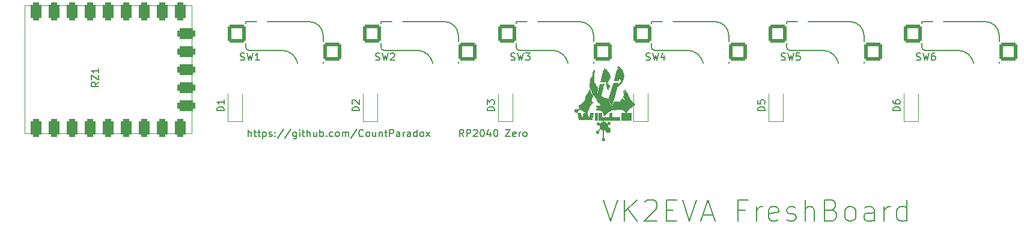
<source format=gbr>
%TF.GenerationSoftware,KiCad,Pcbnew,(6.0.6)*%
%TF.CreationDate,2022-10-04T12:54:13+11:00*%
%TF.ProjectId,freshboard,66726573-6862-46f6-9172-642e6b696361,rev?*%
%TF.SameCoordinates,Original*%
%TF.FileFunction,Legend,Top*%
%TF.FilePolarity,Positive*%
%FSLAX46Y46*%
G04 Gerber Fmt 4.6, Leading zero omitted, Abs format (unit mm)*
G04 Created by KiCad (PCBNEW (6.0.6)) date 2022-10-04 12:54:13*
%MOMM*%
%LPD*%
G01*
G04 APERTURE LIST*
G04 Aperture macros list*
%AMRoundRect*
0 Rectangle with rounded corners*
0 $1 Rounding radius*
0 $2 $3 $4 $5 $6 $7 $8 $9 X,Y pos of 4 corners*
0 Add a 4 corners polygon primitive as box body*
4,1,4,$2,$3,$4,$5,$6,$7,$8,$9,$2,$3,0*
0 Add four circle primitives for the rounded corners*
1,1,$1+$1,$2,$3*
1,1,$1+$1,$4,$5*
1,1,$1+$1,$6,$7*
1,1,$1+$1,$8,$9*
0 Add four rect primitives between the rounded corners*
20,1,$1+$1,$2,$3,$4,$5,0*
20,1,$1+$1,$4,$5,$6,$7,0*
20,1,$1+$1,$6,$7,$8,$9,0*
20,1,$1+$1,$8,$9,$2,$3,0*%
G04 Aperture macros list end*
%ADD10C,0.001000*%
%ADD11C,0.150000*%
%ADD12C,0.120000*%
%ADD13R,1.200000X0.900000*%
%ADD14C,3.987800*%
%ADD15C,1.750000*%
%ADD16RoundRect,0.250000X-1.025000X-1.000000X1.025000X-1.000000X1.025000X1.000000X-1.025000X1.000000X0*%
%ADD17C,3.300000*%
%ADD18RoundRect,0.400000X0.400000X-0.900000X0.400000X0.900000X-0.400000X0.900000X-0.400000X-0.900000X0*%
%ADD19RoundRect,0.400050X0.400050X-0.899950X0.400050X0.899950X-0.400050X0.899950X-0.400050X-0.899950X0*%
%ADD20RoundRect,0.400000X0.900000X-0.400000X0.900000X0.400000X-0.900000X0.400000X-0.900000X-0.400000X0*%
%ADD21RoundRect,0.393700X0.906300X-0.393700X0.906300X0.393700X-0.906300X0.393700X-0.906300X-0.393700X0*%
G04 APERTURE END LIST*
D10*
G36*
X148318223Y-96018537D02*
G01*
X148409978Y-96019254D01*
X148471968Y-96020367D01*
X148488844Y-96021052D01*
X148493236Y-96021423D01*
X148494733Y-96021812D01*
X148491150Y-96035382D01*
X148481416Y-96069524D01*
X148449577Y-96179150D01*
X148369416Y-96453542D01*
X148297232Y-96707281D01*
X148233863Y-96937107D01*
X148180143Y-97139764D01*
X148136907Y-97311994D01*
X148104990Y-97450539D01*
X148085228Y-97552142D01*
X148080166Y-97588072D01*
X148078455Y-97613545D01*
X148079093Y-97627329D01*
X148080751Y-97640908D01*
X148083438Y-97654291D01*
X148087164Y-97667486D01*
X148091941Y-97680504D01*
X148097778Y-97693354D01*
X148104686Y-97706044D01*
X148112675Y-97718584D01*
X148121755Y-97730984D01*
X148131937Y-97743252D01*
X148143231Y-97755399D01*
X148155647Y-97767433D01*
X148169197Y-97779363D01*
X148183889Y-97791200D01*
X148199735Y-97802952D01*
X148216744Y-97814628D01*
X148262359Y-97842621D01*
X148313504Y-97869507D01*
X148372604Y-97896161D01*
X148442081Y-97923460D01*
X148524356Y-97952280D01*
X148621854Y-97983498D01*
X148736996Y-98017990D01*
X148872205Y-98056633D01*
X149090927Y-98117311D01*
X149292011Y-98743139D01*
X149493094Y-99369672D01*
X149538250Y-99419061D01*
X149553441Y-99435681D01*
X149560626Y-99443261D01*
X149567540Y-99450354D01*
X149574184Y-99456961D01*
X149580562Y-99463083D01*
X149586673Y-99468721D01*
X149592522Y-99473874D01*
X149598109Y-99478544D01*
X149603437Y-99482730D01*
X149608507Y-99486434D01*
X149613321Y-99489655D01*
X149617881Y-99492395D01*
X149622190Y-99494654D01*
X149626249Y-99496432D01*
X149630060Y-99497731D01*
X149633625Y-99498549D01*
X149636946Y-99498889D01*
X149640025Y-99498750D01*
X149642863Y-99498133D01*
X149645464Y-99497039D01*
X149647828Y-99495467D01*
X149649958Y-99493419D01*
X149651855Y-99490896D01*
X149653522Y-99487896D01*
X149654960Y-99484422D01*
X149656172Y-99480474D01*
X149657159Y-99476051D01*
X149657924Y-99471156D01*
X149658467Y-99465787D01*
X149658792Y-99459946D01*
X149658900Y-99453633D01*
X149659610Y-99435619D01*
X149661737Y-99414394D01*
X149670222Y-99362363D01*
X149684312Y-99297649D01*
X149703967Y-99220359D01*
X149729145Y-99130601D01*
X149759805Y-99028481D01*
X149795905Y-98914108D01*
X149837405Y-98787589D01*
X149866454Y-98701401D01*
X149891468Y-98628839D01*
X149909735Y-98577444D01*
X149915491Y-98562040D01*
X149918544Y-98554756D01*
X149919318Y-98553213D01*
X149920306Y-98551505D01*
X149921491Y-98549651D01*
X149922854Y-98547667D01*
X149924379Y-98545572D01*
X149926047Y-98543383D01*
X149929745Y-98538793D01*
X149933806Y-98534037D01*
X149938090Y-98529257D01*
X149942457Y-98524592D01*
X149946766Y-98520183D01*
X149967933Y-98500428D01*
X150351755Y-98522300D01*
X150633448Y-98539057D01*
X150727595Y-98545120D01*
X150772266Y-98548406D01*
X150808955Y-98551934D01*
X150808955Y-98506778D01*
X150809178Y-98496499D01*
X150809814Y-98484476D01*
X150810815Y-98471146D01*
X150812130Y-98456948D01*
X150813709Y-98442320D01*
X150815503Y-98427700D01*
X150817463Y-98413527D01*
X150819538Y-98400239D01*
X150823239Y-98380494D01*
X150827215Y-98361974D01*
X150831496Y-98344627D01*
X150836108Y-98328405D01*
X150841080Y-98313257D01*
X150843709Y-98306071D01*
X150846439Y-98299135D01*
X150849273Y-98292443D01*
X150852214Y-98285989D01*
X150855266Y-98279766D01*
X150858432Y-98273768D01*
X150861716Y-98267990D01*
X150865121Y-98262424D01*
X150868652Y-98257066D01*
X150872310Y-98251907D01*
X150876100Y-98246943D01*
X150880026Y-98242167D01*
X150884090Y-98237573D01*
X150888297Y-98233155D01*
X150892649Y-98228906D01*
X150897150Y-98224820D01*
X150901804Y-98220892D01*
X150906615Y-98217114D01*
X150911585Y-98213482D01*
X150916718Y-98209987D01*
X150922018Y-98206625D01*
X150927488Y-98203389D01*
X150939983Y-98196087D01*
X150951808Y-98188461D01*
X150962971Y-98180502D01*
X150973482Y-98172201D01*
X150983347Y-98163549D01*
X150992576Y-98154536D01*
X151001176Y-98145153D01*
X151009156Y-98135391D01*
X151016525Y-98125240D01*
X151023290Y-98114692D01*
X151029459Y-98103736D01*
X151035042Y-98092363D01*
X151040045Y-98080565D01*
X151044478Y-98068332D01*
X151048349Y-98055654D01*
X151051666Y-98042522D01*
X151059427Y-98009362D01*
X151204066Y-98177989D01*
X151309987Y-98301726D01*
X151345055Y-98342593D01*
X151361405Y-98361433D01*
X151373399Y-98376250D01*
X151428433Y-98336034D01*
X151467591Y-98306224D01*
X151480225Y-98296544D01*
X151483937Y-98293648D01*
X151485583Y-98292289D01*
X151483614Y-98287867D01*
X151476973Y-98275698D01*
X151451628Y-98231523D01*
X151413451Y-98166579D01*
X151366343Y-98087678D01*
X151244283Y-97885889D01*
X151259099Y-97758184D01*
X151265460Y-97702037D01*
X151271358Y-97643972D01*
X151276066Y-97590802D01*
X151277746Y-97568181D01*
X151278855Y-97549339D01*
X151279738Y-97515514D01*
X151279307Y-97468311D01*
X151275063Y-97345081D01*
X151267246Y-97202272D01*
X151256983Y-97062506D01*
X151252749Y-97016645D01*
X151473588Y-97383534D01*
X151694426Y-97749717D01*
X151696544Y-97709500D01*
X151696614Y-97695501D01*
X151694195Y-97678731D01*
X151687725Y-97654967D01*
X151675641Y-97619983D01*
X151656380Y-97569554D01*
X151628380Y-97499454D01*
X151539910Y-97283345D01*
X151478064Y-97132587D01*
X151427198Y-97007561D01*
X151392471Y-96921296D01*
X151379044Y-96886822D01*
X151378959Y-96886211D01*
X151378968Y-96885567D01*
X151379069Y-96884892D01*
X151379261Y-96884186D01*
X151379915Y-96882688D01*
X151380918Y-96881079D01*
X151382260Y-96879366D01*
X151383930Y-96877558D01*
X151385919Y-96875660D01*
X151388216Y-96873681D01*
X151390810Y-96871628D01*
X151393692Y-96869507D01*
X151396851Y-96867327D01*
X151400277Y-96865093D01*
X151403958Y-96862815D01*
X151407886Y-96860498D01*
X151412049Y-96858150D01*
X151416438Y-96855778D01*
X151422040Y-96852891D01*
X151427221Y-96850311D01*
X151432008Y-96848031D01*
X151436425Y-96846044D01*
X151440499Y-96844341D01*
X151444256Y-96842917D01*
X151447722Y-96841763D01*
X151449354Y-96841286D01*
X151450922Y-96840873D01*
X151452431Y-96840525D01*
X151453882Y-96840240D01*
X151455281Y-96840017D01*
X151456629Y-96839855D01*
X151457930Y-96839754D01*
X151459187Y-96839712D01*
X151460403Y-96839729D01*
X151461583Y-96839804D01*
X151462728Y-96839935D01*
X151463842Y-96840123D01*
X151464929Y-96840365D01*
X151465991Y-96840662D01*
X151467032Y-96841012D01*
X151468055Y-96841414D01*
X151469064Y-96841868D01*
X151470061Y-96842372D01*
X151476672Y-96850707D01*
X151490146Y-96871609D01*
X151534442Y-96945560D01*
X151596464Y-97053113D01*
X151669732Y-97183156D01*
X151855999Y-97516883D01*
X151865172Y-97598022D01*
X151868101Y-97622287D01*
X151871341Y-97645099D01*
X151874906Y-97666493D01*
X151878808Y-97686503D01*
X151883063Y-97705167D01*
X151887682Y-97722517D01*
X151892679Y-97738590D01*
X151898068Y-97753421D01*
X151900914Y-97760382D01*
X151903862Y-97767045D01*
X151906915Y-97773415D01*
X151910075Y-97779496D01*
X151913342Y-97785294D01*
X151916720Y-97790811D01*
X151920208Y-97796053D01*
X151923810Y-97801024D01*
X151927526Y-97805729D01*
X151931359Y-97810171D01*
X151935309Y-97814355D01*
X151939380Y-97818286D01*
X151943572Y-97821967D01*
X151947887Y-97825404D01*
X151952327Y-97828601D01*
X151956893Y-97831562D01*
X151968487Y-97839751D01*
X151981643Y-97852100D01*
X151998057Y-97870914D01*
X152019423Y-97898501D01*
X152047437Y-97937167D01*
X152083794Y-97989220D01*
X152188316Y-98142711D01*
X152255994Y-98241291D01*
X152321754Y-98336033D01*
X152378121Y-98415960D01*
X152400446Y-98446935D01*
X152417621Y-98470089D01*
X152445832Y-98507270D01*
X152473079Y-98542112D01*
X152499408Y-98574658D01*
X152524866Y-98604949D01*
X152549496Y-98633029D01*
X152573345Y-98658940D01*
X152596458Y-98682723D01*
X152618881Y-98704422D01*
X152640659Y-98724078D01*
X152661837Y-98741735D01*
X152682462Y-98757434D01*
X152702578Y-98771218D01*
X152722231Y-98783129D01*
X152741466Y-98793210D01*
X152760329Y-98801503D01*
X152778866Y-98808050D01*
X152780379Y-98808647D01*
X152781872Y-98809507D01*
X152783342Y-98810617D01*
X152784787Y-98811968D01*
X152787589Y-98815344D01*
X152790254Y-98819548D01*
X152792757Y-98824493D01*
X152795075Y-98830089D01*
X152797185Y-98836250D01*
X152799062Y-98842887D01*
X152800683Y-98849913D01*
X152802023Y-98857239D01*
X152803060Y-98864779D01*
X152803769Y-98872443D01*
X152804127Y-98880145D01*
X152804109Y-98887796D01*
X152803693Y-98895308D01*
X152802854Y-98902595D01*
X152801003Y-98913515D01*
X152798366Y-98924311D01*
X152794949Y-98934972D01*
X152790760Y-98945490D01*
X152785807Y-98955855D01*
X152780096Y-98966057D01*
X152773634Y-98976088D01*
X152766430Y-98985938D01*
X152758489Y-98995598D01*
X152749820Y-99005059D01*
X152740430Y-99014310D01*
X152730325Y-99023344D01*
X152719514Y-99032150D01*
X152708002Y-99040720D01*
X152695799Y-99049043D01*
X152682910Y-99057111D01*
X152656341Y-99073824D01*
X152615353Y-99100327D01*
X152565633Y-99132914D01*
X152512871Y-99167883D01*
X152399708Y-99244433D01*
X152295218Y-99317924D01*
X152199476Y-99388273D01*
X152154909Y-99422243D01*
X152112557Y-99455397D01*
X152072428Y-99487724D01*
X152034534Y-99519214D01*
X151998881Y-99549856D01*
X151965481Y-99579641D01*
X151934343Y-99608557D01*
X151905475Y-99636595D01*
X151878887Y-99663744D01*
X151854588Y-99689994D01*
X151835301Y-99712016D01*
X151826788Y-99722222D01*
X151818957Y-99732019D01*
X151811755Y-99741502D01*
X151805127Y-99750766D01*
X151799020Y-99759906D01*
X151793381Y-99769017D01*
X151788154Y-99778194D01*
X151783288Y-99787532D01*
X151778727Y-99797127D01*
X151774419Y-99807073D01*
X151770309Y-99817465D01*
X151766343Y-99828399D01*
X151762469Y-99839970D01*
X151758632Y-99852272D01*
X151754047Y-99866400D01*
X151749292Y-99879812D01*
X151744367Y-99892506D01*
X151739275Y-99904482D01*
X151734018Y-99915738D01*
X151728598Y-99926272D01*
X151723018Y-99936085D01*
X151717280Y-99945174D01*
X151711385Y-99953539D01*
X151705337Y-99961178D01*
X151699137Y-99968090D01*
X151692788Y-99974274D01*
X151686291Y-99979729D01*
X151679650Y-99984454D01*
X151672865Y-99988447D01*
X151665940Y-99991708D01*
X151658876Y-99994234D01*
X151651676Y-99996026D01*
X151644342Y-99997082D01*
X151636876Y-99997400D01*
X151629280Y-99996980D01*
X151621557Y-99995821D01*
X151613708Y-99993920D01*
X151605736Y-99991278D01*
X151597644Y-99987892D01*
X151589432Y-99983762D01*
X151581104Y-99978887D01*
X151572662Y-99973265D01*
X151564108Y-99966896D01*
X151555443Y-99959777D01*
X151546671Y-99951909D01*
X151537794Y-99943289D01*
X151497401Y-99901750D01*
X151472111Y-99875721D01*
X151447482Y-99850156D01*
X151430394Y-99832700D01*
X151413466Y-99816281D01*
X151396610Y-99800841D01*
X151379738Y-99786325D01*
X151362763Y-99772677D01*
X151345597Y-99759842D01*
X151328152Y-99747763D01*
X151310340Y-99736385D01*
X151292074Y-99725652D01*
X151273264Y-99715508D01*
X151253824Y-99705897D01*
X151233666Y-99696764D01*
X151212702Y-99688052D01*
X151190844Y-99679706D01*
X151168004Y-99671671D01*
X151144094Y-99663889D01*
X151100184Y-99651512D01*
X151051944Y-99640575D01*
X150999591Y-99631082D01*
X150943341Y-99623033D01*
X150883412Y-99616431D01*
X150820021Y-99611278D01*
X150683719Y-99605328D01*
X150536172Y-99605198D01*
X150379117Y-99610906D01*
X150214290Y-99622468D01*
X150043427Y-99639900D01*
X150024315Y-99642215D01*
X150015833Y-99643124D01*
X150008006Y-99643869D01*
X150000786Y-99644447D01*
X149994128Y-99644861D01*
X149987984Y-99645109D01*
X149982308Y-99645192D01*
X149977054Y-99645109D01*
X149972176Y-99644861D01*
X149967626Y-99644447D01*
X149963358Y-99643869D01*
X149959325Y-99643124D01*
X149955482Y-99642215D01*
X149951781Y-99641140D01*
X149948177Y-99639900D01*
X149941116Y-99637916D01*
X149932732Y-99636197D01*
X149923174Y-99634745D01*
X149912591Y-99633561D01*
X149901131Y-99632646D01*
X149888944Y-99632000D01*
X149862981Y-99631522D01*
X149835895Y-99632135D01*
X149808874Y-99633848D01*
X149795761Y-99635119D01*
X149783110Y-99636668D01*
X149771072Y-99638497D01*
X149759794Y-99640605D01*
X149707110Y-99653767D01*
X149651725Y-99671552D01*
X149593649Y-99693953D01*
X149532892Y-99720962D01*
X149469464Y-99752572D01*
X149403375Y-99788776D01*
X149334637Y-99829567D01*
X149263259Y-99874938D01*
X149189252Y-99924881D01*
X149112626Y-99979389D01*
X149033391Y-100038455D01*
X148951558Y-100102072D01*
X148867137Y-100170232D01*
X148780138Y-100242928D01*
X148598449Y-100401900D01*
X148580864Y-100417757D01*
X148573591Y-100424176D01*
X148567174Y-100429670D01*
X148561497Y-100434300D01*
X148558899Y-100436310D01*
X148556443Y-100438127D01*
X148554113Y-100439759D01*
X148551895Y-100441212D01*
X148549775Y-100442495D01*
X148547738Y-100443616D01*
X148545768Y-100444582D01*
X148543853Y-100445400D01*
X148541976Y-100446078D01*
X148540124Y-100446624D01*
X148538282Y-100447046D01*
X148536435Y-100447351D01*
X148534568Y-100447546D01*
X148532667Y-100447640D01*
X148530718Y-100447640D01*
X148528706Y-100447553D01*
X148526616Y-100447387D01*
X148524434Y-100447151D01*
X148519733Y-100446494D01*
X148514488Y-100445644D01*
X148507586Y-100444301D01*
X148499749Y-100442436D01*
X148491234Y-100440125D01*
X148482297Y-100437442D01*
X148473195Y-100434462D01*
X148464184Y-100431258D01*
X148455521Y-100427905D01*
X148447460Y-100424478D01*
X148439584Y-100420827D01*
X148432600Y-100417227D01*
X148426476Y-100413598D01*
X148421179Y-100409860D01*
X148418830Y-100407924D01*
X148416675Y-100405931D01*
X148414711Y-100403871D01*
X148412932Y-100401732D01*
X148411336Y-100399506D01*
X148409917Y-100397181D01*
X148408672Y-100394749D01*
X148407597Y-100392199D01*
X148406686Y-100389520D01*
X148405938Y-100386704D01*
X148405346Y-100383738D01*
X148404907Y-100380615D01*
X148404617Y-100377323D01*
X148404471Y-100373853D01*
X148404598Y-100366336D01*
X148405254Y-100357984D01*
X148406406Y-100348716D01*
X148408021Y-100338452D01*
X148410066Y-100327111D01*
X148412427Y-100310691D01*
X148413704Y-100293251D01*
X148413923Y-100274896D01*
X148413109Y-100255729D01*
X148411286Y-100235855D01*
X148408479Y-100215378D01*
X148404712Y-100194404D01*
X148400012Y-100173035D01*
X148394402Y-100151378D01*
X148387907Y-100129535D01*
X148380553Y-100107611D01*
X148372363Y-100085712D01*
X148363363Y-100063940D01*
X148353578Y-100042401D01*
X148343032Y-100021199D01*
X148331750Y-100000439D01*
X148320319Y-99981434D01*
X148307777Y-99962568D01*
X148294201Y-99943912D01*
X148279671Y-99925540D01*
X148264263Y-99907523D01*
X148248058Y-99889934D01*
X148231134Y-99872845D01*
X148213569Y-99856329D01*
X148195441Y-99840458D01*
X148176830Y-99825304D01*
X148157814Y-99810940D01*
X148138471Y-99797437D01*
X148118880Y-99784869D01*
X148099120Y-99773308D01*
X148079269Y-99762825D01*
X148059405Y-99753494D01*
X148029886Y-99741202D01*
X148015453Y-99735895D01*
X148000921Y-99731093D01*
X147986055Y-99726754D01*
X147970617Y-99722836D01*
X147954370Y-99719298D01*
X147937079Y-99716100D01*
X147898416Y-99710555D01*
X147852732Y-99705870D01*
X147798136Y-99701713D01*
X147732733Y-99697756D01*
X147667379Y-99693922D01*
X147612204Y-99690237D01*
X147565810Y-99686519D01*
X147526799Y-99682586D01*
X147509625Y-99680482D01*
X147493774Y-99678257D01*
X147479070Y-99675886D01*
X147465338Y-99673348D01*
X147452405Y-99670620D01*
X147440094Y-99667679D01*
X147428232Y-99664502D01*
X147416644Y-99661067D01*
X147407702Y-99658052D01*
X147399643Y-99655074D01*
X147392442Y-99652101D01*
X147389156Y-99650608D01*
X147386074Y-99649105D01*
X147383193Y-99647589D01*
X147380511Y-99646056D01*
X147378024Y-99644501D01*
X147375729Y-99642922D01*
X147373622Y-99641314D01*
X147371701Y-99639675D01*
X147369962Y-99637999D01*
X147368402Y-99636284D01*
X147367017Y-99634525D01*
X147365805Y-99632720D01*
X147364762Y-99630863D01*
X147363886Y-99628951D01*
X147363172Y-99626982D01*
X147362617Y-99624950D01*
X147362219Y-99622852D01*
X147361974Y-99620685D01*
X147361879Y-99618444D01*
X147361931Y-99616126D01*
X147362126Y-99613727D01*
X147362461Y-99611244D01*
X147362933Y-99608672D01*
X147363539Y-99606008D01*
X147364275Y-99603249D01*
X147365138Y-99600389D01*
X147368187Y-99592577D01*
X147372035Y-99585021D01*
X147376671Y-99577730D01*
X147382083Y-99570712D01*
X147388259Y-99563975D01*
X147395189Y-99557527D01*
X147402861Y-99551377D01*
X147411264Y-99545532D01*
X147420386Y-99540002D01*
X147430216Y-99534795D01*
X147440743Y-99529918D01*
X147451955Y-99525380D01*
X147463840Y-99521189D01*
X147476389Y-99517354D01*
X147489588Y-99513883D01*
X147503427Y-99510784D01*
X147507878Y-99509777D01*
X147512477Y-99508617D01*
X147517189Y-99507317D01*
X147521981Y-99505889D01*
X147526819Y-99504345D01*
X147531667Y-99502697D01*
X147536494Y-99500959D01*
X147541263Y-99499142D01*
X147545941Y-99497259D01*
X147550494Y-99495322D01*
X147554888Y-99493344D01*
X147559089Y-99491336D01*
X147563062Y-99489313D01*
X147566774Y-99487285D01*
X147570191Y-99485265D01*
X147573277Y-99483267D01*
X147578858Y-99479143D01*
X147585906Y-99473294D01*
X147594169Y-99465979D01*
X147603396Y-99457459D01*
X147623730Y-99437837D01*
X147644891Y-99416504D01*
X147664862Y-99395534D01*
X147681624Y-99377004D01*
X147688172Y-99369302D01*
X147693161Y-99362988D01*
X147696339Y-99358321D01*
X147697171Y-99356687D01*
X147697455Y-99355561D01*
X147697138Y-99355060D01*
X147696206Y-99354357D01*
X147692626Y-99352408D01*
X147686963Y-99349831D01*
X147679463Y-99346742D01*
X147670377Y-99343255D01*
X147659950Y-99339488D01*
X147648433Y-99335555D01*
X147636072Y-99331572D01*
X147600451Y-99319751D01*
X147566079Y-99307782D01*
X147533740Y-99295978D01*
X147504221Y-99284653D01*
X147478307Y-99274122D01*
X147456783Y-99264699D01*
X147447914Y-99260501D01*
X147440436Y-99256698D01*
X147434448Y-99253329D01*
X147430050Y-99250433D01*
X147427188Y-99248179D01*
X147424685Y-99246159D01*
X147422535Y-99244341D01*
X147421591Y-99243498D01*
X147420734Y-99242694D01*
X147419962Y-99241926D01*
X147419276Y-99241189D01*
X147418674Y-99240479D01*
X147418156Y-99239792D01*
X147417721Y-99239125D01*
X147417368Y-99238474D01*
X147417098Y-99237835D01*
X147416909Y-99237204D01*
X147416800Y-99236577D01*
X147416771Y-99235951D01*
X147416822Y-99235320D01*
X147416951Y-99234682D01*
X147417159Y-99234033D01*
X147417444Y-99233369D01*
X147417805Y-99232685D01*
X147418243Y-99231979D01*
X147418756Y-99231245D01*
X147419344Y-99230481D01*
X147420006Y-99229682D01*
X147420741Y-99228845D01*
X147422430Y-99227040D01*
X147424405Y-99225034D01*
X147429038Y-99220420D01*
X147430864Y-99218454D01*
X147432365Y-99216567D01*
X147433543Y-99214646D01*
X147434402Y-99212581D01*
X147434941Y-99210260D01*
X147435165Y-99207571D01*
X147435074Y-99204402D01*
X147434672Y-99200642D01*
X147433959Y-99196179D01*
X147432938Y-99190902D01*
X147429981Y-99177458D01*
X147425816Y-99159417D01*
X147423033Y-99146609D01*
X147421080Y-99135133D01*
X147420026Y-99124935D01*
X147419858Y-99120298D01*
X147419940Y-99115959D01*
X147420282Y-99111912D01*
X147420892Y-99108149D01*
X147421779Y-99104663D01*
X147422951Y-99101448D01*
X147424418Y-99098497D01*
X147426186Y-99095802D01*
X147428267Y-99093357D01*
X147430667Y-99091154D01*
X147433396Y-99089188D01*
X147436462Y-99087449D01*
X147439874Y-99085933D01*
X147443641Y-99084631D01*
X147447771Y-99083537D01*
X147452273Y-99082643D01*
X147457156Y-99081944D01*
X147462428Y-99081431D01*
X147474174Y-99080938D01*
X147487581Y-99081108D01*
X147502719Y-99081886D01*
X147519655Y-99083216D01*
X147557203Y-99084457D01*
X147615115Y-99084143D01*
X147685909Y-99082572D01*
X147762102Y-99080042D01*
X147836211Y-99076850D01*
X147900754Y-99073295D01*
X147948248Y-99069674D01*
X147963263Y-99067931D01*
X147971210Y-99066284D01*
X147973826Y-99065102D01*
X147976131Y-99063876D01*
X147978145Y-99062512D01*
X147979887Y-99060915D01*
X147981376Y-99058991D01*
X147982633Y-99056647D01*
X147983677Y-99053788D01*
X147984528Y-99050320D01*
X147985205Y-99046150D01*
X147985728Y-99041182D01*
X147986117Y-99035324D01*
X147986391Y-99028481D01*
X147986674Y-99011464D01*
X147986733Y-98989378D01*
X147986040Y-98962395D01*
X147983934Y-98936434D01*
X147980375Y-98911423D01*
X147978038Y-98899252D01*
X147975323Y-98887293D01*
X147972224Y-98875536D01*
X147968737Y-98863973D01*
X147964856Y-98852595D01*
X147960576Y-98841393D01*
X147955893Y-98830359D01*
X147950802Y-98819483D01*
X147945296Y-98808757D01*
X147939372Y-98798172D01*
X147933025Y-98787720D01*
X147926248Y-98777391D01*
X147919038Y-98767177D01*
X147911389Y-98757068D01*
X147894753Y-98737134D01*
X147876302Y-98717519D01*
X147855995Y-98698151D01*
X147833791Y-98678961D01*
X147809651Y-98659879D01*
X147783533Y-98640834D01*
X147752019Y-98618191D01*
X147722719Y-98595889D01*
X147695462Y-98573704D01*
X147670082Y-98551415D01*
X147646409Y-98528800D01*
X147624274Y-98505636D01*
X147603511Y-98481700D01*
X147583949Y-98456772D01*
X147565421Y-98430628D01*
X147547757Y-98403046D01*
X147530791Y-98373805D01*
X147514352Y-98342681D01*
X147498274Y-98309453D01*
X147482386Y-98273899D01*
X147466521Y-98235796D01*
X147450511Y-98194922D01*
X147421583Y-98117311D01*
X147658649Y-97111895D01*
X147907005Y-96062028D01*
X147917589Y-96018284D01*
X148206161Y-96018284D01*
X148318223Y-96018537D01*
G37*
X148318223Y-96018537D02*
X148409978Y-96019254D01*
X148471968Y-96020367D01*
X148488844Y-96021052D01*
X148493236Y-96021423D01*
X148494733Y-96021812D01*
X148491150Y-96035382D01*
X148481416Y-96069524D01*
X148449577Y-96179150D01*
X148369416Y-96453542D01*
X148297232Y-96707281D01*
X148233863Y-96937107D01*
X148180143Y-97139764D01*
X148136907Y-97311994D01*
X148104990Y-97450539D01*
X148085228Y-97552142D01*
X148080166Y-97588072D01*
X148078455Y-97613545D01*
X148079093Y-97627329D01*
X148080751Y-97640908D01*
X148083438Y-97654291D01*
X148087164Y-97667486D01*
X148091941Y-97680504D01*
X148097778Y-97693354D01*
X148104686Y-97706044D01*
X148112675Y-97718584D01*
X148121755Y-97730984D01*
X148131937Y-97743252D01*
X148143231Y-97755399D01*
X148155647Y-97767433D01*
X148169197Y-97779363D01*
X148183889Y-97791200D01*
X148199735Y-97802952D01*
X148216744Y-97814628D01*
X148262359Y-97842621D01*
X148313504Y-97869507D01*
X148372604Y-97896161D01*
X148442081Y-97923460D01*
X148524356Y-97952280D01*
X148621854Y-97983498D01*
X148736996Y-98017990D01*
X148872205Y-98056633D01*
X149090927Y-98117311D01*
X149292011Y-98743139D01*
X149493094Y-99369672D01*
X149538250Y-99419061D01*
X149553441Y-99435681D01*
X149560626Y-99443261D01*
X149567540Y-99450354D01*
X149574184Y-99456961D01*
X149580562Y-99463083D01*
X149586673Y-99468721D01*
X149592522Y-99473874D01*
X149598109Y-99478544D01*
X149603437Y-99482730D01*
X149608507Y-99486434D01*
X149613321Y-99489655D01*
X149617881Y-99492395D01*
X149622190Y-99494654D01*
X149626249Y-99496432D01*
X149630060Y-99497731D01*
X149633625Y-99498549D01*
X149636946Y-99498889D01*
X149640025Y-99498750D01*
X149642863Y-99498133D01*
X149645464Y-99497039D01*
X149647828Y-99495467D01*
X149649958Y-99493419D01*
X149651855Y-99490896D01*
X149653522Y-99487896D01*
X149654960Y-99484422D01*
X149656172Y-99480474D01*
X149657159Y-99476051D01*
X149657924Y-99471156D01*
X149658467Y-99465787D01*
X149658792Y-99459946D01*
X149658900Y-99453633D01*
X149659610Y-99435619D01*
X149661737Y-99414394D01*
X149670222Y-99362363D01*
X149684312Y-99297649D01*
X149703967Y-99220359D01*
X149729145Y-99130601D01*
X149759805Y-99028481D01*
X149795905Y-98914108D01*
X149837405Y-98787589D01*
X149866454Y-98701401D01*
X149891468Y-98628839D01*
X149909735Y-98577444D01*
X149915491Y-98562040D01*
X149918544Y-98554756D01*
X149919318Y-98553213D01*
X149920306Y-98551505D01*
X149921491Y-98549651D01*
X149922854Y-98547667D01*
X149924379Y-98545572D01*
X149926047Y-98543383D01*
X149929745Y-98538793D01*
X149933806Y-98534037D01*
X149938090Y-98529257D01*
X149942457Y-98524592D01*
X149946766Y-98520183D01*
X149967933Y-98500428D01*
X150351755Y-98522300D01*
X150633448Y-98539057D01*
X150727595Y-98545120D01*
X150772266Y-98548406D01*
X150808955Y-98551934D01*
X150808955Y-98506778D01*
X150809178Y-98496499D01*
X150809814Y-98484476D01*
X150810815Y-98471146D01*
X150812130Y-98456948D01*
X150813709Y-98442320D01*
X150815503Y-98427700D01*
X150817463Y-98413527D01*
X150819538Y-98400239D01*
X150823239Y-98380494D01*
X150827215Y-98361974D01*
X150831496Y-98344627D01*
X150836108Y-98328405D01*
X150841080Y-98313257D01*
X150843709Y-98306071D01*
X150846439Y-98299135D01*
X150849273Y-98292443D01*
X150852214Y-98285989D01*
X150855266Y-98279766D01*
X150858432Y-98273768D01*
X150861716Y-98267990D01*
X150865121Y-98262424D01*
X150868652Y-98257066D01*
X150872310Y-98251907D01*
X150876100Y-98246943D01*
X150880026Y-98242167D01*
X150884090Y-98237573D01*
X150888297Y-98233155D01*
X150892649Y-98228906D01*
X150897150Y-98224820D01*
X150901804Y-98220892D01*
X150906615Y-98217114D01*
X150911585Y-98213482D01*
X150916718Y-98209987D01*
X150922018Y-98206625D01*
X150927488Y-98203389D01*
X150939983Y-98196087D01*
X150951808Y-98188461D01*
X150962971Y-98180502D01*
X150973482Y-98172201D01*
X150983347Y-98163549D01*
X150992576Y-98154536D01*
X151001176Y-98145153D01*
X151009156Y-98135391D01*
X151016525Y-98125240D01*
X151023290Y-98114692D01*
X151029459Y-98103736D01*
X151035042Y-98092363D01*
X151040045Y-98080565D01*
X151044478Y-98068332D01*
X151048349Y-98055654D01*
X151051666Y-98042522D01*
X151059427Y-98009362D01*
X151204066Y-98177989D01*
X151309987Y-98301726D01*
X151345055Y-98342593D01*
X151361405Y-98361433D01*
X151373399Y-98376250D01*
X151428433Y-98336034D01*
X151467591Y-98306224D01*
X151480225Y-98296544D01*
X151483937Y-98293648D01*
X151485583Y-98292289D01*
X151483614Y-98287867D01*
X151476973Y-98275698D01*
X151451628Y-98231523D01*
X151413451Y-98166579D01*
X151366343Y-98087678D01*
X151244283Y-97885889D01*
X151259099Y-97758184D01*
X151265460Y-97702037D01*
X151271358Y-97643972D01*
X151276066Y-97590802D01*
X151277746Y-97568181D01*
X151278855Y-97549339D01*
X151279738Y-97515514D01*
X151279307Y-97468311D01*
X151275063Y-97345081D01*
X151267246Y-97202272D01*
X151256983Y-97062506D01*
X151252749Y-97016645D01*
X151473588Y-97383534D01*
X151694426Y-97749717D01*
X151696544Y-97709500D01*
X151696614Y-97695501D01*
X151694195Y-97678731D01*
X151687725Y-97654967D01*
X151675641Y-97619983D01*
X151656380Y-97569554D01*
X151628380Y-97499454D01*
X151539910Y-97283345D01*
X151478064Y-97132587D01*
X151427198Y-97007561D01*
X151392471Y-96921296D01*
X151379044Y-96886822D01*
X151378959Y-96886211D01*
X151378968Y-96885567D01*
X151379069Y-96884892D01*
X151379261Y-96884186D01*
X151379915Y-96882688D01*
X151380918Y-96881079D01*
X151382260Y-96879366D01*
X151383930Y-96877558D01*
X151385919Y-96875660D01*
X151388216Y-96873681D01*
X151390810Y-96871628D01*
X151393692Y-96869507D01*
X151396851Y-96867327D01*
X151400277Y-96865093D01*
X151403958Y-96862815D01*
X151407886Y-96860498D01*
X151412049Y-96858150D01*
X151416438Y-96855778D01*
X151422040Y-96852891D01*
X151427221Y-96850311D01*
X151432008Y-96848031D01*
X151436425Y-96846044D01*
X151440499Y-96844341D01*
X151444256Y-96842917D01*
X151447722Y-96841763D01*
X151449354Y-96841286D01*
X151450922Y-96840873D01*
X151452431Y-96840525D01*
X151453882Y-96840240D01*
X151455281Y-96840017D01*
X151456629Y-96839855D01*
X151457930Y-96839754D01*
X151459187Y-96839712D01*
X151460403Y-96839729D01*
X151461583Y-96839804D01*
X151462728Y-96839935D01*
X151463842Y-96840123D01*
X151464929Y-96840365D01*
X151465991Y-96840662D01*
X151467032Y-96841012D01*
X151468055Y-96841414D01*
X151469064Y-96841868D01*
X151470061Y-96842372D01*
X151476672Y-96850707D01*
X151490146Y-96871609D01*
X151534442Y-96945560D01*
X151596464Y-97053113D01*
X151669732Y-97183156D01*
X151855999Y-97516883D01*
X151865172Y-97598022D01*
X151868101Y-97622287D01*
X151871341Y-97645099D01*
X151874906Y-97666493D01*
X151878808Y-97686503D01*
X151883063Y-97705167D01*
X151887682Y-97722517D01*
X151892679Y-97738590D01*
X151898068Y-97753421D01*
X151900914Y-97760382D01*
X151903862Y-97767045D01*
X151906915Y-97773415D01*
X151910075Y-97779496D01*
X151913342Y-97785294D01*
X151916720Y-97790811D01*
X151920208Y-97796053D01*
X151923810Y-97801024D01*
X151927526Y-97805729D01*
X151931359Y-97810171D01*
X151935309Y-97814355D01*
X151939380Y-97818286D01*
X151943572Y-97821967D01*
X151947887Y-97825404D01*
X151952327Y-97828601D01*
X151956893Y-97831562D01*
X151968487Y-97839751D01*
X151981643Y-97852100D01*
X151998057Y-97870914D01*
X152019423Y-97898501D01*
X152047437Y-97937167D01*
X152083794Y-97989220D01*
X152188316Y-98142711D01*
X152255994Y-98241291D01*
X152321754Y-98336033D01*
X152378121Y-98415960D01*
X152400446Y-98446935D01*
X152417621Y-98470089D01*
X152445832Y-98507270D01*
X152473079Y-98542112D01*
X152499408Y-98574658D01*
X152524866Y-98604949D01*
X152549496Y-98633029D01*
X152573345Y-98658940D01*
X152596458Y-98682723D01*
X152618881Y-98704422D01*
X152640659Y-98724078D01*
X152661837Y-98741735D01*
X152682462Y-98757434D01*
X152702578Y-98771218D01*
X152722231Y-98783129D01*
X152741466Y-98793210D01*
X152760329Y-98801503D01*
X152778866Y-98808050D01*
X152780379Y-98808647D01*
X152781872Y-98809507D01*
X152783342Y-98810617D01*
X152784787Y-98811968D01*
X152787589Y-98815344D01*
X152790254Y-98819548D01*
X152792757Y-98824493D01*
X152795075Y-98830089D01*
X152797185Y-98836250D01*
X152799062Y-98842887D01*
X152800683Y-98849913D01*
X152802023Y-98857239D01*
X152803060Y-98864779D01*
X152803769Y-98872443D01*
X152804127Y-98880145D01*
X152804109Y-98887796D01*
X152803693Y-98895308D01*
X152802854Y-98902595D01*
X152801003Y-98913515D01*
X152798366Y-98924311D01*
X152794949Y-98934972D01*
X152790760Y-98945490D01*
X152785807Y-98955855D01*
X152780096Y-98966057D01*
X152773634Y-98976088D01*
X152766430Y-98985938D01*
X152758489Y-98995598D01*
X152749820Y-99005059D01*
X152740430Y-99014310D01*
X152730325Y-99023344D01*
X152719514Y-99032150D01*
X152708002Y-99040720D01*
X152695799Y-99049043D01*
X152682910Y-99057111D01*
X152656341Y-99073824D01*
X152615353Y-99100327D01*
X152565633Y-99132914D01*
X152512871Y-99167883D01*
X152399708Y-99244433D01*
X152295218Y-99317924D01*
X152199476Y-99388273D01*
X152154909Y-99422243D01*
X152112557Y-99455397D01*
X152072428Y-99487724D01*
X152034534Y-99519214D01*
X151998881Y-99549856D01*
X151965481Y-99579641D01*
X151934343Y-99608557D01*
X151905475Y-99636595D01*
X151878887Y-99663744D01*
X151854588Y-99689994D01*
X151835301Y-99712016D01*
X151826788Y-99722222D01*
X151818957Y-99732019D01*
X151811755Y-99741502D01*
X151805127Y-99750766D01*
X151799020Y-99759906D01*
X151793381Y-99769017D01*
X151788154Y-99778194D01*
X151783288Y-99787532D01*
X151778727Y-99797127D01*
X151774419Y-99807073D01*
X151770309Y-99817465D01*
X151766343Y-99828399D01*
X151762469Y-99839970D01*
X151758632Y-99852272D01*
X151754047Y-99866400D01*
X151749292Y-99879812D01*
X151744367Y-99892506D01*
X151739275Y-99904482D01*
X151734018Y-99915738D01*
X151728598Y-99926272D01*
X151723018Y-99936085D01*
X151717280Y-99945174D01*
X151711385Y-99953539D01*
X151705337Y-99961178D01*
X151699137Y-99968090D01*
X151692788Y-99974274D01*
X151686291Y-99979729D01*
X151679650Y-99984454D01*
X151672865Y-99988447D01*
X151665940Y-99991708D01*
X151658876Y-99994234D01*
X151651676Y-99996026D01*
X151644342Y-99997082D01*
X151636876Y-99997400D01*
X151629280Y-99996980D01*
X151621557Y-99995821D01*
X151613708Y-99993920D01*
X151605736Y-99991278D01*
X151597644Y-99987892D01*
X151589432Y-99983762D01*
X151581104Y-99978887D01*
X151572662Y-99973265D01*
X151564108Y-99966896D01*
X151555443Y-99959777D01*
X151546671Y-99951909D01*
X151537794Y-99943289D01*
X151497401Y-99901750D01*
X151472111Y-99875721D01*
X151447482Y-99850156D01*
X151430394Y-99832700D01*
X151413466Y-99816281D01*
X151396610Y-99800841D01*
X151379738Y-99786325D01*
X151362763Y-99772677D01*
X151345597Y-99759842D01*
X151328152Y-99747763D01*
X151310340Y-99736385D01*
X151292074Y-99725652D01*
X151273264Y-99715508D01*
X151253824Y-99705897D01*
X151233666Y-99696764D01*
X151212702Y-99688052D01*
X151190844Y-99679706D01*
X151168004Y-99671671D01*
X151144094Y-99663889D01*
X151100184Y-99651512D01*
X151051944Y-99640575D01*
X150999591Y-99631082D01*
X150943341Y-99623033D01*
X150883412Y-99616431D01*
X150820021Y-99611278D01*
X150683719Y-99605328D01*
X150536172Y-99605198D01*
X150379117Y-99610906D01*
X150214290Y-99622468D01*
X150043427Y-99639900D01*
X150024315Y-99642215D01*
X150015833Y-99643124D01*
X150008006Y-99643869D01*
X150000786Y-99644447D01*
X149994128Y-99644861D01*
X149987984Y-99645109D01*
X149982308Y-99645192D01*
X149977054Y-99645109D01*
X149972176Y-99644861D01*
X149967626Y-99644447D01*
X149963358Y-99643869D01*
X149959325Y-99643124D01*
X149955482Y-99642215D01*
X149951781Y-99641140D01*
X149948177Y-99639900D01*
X149941116Y-99637916D01*
X149932732Y-99636197D01*
X149923174Y-99634745D01*
X149912591Y-99633561D01*
X149901131Y-99632646D01*
X149888944Y-99632000D01*
X149862981Y-99631522D01*
X149835895Y-99632135D01*
X149808874Y-99633848D01*
X149795761Y-99635119D01*
X149783110Y-99636668D01*
X149771072Y-99638497D01*
X149759794Y-99640605D01*
X149707110Y-99653767D01*
X149651725Y-99671552D01*
X149593649Y-99693953D01*
X149532892Y-99720962D01*
X149469464Y-99752572D01*
X149403375Y-99788776D01*
X149334637Y-99829567D01*
X149263259Y-99874938D01*
X149189252Y-99924881D01*
X149112626Y-99979389D01*
X149033391Y-100038455D01*
X148951558Y-100102072D01*
X148867137Y-100170232D01*
X148780138Y-100242928D01*
X148598449Y-100401900D01*
X148580864Y-100417757D01*
X148573591Y-100424176D01*
X148567174Y-100429670D01*
X148561497Y-100434300D01*
X148558899Y-100436310D01*
X148556443Y-100438127D01*
X148554113Y-100439759D01*
X148551895Y-100441212D01*
X148549775Y-100442495D01*
X148547738Y-100443616D01*
X148545768Y-100444582D01*
X148543853Y-100445400D01*
X148541976Y-100446078D01*
X148540124Y-100446624D01*
X148538282Y-100447046D01*
X148536435Y-100447351D01*
X148534568Y-100447546D01*
X148532667Y-100447640D01*
X148530718Y-100447640D01*
X148528706Y-100447553D01*
X148526616Y-100447387D01*
X148524434Y-100447151D01*
X148519733Y-100446494D01*
X148514488Y-100445644D01*
X148507586Y-100444301D01*
X148499749Y-100442436D01*
X148491234Y-100440125D01*
X148482297Y-100437442D01*
X148473195Y-100434462D01*
X148464184Y-100431258D01*
X148455521Y-100427905D01*
X148447460Y-100424478D01*
X148439584Y-100420827D01*
X148432600Y-100417227D01*
X148426476Y-100413598D01*
X148421179Y-100409860D01*
X148418830Y-100407924D01*
X148416675Y-100405931D01*
X148414711Y-100403871D01*
X148412932Y-100401732D01*
X148411336Y-100399506D01*
X148409917Y-100397181D01*
X148408672Y-100394749D01*
X148407597Y-100392199D01*
X148406686Y-100389520D01*
X148405938Y-100386704D01*
X148405346Y-100383738D01*
X148404907Y-100380615D01*
X148404617Y-100377323D01*
X148404471Y-100373853D01*
X148404598Y-100366336D01*
X148405254Y-100357984D01*
X148406406Y-100348716D01*
X148408021Y-100338452D01*
X148410066Y-100327111D01*
X148412427Y-100310691D01*
X148413704Y-100293251D01*
X148413923Y-100274896D01*
X148413109Y-100255729D01*
X148411286Y-100235855D01*
X148408479Y-100215378D01*
X148404712Y-100194404D01*
X148400012Y-100173035D01*
X148394402Y-100151378D01*
X148387907Y-100129535D01*
X148380553Y-100107611D01*
X148372363Y-100085712D01*
X148363363Y-100063940D01*
X148353578Y-100042401D01*
X148343032Y-100021199D01*
X148331750Y-100000439D01*
X148320319Y-99981434D01*
X148307777Y-99962568D01*
X148294201Y-99943912D01*
X148279671Y-99925540D01*
X148264263Y-99907523D01*
X148248058Y-99889934D01*
X148231134Y-99872845D01*
X148213569Y-99856329D01*
X148195441Y-99840458D01*
X148176830Y-99825304D01*
X148157814Y-99810940D01*
X148138471Y-99797437D01*
X148118880Y-99784869D01*
X148099120Y-99773308D01*
X148079269Y-99762825D01*
X148059405Y-99753494D01*
X148029886Y-99741202D01*
X148015453Y-99735895D01*
X148000921Y-99731093D01*
X147986055Y-99726754D01*
X147970617Y-99722836D01*
X147954370Y-99719298D01*
X147937079Y-99716100D01*
X147898416Y-99710555D01*
X147852732Y-99705870D01*
X147798136Y-99701713D01*
X147732733Y-99697756D01*
X147667379Y-99693922D01*
X147612204Y-99690237D01*
X147565810Y-99686519D01*
X147526799Y-99682586D01*
X147509625Y-99680482D01*
X147493774Y-99678257D01*
X147479070Y-99675886D01*
X147465338Y-99673348D01*
X147452405Y-99670620D01*
X147440094Y-99667679D01*
X147428232Y-99664502D01*
X147416644Y-99661067D01*
X147407702Y-99658052D01*
X147399643Y-99655074D01*
X147392442Y-99652101D01*
X147389156Y-99650608D01*
X147386074Y-99649105D01*
X147383193Y-99647589D01*
X147380511Y-99646056D01*
X147378024Y-99644501D01*
X147375729Y-99642922D01*
X147373622Y-99641314D01*
X147371701Y-99639675D01*
X147369962Y-99637999D01*
X147368402Y-99636284D01*
X147367017Y-99634525D01*
X147365805Y-99632720D01*
X147364762Y-99630863D01*
X147363886Y-99628951D01*
X147363172Y-99626982D01*
X147362617Y-99624950D01*
X147362219Y-99622852D01*
X147361974Y-99620685D01*
X147361879Y-99618444D01*
X147361931Y-99616126D01*
X147362126Y-99613727D01*
X147362461Y-99611244D01*
X147362933Y-99608672D01*
X147363539Y-99606008D01*
X147364275Y-99603249D01*
X147365138Y-99600389D01*
X147368187Y-99592577D01*
X147372035Y-99585021D01*
X147376671Y-99577730D01*
X147382083Y-99570712D01*
X147388259Y-99563975D01*
X147395189Y-99557527D01*
X147402861Y-99551377D01*
X147411264Y-99545532D01*
X147420386Y-99540002D01*
X147430216Y-99534795D01*
X147440743Y-99529918D01*
X147451955Y-99525380D01*
X147463840Y-99521189D01*
X147476389Y-99517354D01*
X147489588Y-99513883D01*
X147503427Y-99510784D01*
X147507878Y-99509777D01*
X147512477Y-99508617D01*
X147517189Y-99507317D01*
X147521981Y-99505889D01*
X147526819Y-99504345D01*
X147531667Y-99502697D01*
X147536494Y-99500959D01*
X147541263Y-99499142D01*
X147545941Y-99497259D01*
X147550494Y-99495322D01*
X147554888Y-99493344D01*
X147559089Y-99491336D01*
X147563062Y-99489313D01*
X147566774Y-99487285D01*
X147570191Y-99485265D01*
X147573277Y-99483267D01*
X147578858Y-99479143D01*
X147585906Y-99473294D01*
X147594169Y-99465979D01*
X147603396Y-99457459D01*
X147623730Y-99437837D01*
X147644891Y-99416504D01*
X147664862Y-99395534D01*
X147681624Y-99377004D01*
X147688172Y-99369302D01*
X147693161Y-99362988D01*
X147696339Y-99358321D01*
X147697171Y-99356687D01*
X147697455Y-99355561D01*
X147697138Y-99355060D01*
X147696206Y-99354357D01*
X147692626Y-99352408D01*
X147686963Y-99349831D01*
X147679463Y-99346742D01*
X147670377Y-99343255D01*
X147659950Y-99339488D01*
X147648433Y-99335555D01*
X147636072Y-99331572D01*
X147600451Y-99319751D01*
X147566079Y-99307782D01*
X147533740Y-99295978D01*
X147504221Y-99284653D01*
X147478307Y-99274122D01*
X147456783Y-99264699D01*
X147447914Y-99260501D01*
X147440436Y-99256698D01*
X147434448Y-99253329D01*
X147430050Y-99250433D01*
X147427188Y-99248179D01*
X147424685Y-99246159D01*
X147422535Y-99244341D01*
X147421591Y-99243498D01*
X147420734Y-99242694D01*
X147419962Y-99241926D01*
X147419276Y-99241189D01*
X147418674Y-99240479D01*
X147418156Y-99239792D01*
X147417721Y-99239125D01*
X147417368Y-99238474D01*
X147417098Y-99237835D01*
X147416909Y-99237204D01*
X147416800Y-99236577D01*
X147416771Y-99235951D01*
X147416822Y-99235320D01*
X147416951Y-99234682D01*
X147417159Y-99234033D01*
X147417444Y-99233369D01*
X147417805Y-99232685D01*
X147418243Y-99231979D01*
X147418756Y-99231245D01*
X147419344Y-99230481D01*
X147420006Y-99229682D01*
X147420741Y-99228845D01*
X147422430Y-99227040D01*
X147424405Y-99225034D01*
X147429038Y-99220420D01*
X147430864Y-99218454D01*
X147432365Y-99216567D01*
X147433543Y-99214646D01*
X147434402Y-99212581D01*
X147434941Y-99210260D01*
X147435165Y-99207571D01*
X147435074Y-99204402D01*
X147434672Y-99200642D01*
X147433959Y-99196179D01*
X147432938Y-99190902D01*
X147429981Y-99177458D01*
X147425816Y-99159417D01*
X147423033Y-99146609D01*
X147421080Y-99135133D01*
X147420026Y-99124935D01*
X147419858Y-99120298D01*
X147419940Y-99115959D01*
X147420282Y-99111912D01*
X147420892Y-99108149D01*
X147421779Y-99104663D01*
X147422951Y-99101448D01*
X147424418Y-99098497D01*
X147426186Y-99095802D01*
X147428267Y-99093357D01*
X147430667Y-99091154D01*
X147433396Y-99089188D01*
X147436462Y-99087449D01*
X147439874Y-99085933D01*
X147443641Y-99084631D01*
X147447771Y-99083537D01*
X147452273Y-99082643D01*
X147457156Y-99081944D01*
X147462428Y-99081431D01*
X147474174Y-99080938D01*
X147487581Y-99081108D01*
X147502719Y-99081886D01*
X147519655Y-99083216D01*
X147557203Y-99084457D01*
X147615115Y-99084143D01*
X147685909Y-99082572D01*
X147762102Y-99080042D01*
X147836211Y-99076850D01*
X147900754Y-99073295D01*
X147948248Y-99069674D01*
X147963263Y-99067931D01*
X147971210Y-99066284D01*
X147973826Y-99065102D01*
X147976131Y-99063876D01*
X147978145Y-99062512D01*
X147979887Y-99060915D01*
X147981376Y-99058991D01*
X147982633Y-99056647D01*
X147983677Y-99053788D01*
X147984528Y-99050320D01*
X147985205Y-99046150D01*
X147985728Y-99041182D01*
X147986117Y-99035324D01*
X147986391Y-99028481D01*
X147986674Y-99011464D01*
X147986733Y-98989378D01*
X147986040Y-98962395D01*
X147983934Y-98936434D01*
X147980375Y-98911423D01*
X147978038Y-98899252D01*
X147975323Y-98887293D01*
X147972224Y-98875536D01*
X147968737Y-98863973D01*
X147964856Y-98852595D01*
X147960576Y-98841393D01*
X147955893Y-98830359D01*
X147950802Y-98819483D01*
X147945296Y-98808757D01*
X147939372Y-98798172D01*
X147933025Y-98787720D01*
X147926248Y-98777391D01*
X147919038Y-98767177D01*
X147911389Y-98757068D01*
X147894753Y-98737134D01*
X147876302Y-98717519D01*
X147855995Y-98698151D01*
X147833791Y-98678961D01*
X147809651Y-98659879D01*
X147783533Y-98640834D01*
X147752019Y-98618191D01*
X147722719Y-98595889D01*
X147695462Y-98573704D01*
X147670082Y-98551415D01*
X147646409Y-98528800D01*
X147624274Y-98505636D01*
X147603511Y-98481700D01*
X147583949Y-98456772D01*
X147565421Y-98430628D01*
X147547757Y-98403046D01*
X147530791Y-98373805D01*
X147514352Y-98342681D01*
X147498274Y-98309453D01*
X147482386Y-98273899D01*
X147466521Y-98235796D01*
X147450511Y-98194922D01*
X147421583Y-98117311D01*
X147658649Y-97111895D01*
X147907005Y-96062028D01*
X147917589Y-96018284D01*
X148206161Y-96018284D01*
X148318223Y-96018537D01*
G36*
X149637733Y-100738450D02*
G01*
X150674899Y-100738450D01*
X150674899Y-101112394D01*
X149270844Y-101112394D01*
X149270844Y-100082283D01*
X149637733Y-100082283D01*
X149637733Y-100738450D01*
G37*
X149637733Y-100738450D02*
X150674899Y-100738450D01*
X150674899Y-101112394D01*
X149270844Y-101112394D01*
X149270844Y-100082283D01*
X149637733Y-100082283D01*
X149637733Y-100738450D01*
G36*
X146366391Y-96739979D02*
G01*
X146374504Y-96751758D01*
X146389091Y-96775874D01*
X146440497Y-96866008D01*
X146526233Y-97020173D01*
X146668932Y-97275231D01*
X146799989Y-97507006D01*
X146922050Y-97721494D01*
X146907233Y-97746895D01*
X146880977Y-97793267D01*
X146856992Y-97840228D01*
X146835302Y-97887654D01*
X146815930Y-97935421D01*
X146798897Y-97983408D01*
X146784227Y-98031491D01*
X146771942Y-98079547D01*
X146762065Y-98127454D01*
X146754619Y-98175087D01*
X146749627Y-98222325D01*
X146747111Y-98269043D01*
X146747094Y-98315120D01*
X146749599Y-98360432D01*
X146754648Y-98404857D01*
X146762265Y-98448270D01*
X146772472Y-98490550D01*
X146785172Y-98537117D01*
X146738605Y-98562517D01*
X146705387Y-98581299D01*
X146673781Y-98600032D01*
X146643859Y-98618650D01*
X146615695Y-98637085D01*
X146589363Y-98655272D01*
X146564935Y-98673146D01*
X146542486Y-98690638D01*
X146522088Y-98707685D01*
X146503815Y-98724218D01*
X146487740Y-98740173D01*
X146480550Y-98747913D01*
X146473937Y-98755483D01*
X146467911Y-98762876D01*
X146462479Y-98770082D01*
X146457653Y-98777094D01*
X146453440Y-98783904D01*
X146449850Y-98790503D01*
X146446892Y-98796882D01*
X146444576Y-98803035D01*
X146442910Y-98808951D01*
X146441904Y-98814624D01*
X146441566Y-98820045D01*
X146441697Y-98825300D01*
X146442084Y-98830469D01*
X146442720Y-98835533D01*
X146443595Y-98840472D01*
X146444701Y-98845267D01*
X146446031Y-98849897D01*
X146447576Y-98854343D01*
X146449327Y-98858586D01*
X146451277Y-98862605D01*
X146452324Y-98864525D01*
X146453417Y-98866381D01*
X146454556Y-98868172D01*
X146455739Y-98869895D01*
X146456966Y-98871547D01*
X146458235Y-98873127D01*
X146459545Y-98874631D01*
X146460896Y-98876057D01*
X146462286Y-98877402D01*
X146463714Y-98878665D01*
X146465179Y-98879843D01*
X146466681Y-98880933D01*
X146468218Y-98881932D01*
X146469788Y-98882839D01*
X146474504Y-98887261D01*
X146476625Y-98888834D01*
X146479997Y-98889112D01*
X146494717Y-98883174D01*
X146527115Y-98864230D01*
X146678743Y-98766455D01*
X147002483Y-98554050D01*
X147003662Y-98553648D01*
X147003018Y-98555034D01*
X146996574Y-98562847D01*
X146983780Y-98576846D01*
X146965265Y-98596384D01*
X146913583Y-98649499D01*
X146846555Y-98717034D01*
X146788037Y-98776216D01*
X146733843Y-98832706D01*
X146683849Y-98886692D01*
X146637931Y-98938358D01*
X146595966Y-98987891D01*
X146557829Y-99035476D01*
X146523395Y-99081301D01*
X146492543Y-99125550D01*
X146465146Y-99168411D01*
X146441081Y-99210068D01*
X146420225Y-99250709D01*
X146402452Y-99290518D01*
X146387639Y-99329683D01*
X146375663Y-99368388D01*
X146366398Y-99406821D01*
X146359722Y-99445167D01*
X146356836Y-99464947D01*
X146353935Y-99482555D01*
X146350921Y-99498102D01*
X146347694Y-99511699D01*
X146345971Y-99517800D01*
X146344158Y-99523456D01*
X146342243Y-99528679D01*
X146340213Y-99533484D01*
X146338057Y-99537884D01*
X146335762Y-99541894D01*
X146333316Y-99545526D01*
X146330706Y-99548795D01*
X146327921Y-99551715D01*
X146324947Y-99554300D01*
X146321774Y-99556562D01*
X146318388Y-99558517D01*
X146314777Y-99560178D01*
X146310929Y-99561559D01*
X146306832Y-99562673D01*
X146302473Y-99563535D01*
X146297840Y-99564158D01*
X146292921Y-99564556D01*
X146287704Y-99564742D01*
X146282176Y-99564732D01*
X146270138Y-99564175D01*
X146256711Y-99562994D01*
X146210850Y-99558761D01*
X146205911Y-99631433D01*
X146202957Y-99670566D01*
X146199413Y-99708485D01*
X146195318Y-99745036D01*
X146190708Y-99780063D01*
X146185623Y-99813412D01*
X146180101Y-99844927D01*
X146174181Y-99874454D01*
X146167899Y-99901837D01*
X146161295Y-99926922D01*
X146154407Y-99949553D01*
X146147272Y-99969576D01*
X146139930Y-99986835D01*
X146136193Y-99994379D01*
X146132419Y-100001175D01*
X146128611Y-100007202D01*
X146124776Y-100012441D01*
X146120917Y-100016874D01*
X146117040Y-100020479D01*
X146113149Y-100023239D01*
X146109250Y-100025133D01*
X146104594Y-100026252D01*
X146098396Y-100026971D01*
X146090801Y-100027307D01*
X146081953Y-100027272D01*
X146061079Y-100026150D01*
X146036930Y-100023722D01*
X146010665Y-100020103D01*
X145983440Y-100015410D01*
X145956414Y-100009757D01*
X145930744Y-100003261D01*
X145917160Y-99999214D01*
X145901445Y-99993771D01*
X145864631Y-99979195D01*
X145822310Y-99960535D01*
X145776492Y-99938791D01*
X145729185Y-99914963D01*
X145682399Y-99890053D01*
X145638144Y-99865059D01*
X145598427Y-99840983D01*
X145581950Y-99830258D01*
X145562124Y-99816961D01*
X145515436Y-99784803D01*
X145464383Y-99748809D01*
X145414983Y-99713278D01*
X145391249Y-99696252D01*
X145367060Y-99679334D01*
X145343087Y-99662962D01*
X145319997Y-99647573D01*
X145298463Y-99633607D01*
X145279152Y-99621501D01*
X145262736Y-99611693D01*
X145249883Y-99604622D01*
X145232981Y-99595971D01*
X145225681Y-99592440D01*
X145218916Y-99589387D01*
X145212510Y-99586772D01*
X145206289Y-99584555D01*
X145200078Y-99582699D01*
X145193703Y-99581163D01*
X145186989Y-99579908D01*
X145179761Y-99578894D01*
X145171845Y-99578084D01*
X145163067Y-99577436D01*
X145142221Y-99576474D01*
X145115827Y-99575695D01*
X145033983Y-99573578D01*
X144926739Y-99653306D01*
X144820200Y-99733033D01*
X144815261Y-99771839D01*
X144813829Y-99781987D01*
X144811944Y-99792767D01*
X144809647Y-99804049D01*
X144806981Y-99815704D01*
X144803989Y-99827604D01*
X144800713Y-99839617D01*
X144797194Y-99851617D01*
X144793477Y-99863473D01*
X144789602Y-99875056D01*
X144785612Y-99886237D01*
X144781550Y-99896886D01*
X144777458Y-99906875D01*
X144773379Y-99916075D01*
X144769354Y-99924356D01*
X144765427Y-99931589D01*
X144761639Y-99937645D01*
X144756469Y-99944904D01*
X144751437Y-99951368D01*
X144746382Y-99957087D01*
X144741144Y-99962108D01*
X144735563Y-99966479D01*
X144729479Y-99970250D01*
X144722732Y-99973470D01*
X144715160Y-99976186D01*
X144706605Y-99978447D01*
X144696905Y-99980302D01*
X144685901Y-99981799D01*
X144673433Y-99982988D01*
X144659340Y-99983916D01*
X144643462Y-99984632D01*
X144605711Y-99985623D01*
X144578683Y-99985733D01*
X144553632Y-99985247D01*
X144530466Y-99984134D01*
X144519561Y-99983331D01*
X144509094Y-99982359D01*
X144499052Y-99981213D01*
X144489425Y-99979890D01*
X144480201Y-99978384D01*
X144471369Y-99976692D01*
X144462917Y-99974811D01*
X144454833Y-99972735D01*
X144447108Y-99970460D01*
X144439729Y-99967983D01*
X144432684Y-99965300D01*
X144425964Y-99962405D01*
X144419555Y-99959295D01*
X144413447Y-99955967D01*
X144407628Y-99952415D01*
X144402088Y-99948636D01*
X144396814Y-99944625D01*
X144391795Y-99940378D01*
X144387020Y-99935892D01*
X144382478Y-99931162D01*
X144378157Y-99926184D01*
X144374046Y-99920954D01*
X144370133Y-99915467D01*
X144366408Y-99909720D01*
X144362858Y-99903708D01*
X144359472Y-99897428D01*
X144355934Y-99889859D01*
X144352732Y-99881495D01*
X144349871Y-99872416D01*
X144347356Y-99862701D01*
X144345193Y-99852433D01*
X144343386Y-99841692D01*
X144341941Y-99830558D01*
X144340863Y-99819111D01*
X144340157Y-99807433D01*
X144339828Y-99795605D01*
X144339882Y-99783706D01*
X144340323Y-99771817D01*
X144341157Y-99760019D01*
X144342388Y-99748393D01*
X144344023Y-99737019D01*
X144346066Y-99725978D01*
X144348676Y-99715406D01*
X144351995Y-99705138D01*
X144356004Y-99695193D01*
X144360685Y-99685596D01*
X144366019Y-99676366D01*
X144371987Y-99667525D01*
X144378572Y-99659097D01*
X144385754Y-99651101D01*
X144393515Y-99643560D01*
X144401836Y-99636495D01*
X144410698Y-99629928D01*
X144420084Y-99623882D01*
X144429973Y-99618377D01*
X144440349Y-99613435D01*
X144451192Y-99609078D01*
X144462483Y-99605328D01*
X144478616Y-99600882D01*
X144495501Y-99597545D01*
X144515875Y-99595232D01*
X144542475Y-99593862D01*
X144578038Y-99593353D01*
X144625301Y-99593620D01*
X144765872Y-99596155D01*
X144803795Y-99597026D01*
X144819537Y-99597297D01*
X144833385Y-99597434D01*
X144845529Y-99597423D01*
X144856161Y-99597247D01*
X144865470Y-99596889D01*
X144873645Y-99596332D01*
X144880879Y-99595560D01*
X144884201Y-99595089D01*
X144887360Y-99594557D01*
X144890377Y-99593964D01*
X144893278Y-99593306D01*
X144896086Y-99592582D01*
X144898825Y-99591790D01*
X144904190Y-99589993D01*
X144909563Y-99587898D01*
X144915134Y-99585490D01*
X144921094Y-99582750D01*
X144930169Y-99578363D01*
X144938625Y-99573917D01*
X144946491Y-99569383D01*
X144953792Y-99564736D01*
X144960556Y-99559949D01*
X144966809Y-99554994D01*
X144972579Y-99549844D01*
X144977891Y-99544474D01*
X144982774Y-99538855D01*
X144987254Y-99532961D01*
X144991357Y-99526766D01*
X144995111Y-99520242D01*
X144998543Y-99513363D01*
X145001679Y-99506101D01*
X145004546Y-99498430D01*
X145007172Y-99490322D01*
X145009601Y-99481199D01*
X145011593Y-99472007D01*
X145013137Y-99462626D01*
X145014227Y-99452939D01*
X145014854Y-99442826D01*
X145015010Y-99432168D01*
X145014686Y-99420846D01*
X145013875Y-99408742D01*
X145012567Y-99395737D01*
X145010755Y-99381712D01*
X145005584Y-99350126D01*
X144998297Y-99313034D01*
X144988827Y-99269484D01*
X144982460Y-99241148D01*
X144976849Y-99214840D01*
X144971991Y-99190507D01*
X144967881Y-99168093D01*
X144964515Y-99147544D01*
X144961889Y-99128804D01*
X144959999Y-99111819D01*
X144958841Y-99096534D01*
X144958535Y-99089512D01*
X144958411Y-99082895D01*
X144958467Y-99076675D01*
X144958703Y-99070846D01*
X144959120Y-99065401D01*
X144959716Y-99060333D01*
X144960490Y-99055636D01*
X144961443Y-99051302D01*
X144962574Y-99047324D01*
X144963881Y-99043696D01*
X144965366Y-99040411D01*
X144967027Y-99037462D01*
X144968863Y-99034842D01*
X144970875Y-99032545D01*
X144973061Y-99030563D01*
X144975422Y-99028889D01*
X145062205Y-98980911D01*
X145080554Y-98970616D01*
X145102764Y-98957551D01*
X145155427Y-98925261D01*
X145213514Y-98888340D01*
X145270344Y-98851089D01*
X145319189Y-98817928D01*
X145366189Y-98784901D01*
X145411272Y-98752074D01*
X145454362Y-98719514D01*
X145495385Y-98687290D01*
X145534266Y-98655467D01*
X145570931Y-98624114D01*
X145605307Y-98593297D01*
X145637317Y-98563083D01*
X145666888Y-98533541D01*
X145693946Y-98504736D01*
X145718416Y-98476737D01*
X145740223Y-98449609D01*
X145759294Y-98423422D01*
X145775553Y-98398241D01*
X145788927Y-98374133D01*
X145793436Y-98364110D01*
X145798011Y-98350828D01*
X145802719Y-98334074D01*
X145807625Y-98313632D01*
X145812795Y-98289288D01*
X145818296Y-98260826D01*
X145824194Y-98228031D01*
X145830555Y-98190689D01*
X145850176Y-98080949D01*
X145870838Y-97978592D01*
X145892393Y-97884190D01*
X145903459Y-97840150D01*
X145914693Y-97798312D01*
X145926075Y-97758748D01*
X145937587Y-97721529D01*
X145949211Y-97686727D01*
X145960929Y-97654412D01*
X145972720Y-97624656D01*
X145984567Y-97597531D01*
X145996452Y-97573107D01*
X146008355Y-97551456D01*
X146010801Y-97547581D01*
X146014130Y-97542876D01*
X146023205Y-97531237D01*
X146035107Y-97517052D01*
X146049366Y-97500832D01*
X146065509Y-97483091D01*
X146083067Y-97464342D01*
X146101567Y-97445096D01*
X146120539Y-97425867D01*
X146147715Y-97398132D01*
X146173177Y-97370711D01*
X146196965Y-97343535D01*
X146219118Y-97316539D01*
X146239675Y-97289654D01*
X146258676Y-97262813D01*
X146276159Y-97235950D01*
X146292165Y-97208997D01*
X146306732Y-97181886D01*
X146319899Y-97154552D01*
X146331707Y-97126926D01*
X146342193Y-97098941D01*
X146351398Y-97070531D01*
X146359361Y-97041627D01*
X146366120Y-97012163D01*
X146371716Y-96982072D01*
X146373172Y-96970690D01*
X146374369Y-96957394D01*
X146376005Y-96926333D01*
X146376665Y-96891436D01*
X146376391Y-96855249D01*
X146375223Y-96820318D01*
X146373204Y-96789191D01*
X146371889Y-96775850D01*
X146370375Y-96764414D01*
X146368670Y-96755203D01*
X146366777Y-96748534D01*
X146364050Y-96739312D01*
X146364543Y-96738333D01*
X146366391Y-96739979D01*
G37*
X146366391Y-96739979D02*
X146374504Y-96751758D01*
X146389091Y-96775874D01*
X146440497Y-96866008D01*
X146526233Y-97020173D01*
X146668932Y-97275231D01*
X146799989Y-97507006D01*
X146922050Y-97721494D01*
X146907233Y-97746895D01*
X146880977Y-97793267D01*
X146856992Y-97840228D01*
X146835302Y-97887654D01*
X146815930Y-97935421D01*
X146798897Y-97983408D01*
X146784227Y-98031491D01*
X146771942Y-98079547D01*
X146762065Y-98127454D01*
X146754619Y-98175087D01*
X146749627Y-98222325D01*
X146747111Y-98269043D01*
X146747094Y-98315120D01*
X146749599Y-98360432D01*
X146754648Y-98404857D01*
X146762265Y-98448270D01*
X146772472Y-98490550D01*
X146785172Y-98537117D01*
X146738605Y-98562517D01*
X146705387Y-98581299D01*
X146673781Y-98600032D01*
X146643859Y-98618650D01*
X146615695Y-98637085D01*
X146589363Y-98655272D01*
X146564935Y-98673146D01*
X146542486Y-98690638D01*
X146522088Y-98707685D01*
X146503815Y-98724218D01*
X146487740Y-98740173D01*
X146480550Y-98747913D01*
X146473937Y-98755483D01*
X146467911Y-98762876D01*
X146462479Y-98770082D01*
X146457653Y-98777094D01*
X146453440Y-98783904D01*
X146449850Y-98790503D01*
X146446892Y-98796882D01*
X146444576Y-98803035D01*
X146442910Y-98808951D01*
X146441904Y-98814624D01*
X146441566Y-98820045D01*
X146441697Y-98825300D01*
X146442084Y-98830469D01*
X146442720Y-98835533D01*
X146443595Y-98840472D01*
X146444701Y-98845267D01*
X146446031Y-98849897D01*
X146447576Y-98854343D01*
X146449327Y-98858586D01*
X146451277Y-98862605D01*
X146452324Y-98864525D01*
X146453417Y-98866381D01*
X146454556Y-98868172D01*
X146455739Y-98869895D01*
X146456966Y-98871547D01*
X146458235Y-98873127D01*
X146459545Y-98874631D01*
X146460896Y-98876057D01*
X146462286Y-98877402D01*
X146463714Y-98878665D01*
X146465179Y-98879843D01*
X146466681Y-98880933D01*
X146468218Y-98881932D01*
X146469788Y-98882839D01*
X146474504Y-98887261D01*
X146476625Y-98888834D01*
X146479997Y-98889112D01*
X146494717Y-98883174D01*
X146527115Y-98864230D01*
X146678743Y-98766455D01*
X147002483Y-98554050D01*
X147003662Y-98553648D01*
X147003018Y-98555034D01*
X146996574Y-98562847D01*
X146983780Y-98576846D01*
X146965265Y-98596384D01*
X146913583Y-98649499D01*
X146846555Y-98717034D01*
X146788037Y-98776216D01*
X146733843Y-98832706D01*
X146683849Y-98886692D01*
X146637931Y-98938358D01*
X146595966Y-98987891D01*
X146557829Y-99035476D01*
X146523395Y-99081301D01*
X146492543Y-99125550D01*
X146465146Y-99168411D01*
X146441081Y-99210068D01*
X146420225Y-99250709D01*
X146402452Y-99290518D01*
X146387639Y-99329683D01*
X146375663Y-99368388D01*
X146366398Y-99406821D01*
X146359722Y-99445167D01*
X146356836Y-99464947D01*
X146353935Y-99482555D01*
X146350921Y-99498102D01*
X146347694Y-99511699D01*
X146345971Y-99517800D01*
X146344158Y-99523456D01*
X146342243Y-99528679D01*
X146340213Y-99533484D01*
X146338057Y-99537884D01*
X146335762Y-99541894D01*
X146333316Y-99545526D01*
X146330706Y-99548795D01*
X146327921Y-99551715D01*
X146324947Y-99554300D01*
X146321774Y-99556562D01*
X146318388Y-99558517D01*
X146314777Y-99560178D01*
X146310929Y-99561559D01*
X146306832Y-99562673D01*
X146302473Y-99563535D01*
X146297840Y-99564158D01*
X146292921Y-99564556D01*
X146287704Y-99564742D01*
X146282176Y-99564732D01*
X146270138Y-99564175D01*
X146256711Y-99562994D01*
X146210850Y-99558761D01*
X146205911Y-99631433D01*
X146202957Y-99670566D01*
X146199413Y-99708485D01*
X146195318Y-99745036D01*
X146190708Y-99780063D01*
X146185623Y-99813412D01*
X146180101Y-99844927D01*
X146174181Y-99874454D01*
X146167899Y-99901837D01*
X146161295Y-99926922D01*
X146154407Y-99949553D01*
X146147272Y-99969576D01*
X146139930Y-99986835D01*
X146136193Y-99994379D01*
X146132419Y-100001175D01*
X146128611Y-100007202D01*
X146124776Y-100012441D01*
X146120917Y-100016874D01*
X146117040Y-100020479D01*
X146113149Y-100023239D01*
X146109250Y-100025133D01*
X146104594Y-100026252D01*
X146098396Y-100026971D01*
X146090801Y-100027307D01*
X146081953Y-100027272D01*
X146061079Y-100026150D01*
X146036930Y-100023722D01*
X146010665Y-100020103D01*
X145983440Y-100015410D01*
X145956414Y-100009757D01*
X145930744Y-100003261D01*
X145917160Y-99999214D01*
X145901445Y-99993771D01*
X145864631Y-99979195D01*
X145822310Y-99960535D01*
X145776492Y-99938791D01*
X145729185Y-99914963D01*
X145682399Y-99890053D01*
X145638144Y-99865059D01*
X145598427Y-99840983D01*
X145581950Y-99830258D01*
X145562124Y-99816961D01*
X145515436Y-99784803D01*
X145464383Y-99748809D01*
X145414983Y-99713278D01*
X145391249Y-99696252D01*
X145367060Y-99679334D01*
X145343087Y-99662962D01*
X145319997Y-99647573D01*
X145298463Y-99633607D01*
X145279152Y-99621501D01*
X145262736Y-99611693D01*
X145249883Y-99604622D01*
X145232981Y-99595971D01*
X145225681Y-99592440D01*
X145218916Y-99589387D01*
X145212510Y-99586772D01*
X145206289Y-99584555D01*
X145200078Y-99582699D01*
X145193703Y-99581163D01*
X145186989Y-99579908D01*
X145179761Y-99578894D01*
X145171845Y-99578084D01*
X145163067Y-99577436D01*
X145142221Y-99576474D01*
X145115827Y-99575695D01*
X145033983Y-99573578D01*
X144926739Y-99653306D01*
X144820200Y-99733033D01*
X144815261Y-99771839D01*
X144813829Y-99781987D01*
X144811944Y-99792767D01*
X144809647Y-99804049D01*
X144806981Y-99815704D01*
X144803989Y-99827604D01*
X144800713Y-99839617D01*
X144797194Y-99851617D01*
X144793477Y-99863473D01*
X144789602Y-99875056D01*
X144785612Y-99886237D01*
X144781550Y-99896886D01*
X144777458Y-99906875D01*
X144773379Y-99916075D01*
X144769354Y-99924356D01*
X144765427Y-99931589D01*
X144761639Y-99937645D01*
X144756469Y-99944904D01*
X144751437Y-99951368D01*
X144746382Y-99957087D01*
X144741144Y-99962108D01*
X144735563Y-99966479D01*
X144729479Y-99970250D01*
X144722732Y-99973470D01*
X144715160Y-99976186D01*
X144706605Y-99978447D01*
X144696905Y-99980302D01*
X144685901Y-99981799D01*
X144673433Y-99982988D01*
X144659340Y-99983916D01*
X144643462Y-99984632D01*
X144605711Y-99985623D01*
X144578683Y-99985733D01*
X144553632Y-99985247D01*
X144530466Y-99984134D01*
X144519561Y-99983331D01*
X144509094Y-99982359D01*
X144499052Y-99981213D01*
X144489425Y-99979890D01*
X144480201Y-99978384D01*
X144471369Y-99976692D01*
X144462917Y-99974811D01*
X144454833Y-99972735D01*
X144447108Y-99970460D01*
X144439729Y-99967983D01*
X144432684Y-99965300D01*
X144425964Y-99962405D01*
X144419555Y-99959295D01*
X144413447Y-99955967D01*
X144407628Y-99952415D01*
X144402088Y-99948636D01*
X144396814Y-99944625D01*
X144391795Y-99940378D01*
X144387020Y-99935892D01*
X144382478Y-99931162D01*
X144378157Y-99926184D01*
X144374046Y-99920954D01*
X144370133Y-99915467D01*
X144366408Y-99909720D01*
X144362858Y-99903708D01*
X144359472Y-99897428D01*
X144355934Y-99889859D01*
X144352732Y-99881495D01*
X144349871Y-99872416D01*
X144347356Y-99862701D01*
X144345193Y-99852433D01*
X144343386Y-99841692D01*
X144341941Y-99830558D01*
X144340863Y-99819111D01*
X144340157Y-99807433D01*
X144339828Y-99795605D01*
X144339882Y-99783706D01*
X144340323Y-99771817D01*
X144341157Y-99760019D01*
X144342388Y-99748393D01*
X144344023Y-99737019D01*
X144346066Y-99725978D01*
X144348676Y-99715406D01*
X144351995Y-99705138D01*
X144356004Y-99695193D01*
X144360685Y-99685596D01*
X144366019Y-99676366D01*
X144371987Y-99667525D01*
X144378572Y-99659097D01*
X144385754Y-99651101D01*
X144393515Y-99643560D01*
X144401836Y-99636495D01*
X144410698Y-99629928D01*
X144420084Y-99623882D01*
X144429973Y-99618377D01*
X144440349Y-99613435D01*
X144451192Y-99609078D01*
X144462483Y-99605328D01*
X144478616Y-99600882D01*
X144495501Y-99597545D01*
X144515875Y-99595232D01*
X144542475Y-99593862D01*
X144578038Y-99593353D01*
X144625301Y-99593620D01*
X144765872Y-99596155D01*
X144803795Y-99597026D01*
X144819537Y-99597297D01*
X144833385Y-99597434D01*
X144845529Y-99597423D01*
X144856161Y-99597247D01*
X144865470Y-99596889D01*
X144873645Y-99596332D01*
X144880879Y-99595560D01*
X144884201Y-99595089D01*
X144887360Y-99594557D01*
X144890377Y-99593964D01*
X144893278Y-99593306D01*
X144896086Y-99592582D01*
X144898825Y-99591790D01*
X144904190Y-99589993D01*
X144909563Y-99587898D01*
X144915134Y-99585490D01*
X144921094Y-99582750D01*
X144930169Y-99578363D01*
X144938625Y-99573917D01*
X144946491Y-99569383D01*
X144953792Y-99564736D01*
X144960556Y-99559949D01*
X144966809Y-99554994D01*
X144972579Y-99549844D01*
X144977891Y-99544474D01*
X144982774Y-99538855D01*
X144987254Y-99532961D01*
X144991357Y-99526766D01*
X144995111Y-99520242D01*
X144998543Y-99513363D01*
X145001679Y-99506101D01*
X145004546Y-99498430D01*
X145007172Y-99490322D01*
X145009601Y-99481199D01*
X145011593Y-99472007D01*
X145013137Y-99462626D01*
X145014227Y-99452939D01*
X145014854Y-99442826D01*
X145015010Y-99432168D01*
X145014686Y-99420846D01*
X145013875Y-99408742D01*
X145012567Y-99395737D01*
X145010755Y-99381712D01*
X145005584Y-99350126D01*
X144998297Y-99313034D01*
X144988827Y-99269484D01*
X144982460Y-99241148D01*
X144976849Y-99214840D01*
X144971991Y-99190507D01*
X144967881Y-99168093D01*
X144964515Y-99147544D01*
X144961889Y-99128804D01*
X144959999Y-99111819D01*
X144958841Y-99096534D01*
X144958535Y-99089512D01*
X144958411Y-99082895D01*
X144958467Y-99076675D01*
X144958703Y-99070846D01*
X144959120Y-99065401D01*
X144959716Y-99060333D01*
X144960490Y-99055636D01*
X144961443Y-99051302D01*
X144962574Y-99047324D01*
X144963881Y-99043696D01*
X144965366Y-99040411D01*
X144967027Y-99037462D01*
X144968863Y-99034842D01*
X144970875Y-99032545D01*
X144973061Y-99030563D01*
X144975422Y-99028889D01*
X145062205Y-98980911D01*
X145080554Y-98970616D01*
X145102764Y-98957551D01*
X145155427Y-98925261D01*
X145213514Y-98888340D01*
X145270344Y-98851089D01*
X145319189Y-98817928D01*
X145366189Y-98784901D01*
X145411272Y-98752074D01*
X145454362Y-98719514D01*
X145495385Y-98687290D01*
X145534266Y-98655467D01*
X145570931Y-98624114D01*
X145605307Y-98593297D01*
X145637317Y-98563083D01*
X145666888Y-98533541D01*
X145693946Y-98504736D01*
X145718416Y-98476737D01*
X145740223Y-98449609D01*
X145759294Y-98423422D01*
X145775553Y-98398241D01*
X145788927Y-98374133D01*
X145793436Y-98364110D01*
X145798011Y-98350828D01*
X145802719Y-98334074D01*
X145807625Y-98313632D01*
X145812795Y-98289288D01*
X145818296Y-98260826D01*
X145824194Y-98228031D01*
X145830555Y-98190689D01*
X145850176Y-98080949D01*
X145870838Y-97978592D01*
X145892393Y-97884190D01*
X145903459Y-97840150D01*
X145914693Y-97798312D01*
X145926075Y-97758748D01*
X145937587Y-97721529D01*
X145949211Y-97686727D01*
X145960929Y-97654412D01*
X145972720Y-97624656D01*
X145984567Y-97597531D01*
X145996452Y-97573107D01*
X146008355Y-97551456D01*
X146010801Y-97547581D01*
X146014130Y-97542876D01*
X146023205Y-97531237D01*
X146035107Y-97517052D01*
X146049366Y-97500832D01*
X146065509Y-97483091D01*
X146083067Y-97464342D01*
X146101567Y-97445096D01*
X146120539Y-97425867D01*
X146147715Y-97398132D01*
X146173177Y-97370711D01*
X146196965Y-97343535D01*
X146219118Y-97316539D01*
X146239675Y-97289654D01*
X146258676Y-97262813D01*
X146276159Y-97235950D01*
X146292165Y-97208997D01*
X146306732Y-97181886D01*
X146319899Y-97154552D01*
X146331707Y-97126926D01*
X146342193Y-97098941D01*
X146351398Y-97070531D01*
X146359361Y-97041627D01*
X146366120Y-97012163D01*
X146371716Y-96982072D01*
X146373172Y-96970690D01*
X146374369Y-96957394D01*
X146376005Y-96926333D01*
X146376665Y-96891436D01*
X146376391Y-96855249D01*
X146375223Y-96820318D01*
X146373204Y-96789191D01*
X146371889Y-96775850D01*
X146370375Y-96764414D01*
X146368670Y-96755203D01*
X146366777Y-96748534D01*
X146364050Y-96739312D01*
X146364543Y-96738333D01*
X146366391Y-96739979D01*
G36*
X148813468Y-95900070D02*
G01*
X148839926Y-95904778D01*
X148923005Y-95920211D01*
X148938739Y-95923289D01*
X148953162Y-95926181D01*
X148966320Y-95928899D01*
X148978259Y-95931456D01*
X148989023Y-95933864D01*
X148998659Y-95936136D01*
X149007212Y-95938284D01*
X149014727Y-95940320D01*
X149021250Y-95942257D01*
X149026826Y-95944107D01*
X149031501Y-95945882D01*
X149033515Y-95946746D01*
X149035321Y-95947596D01*
X149036924Y-95948433D01*
X149038330Y-95949260D01*
X149039544Y-95950077D01*
X149040574Y-95950887D01*
X149041423Y-95951690D01*
X149042099Y-95952489D01*
X149042605Y-95953284D01*
X149042950Y-95954078D01*
X149044538Y-95958050D01*
X149047591Y-95964948D01*
X149057325Y-95986004D01*
X149085988Y-96046506D01*
X149098249Y-96070856D01*
X149103790Y-96081446D01*
X149109062Y-96091154D01*
X149114156Y-96100110D01*
X149119165Y-96108443D01*
X149124179Y-96116285D01*
X149129292Y-96123764D01*
X149134595Y-96131012D01*
X149140180Y-96138159D01*
X149146139Y-96145335D01*
X149152564Y-96152670D01*
X149159547Y-96160294D01*
X149167181Y-96168338D01*
X149184766Y-96186205D01*
X149191078Y-96192475D01*
X149197292Y-96198822D01*
X149203379Y-96205208D01*
X149209306Y-96211595D01*
X149215043Y-96217945D01*
X149220559Y-96224219D01*
X149225823Y-96230380D01*
X149230804Y-96236389D01*
X149235470Y-96242207D01*
X149239791Y-96247797D01*
X149243736Y-96253121D01*
X149247274Y-96258139D01*
X149250373Y-96262815D01*
X149253004Y-96267109D01*
X149255134Y-96270983D01*
X149256733Y-96274400D01*
X149260379Y-96283237D01*
X149263642Y-96292013D01*
X149266521Y-96300716D01*
X149269014Y-96309336D01*
X149271118Y-96317861D01*
X149272831Y-96326279D01*
X149274152Y-96334580D01*
X149275077Y-96342751D01*
X149275606Y-96350782D01*
X149275736Y-96358661D01*
X149275465Y-96366376D01*
X149274791Y-96373917D01*
X149273711Y-96381272D01*
X149272225Y-96388429D01*
X149270329Y-96395378D01*
X149268022Y-96402106D01*
X149265757Y-96407800D01*
X149263427Y-96413000D01*
X149260987Y-96417738D01*
X149258387Y-96422049D01*
X149255580Y-96425968D01*
X149252519Y-96429528D01*
X149249156Y-96432763D01*
X149245444Y-96435708D01*
X149241335Y-96438397D01*
X149236782Y-96440863D01*
X149231736Y-96443142D01*
X149226151Y-96445266D01*
X149219980Y-96447270D01*
X149213173Y-96449189D01*
X149205685Y-96451056D01*
X149197466Y-96452906D01*
X149193943Y-96453766D01*
X149190514Y-96454762D01*
X149187174Y-96455896D01*
X149183917Y-96457172D01*
X149180739Y-96458593D01*
X149177635Y-96460161D01*
X149174598Y-96461880D01*
X149171625Y-96463754D01*
X149168710Y-96465784D01*
X149165847Y-96467975D01*
X149163032Y-96470328D01*
X149160259Y-96472849D01*
X149157523Y-96475538D01*
X149154820Y-96478401D01*
X149152143Y-96481439D01*
X149149488Y-96484656D01*
X149142615Y-96494044D01*
X149136436Y-96504996D01*
X149130389Y-96519469D01*
X149123912Y-96539425D01*
X149116443Y-96566821D01*
X149107420Y-96603619D01*
X149082460Y-96713256D01*
X149080539Y-96721688D01*
X149078731Y-96729287D01*
X149077019Y-96736093D01*
X149075383Y-96742150D01*
X149074588Y-96744911D01*
X149073805Y-96747501D01*
X149073032Y-96749924D01*
X149072266Y-96752187D01*
X149071505Y-96754294D01*
X149070748Y-96756250D01*
X149069990Y-96758062D01*
X149069231Y-96759734D01*
X149068468Y-96761272D01*
X149067699Y-96762681D01*
X149066920Y-96763966D01*
X149066131Y-96765132D01*
X149065328Y-96766185D01*
X149064509Y-96767131D01*
X149063673Y-96767973D01*
X149062815Y-96768719D01*
X149061935Y-96769373D01*
X149061030Y-96769939D01*
X149060098Y-96770425D01*
X149059136Y-96770834D01*
X149058142Y-96771173D01*
X149057113Y-96771446D01*
X149056048Y-96771659D01*
X149054944Y-96771817D01*
X149054016Y-96771924D01*
X149053083Y-96771982D01*
X149052145Y-96771989D01*
X149051203Y-96771945D01*
X149050254Y-96771850D01*
X149049299Y-96771704D01*
X149048338Y-96771505D01*
X149047370Y-96771255D01*
X149045412Y-96770595D01*
X149043422Y-96769721D01*
X149041397Y-96768630D01*
X149039333Y-96767319D01*
X149037229Y-96765785D01*
X149035079Y-96764024D01*
X149032883Y-96762034D01*
X149030635Y-96759812D01*
X149028334Y-96757353D01*
X149025976Y-96754656D01*
X149023558Y-96751718D01*
X149021077Y-96748534D01*
X149005238Y-96726324D01*
X148998118Y-96714503D01*
X148991334Y-96701559D01*
X148984740Y-96687007D01*
X148978190Y-96670362D01*
X148964633Y-96628854D01*
X148949488Y-96573158D01*
X148931582Y-96499395D01*
X148882788Y-96282162D01*
X148827138Y-96028691D01*
X148801649Y-95913861D01*
X148801285Y-95912292D01*
X148800985Y-95910764D01*
X148800747Y-95909285D01*
X148800569Y-95907864D01*
X148800449Y-95906510D01*
X148800384Y-95905229D01*
X148800374Y-95904032D01*
X148800415Y-95902925D01*
X148800454Y-95902409D01*
X148800505Y-95901918D01*
X148800569Y-95901454D01*
X148800643Y-95901018D01*
X148800730Y-95900611D01*
X148800827Y-95900234D01*
X148800935Y-95899888D01*
X148801054Y-95899574D01*
X148801183Y-95899293D01*
X148801322Y-95899046D01*
X148801472Y-95898835D01*
X148801630Y-95898659D01*
X148801798Y-95898521D01*
X148801975Y-95898421D01*
X148802161Y-95898360D01*
X148802355Y-95898339D01*
X148813468Y-95900070D01*
G37*
X148813468Y-95900070D02*
X148839926Y-95904778D01*
X148923005Y-95920211D01*
X148938739Y-95923289D01*
X148953162Y-95926181D01*
X148966320Y-95928899D01*
X148978259Y-95931456D01*
X148989023Y-95933864D01*
X148998659Y-95936136D01*
X149007212Y-95938284D01*
X149014727Y-95940320D01*
X149021250Y-95942257D01*
X149026826Y-95944107D01*
X149031501Y-95945882D01*
X149033515Y-95946746D01*
X149035321Y-95947596D01*
X149036924Y-95948433D01*
X149038330Y-95949260D01*
X149039544Y-95950077D01*
X149040574Y-95950887D01*
X149041423Y-95951690D01*
X149042099Y-95952489D01*
X149042605Y-95953284D01*
X149042950Y-95954078D01*
X149044538Y-95958050D01*
X149047591Y-95964948D01*
X149057325Y-95986004D01*
X149085988Y-96046506D01*
X149098249Y-96070856D01*
X149103790Y-96081446D01*
X149109062Y-96091154D01*
X149114156Y-96100110D01*
X149119165Y-96108443D01*
X149124179Y-96116285D01*
X149129292Y-96123764D01*
X149134595Y-96131012D01*
X149140180Y-96138159D01*
X149146139Y-96145335D01*
X149152564Y-96152670D01*
X149159547Y-96160294D01*
X149167181Y-96168338D01*
X149184766Y-96186205D01*
X149191078Y-96192475D01*
X149197292Y-96198822D01*
X149203379Y-96205208D01*
X149209306Y-96211595D01*
X149215043Y-96217945D01*
X149220559Y-96224219D01*
X149225823Y-96230380D01*
X149230804Y-96236389D01*
X149235470Y-96242207D01*
X149239791Y-96247797D01*
X149243736Y-96253121D01*
X149247274Y-96258139D01*
X149250373Y-96262815D01*
X149253004Y-96267109D01*
X149255134Y-96270983D01*
X149256733Y-96274400D01*
X149260379Y-96283237D01*
X149263642Y-96292013D01*
X149266521Y-96300716D01*
X149269014Y-96309336D01*
X149271118Y-96317861D01*
X149272831Y-96326279D01*
X149274152Y-96334580D01*
X149275077Y-96342751D01*
X149275606Y-96350782D01*
X149275736Y-96358661D01*
X149275465Y-96366376D01*
X149274791Y-96373917D01*
X149273711Y-96381272D01*
X149272225Y-96388429D01*
X149270329Y-96395378D01*
X149268022Y-96402106D01*
X149265757Y-96407800D01*
X149263427Y-96413000D01*
X149260987Y-96417738D01*
X149258387Y-96422049D01*
X149255580Y-96425968D01*
X149252519Y-96429528D01*
X149249156Y-96432763D01*
X149245444Y-96435708D01*
X149241335Y-96438397D01*
X149236782Y-96440863D01*
X149231736Y-96443142D01*
X149226151Y-96445266D01*
X149219980Y-96447270D01*
X149213173Y-96449189D01*
X149205685Y-96451056D01*
X149197466Y-96452906D01*
X149193943Y-96453766D01*
X149190514Y-96454762D01*
X149187174Y-96455896D01*
X149183917Y-96457172D01*
X149180739Y-96458593D01*
X149177635Y-96460161D01*
X149174598Y-96461880D01*
X149171625Y-96463754D01*
X149168710Y-96465784D01*
X149165847Y-96467975D01*
X149163032Y-96470328D01*
X149160259Y-96472849D01*
X149157523Y-96475538D01*
X149154820Y-96478401D01*
X149152143Y-96481439D01*
X149149488Y-96484656D01*
X149142615Y-96494044D01*
X149136436Y-96504996D01*
X149130389Y-96519469D01*
X149123912Y-96539425D01*
X149116443Y-96566821D01*
X149107420Y-96603619D01*
X149082460Y-96713256D01*
X149080539Y-96721688D01*
X149078731Y-96729287D01*
X149077019Y-96736093D01*
X149075383Y-96742150D01*
X149074588Y-96744911D01*
X149073805Y-96747501D01*
X149073032Y-96749924D01*
X149072266Y-96752187D01*
X149071505Y-96754294D01*
X149070748Y-96756250D01*
X149069990Y-96758062D01*
X149069231Y-96759734D01*
X149068468Y-96761272D01*
X149067699Y-96762681D01*
X149066920Y-96763966D01*
X149066131Y-96765132D01*
X149065328Y-96766185D01*
X149064509Y-96767131D01*
X149063673Y-96767973D01*
X149062815Y-96768719D01*
X149061935Y-96769373D01*
X149061030Y-96769939D01*
X149060098Y-96770425D01*
X149059136Y-96770834D01*
X149058142Y-96771173D01*
X149057113Y-96771446D01*
X149056048Y-96771659D01*
X149054944Y-96771817D01*
X149054016Y-96771924D01*
X149053083Y-96771982D01*
X149052145Y-96771989D01*
X149051203Y-96771945D01*
X149050254Y-96771850D01*
X149049299Y-96771704D01*
X149048338Y-96771505D01*
X149047370Y-96771255D01*
X149045412Y-96770595D01*
X149043422Y-96769721D01*
X149041397Y-96768630D01*
X149039333Y-96767319D01*
X149037229Y-96765785D01*
X149035079Y-96764024D01*
X149032883Y-96762034D01*
X149030635Y-96759812D01*
X149028334Y-96757353D01*
X149025976Y-96754656D01*
X149023558Y-96751718D01*
X149021077Y-96748534D01*
X149005238Y-96726324D01*
X148998118Y-96714503D01*
X148991334Y-96701559D01*
X148984740Y-96687007D01*
X148978190Y-96670362D01*
X148964633Y-96628854D01*
X148949488Y-96573158D01*
X148931582Y-96499395D01*
X148882788Y-96282162D01*
X148827138Y-96028691D01*
X148801649Y-95913861D01*
X148801285Y-95912292D01*
X148800985Y-95910764D01*
X148800747Y-95909285D01*
X148800569Y-95907864D01*
X148800449Y-95906510D01*
X148800384Y-95905229D01*
X148800374Y-95904032D01*
X148800415Y-95902925D01*
X148800454Y-95902409D01*
X148800505Y-95901918D01*
X148800569Y-95901454D01*
X148800643Y-95901018D01*
X148800730Y-95900611D01*
X148800827Y-95900234D01*
X148800935Y-95899888D01*
X148801054Y-95899574D01*
X148801183Y-95899293D01*
X148801322Y-95899046D01*
X148801472Y-95898835D01*
X148801630Y-95898659D01*
X148801798Y-95898521D01*
X148801975Y-95898421D01*
X148802161Y-95898360D01*
X148802355Y-95898339D01*
X148813468Y-95900070D01*
G36*
X148127844Y-100738450D02*
G01*
X149165010Y-100738450D01*
X149165010Y-101112394D01*
X148438288Y-101112394D01*
X148438288Y-101378389D01*
X148503905Y-101386856D01*
X148539787Y-101392334D01*
X148574431Y-101399523D01*
X148607875Y-101408448D01*
X148640154Y-101419135D01*
X148671305Y-101431608D01*
X148701363Y-101445891D01*
X148730364Y-101462010D01*
X148758346Y-101479989D01*
X148785344Y-101499853D01*
X148811393Y-101521628D01*
X148836532Y-101545337D01*
X148860795Y-101571006D01*
X148884218Y-101598659D01*
X148906839Y-101628321D01*
X148928693Y-101660017D01*
X148949816Y-101693773D01*
X148950980Y-101695623D01*
X148952115Y-101697201D01*
X148953258Y-101698498D01*
X148953844Y-101699038D01*
X148954446Y-101699505D01*
X148955069Y-101699898D01*
X148955718Y-101700215D01*
X148956396Y-101700456D01*
X148957109Y-101700619D01*
X148957861Y-101700703D01*
X148958657Y-101700708D01*
X148959502Y-101700633D01*
X148960400Y-101700475D01*
X148961355Y-101700235D01*
X148962374Y-101699912D01*
X148964616Y-101699009D01*
X148967165Y-101697759D01*
X148970057Y-101696154D01*
X148973329Y-101694185D01*
X148977019Y-101691843D01*
X148985800Y-101686011D01*
X149014727Y-101666255D01*
X149002027Y-101638033D01*
X148999158Y-101631123D01*
X148996638Y-101623433D01*
X148994467Y-101615075D01*
X148992646Y-101606162D01*
X148991176Y-101596807D01*
X148990059Y-101587122D01*
X148989296Y-101577220D01*
X148988886Y-101567213D01*
X148988833Y-101557215D01*
X148989136Y-101547338D01*
X148989796Y-101537694D01*
X148990816Y-101528397D01*
X148992195Y-101519558D01*
X148993934Y-101511291D01*
X148996035Y-101503709D01*
X148998500Y-101496923D01*
X149005112Y-101482788D01*
X149012605Y-101469617D01*
X149020916Y-101457409D01*
X149029982Y-101446161D01*
X149039742Y-101435870D01*
X149050133Y-101426533D01*
X149061094Y-101418148D01*
X149072561Y-101410712D01*
X149084472Y-101404223D01*
X149096766Y-101398679D01*
X149109379Y-101394075D01*
X149122250Y-101390411D01*
X149135316Y-101387683D01*
X149148516Y-101385889D01*
X149161786Y-101385026D01*
X149175065Y-101385092D01*
X149188290Y-101386084D01*
X149201399Y-101387999D01*
X149214329Y-101390835D01*
X149227019Y-101394589D01*
X149239407Y-101399259D01*
X149251429Y-101404842D01*
X149263024Y-101411336D01*
X149274129Y-101418738D01*
X149284682Y-101427045D01*
X149294621Y-101436255D01*
X149303884Y-101446365D01*
X149312408Y-101457372D01*
X149320131Y-101469275D01*
X149326991Y-101482070D01*
X149332925Y-101495755D01*
X149337871Y-101510328D01*
X149340228Y-101518260D01*
X149342270Y-101525701D01*
X149343998Y-101532720D01*
X149345412Y-101539388D01*
X149346512Y-101545774D01*
X149347297Y-101551950D01*
X149347769Y-101557985D01*
X149347926Y-101563950D01*
X149347769Y-101569915D01*
X149347297Y-101575950D01*
X149346512Y-101582126D01*
X149345412Y-101588512D01*
X149343998Y-101595180D01*
X149342270Y-101602199D01*
X149340228Y-101609639D01*
X149337871Y-101617572D01*
X149334965Y-101626512D01*
X149331550Y-101635203D01*
X149327649Y-101643634D01*
X149323282Y-101651796D01*
X149318472Y-101659678D01*
X149313239Y-101667270D01*
X149307605Y-101674563D01*
X149301591Y-101681546D01*
X149295218Y-101688210D01*
X149288508Y-101694545D01*
X149281482Y-101700541D01*
X149274161Y-101706187D01*
X149266567Y-101711474D01*
X149258720Y-101716392D01*
X149250643Y-101720931D01*
X149242357Y-101725081D01*
X149233883Y-101728832D01*
X149225241Y-101732174D01*
X149216455Y-101735098D01*
X149207544Y-101737592D01*
X149198530Y-101739648D01*
X149189435Y-101741255D01*
X149180279Y-101742404D01*
X149171085Y-101743084D01*
X149161873Y-101743285D01*
X149152665Y-101742998D01*
X149143482Y-101742213D01*
X149134345Y-101740919D01*
X149125276Y-101739107D01*
X149116296Y-101736766D01*
X149107426Y-101733888D01*
X149098688Y-101730461D01*
X149071172Y-101719172D01*
X149026722Y-101747394D01*
X148982977Y-101776322D01*
X148994266Y-101816539D01*
X148997466Y-101829562D01*
X149000190Y-101844387D01*
X149002441Y-101860766D01*
X149004221Y-101878452D01*
X149005534Y-101897196D01*
X149006383Y-101916750D01*
X149006771Y-101936867D01*
X149006702Y-101957297D01*
X149006177Y-101977794D01*
X149005201Y-101998109D01*
X149003776Y-102017994D01*
X149001906Y-102037202D01*
X148999594Y-102055483D01*
X148996842Y-102072590D01*
X148993654Y-102088275D01*
X148990033Y-102102289D01*
X148984200Y-102122833D01*
X148981855Y-102131168D01*
X148979879Y-102138316D01*
X148978264Y-102144357D01*
X148977588Y-102146986D01*
X148976998Y-102149368D01*
X148976494Y-102151512D01*
X148976073Y-102153429D01*
X148975736Y-102155127D01*
X148975481Y-102156617D01*
X148975306Y-102157908D01*
X148975211Y-102159011D01*
X148975193Y-102159935D01*
X148975214Y-102160333D01*
X148975253Y-102160690D01*
X148975312Y-102161007D01*
X148975389Y-102161286D01*
X148975485Y-102161527D01*
X148975600Y-102161733D01*
X148975733Y-102161903D01*
X148975885Y-102162040D01*
X148976054Y-102162144D01*
X148976241Y-102162217D01*
X148976447Y-102162260D01*
X148976670Y-102162275D01*
X148976910Y-102162261D01*
X148977168Y-102162222D01*
X148977735Y-102162069D01*
X148978370Y-102161826D01*
X148979072Y-102161502D01*
X148979840Y-102161107D01*
X148981566Y-102160145D01*
X148984967Y-102158812D01*
X148990254Y-102157722D01*
X148997198Y-102156867D01*
X149005566Y-102156242D01*
X149025656Y-102155655D01*
X149048682Y-102155911D01*
X149072799Y-102156961D01*
X149096164Y-102158755D01*
X149116932Y-102161244D01*
X149125767Y-102162733D01*
X149133261Y-102164377D01*
X149154187Y-102170207D01*
X149174598Y-102177342D01*
X149194440Y-102185734D01*
X149213661Y-102195334D01*
X149232208Y-102206091D01*
X149250029Y-102217956D01*
X149267070Y-102230879D01*
X149283279Y-102244811D01*
X149298604Y-102259702D01*
X149312991Y-102275503D01*
X149326388Y-102292163D01*
X149338743Y-102309634D01*
X149350001Y-102327865D01*
X149360112Y-102346808D01*
X149369021Y-102366412D01*
X149376677Y-102386628D01*
X149383906Y-102409983D01*
X149389463Y-102433441D01*
X149393361Y-102456938D01*
X149395617Y-102480411D01*
X149396244Y-102503798D01*
X149395256Y-102527035D01*
X149392668Y-102550058D01*
X149388495Y-102572806D01*
X149382751Y-102595215D01*
X149375451Y-102617222D01*
X149366608Y-102638764D01*
X149356238Y-102659777D01*
X149344355Y-102680200D01*
X149330973Y-102699968D01*
X149316107Y-102719019D01*
X149299772Y-102737289D01*
X149286277Y-102750919D01*
X149272744Y-102763512D01*
X149259118Y-102775090D01*
X149245345Y-102785675D01*
X149231368Y-102795288D01*
X149217135Y-102803952D01*
X149202589Y-102811687D01*
X149187676Y-102818516D01*
X149172342Y-102824460D01*
X149156531Y-102829542D01*
X149140189Y-102833782D01*
X149123261Y-102837202D01*
X149105693Y-102839825D01*
X149087428Y-102841671D01*
X149068414Y-102842763D01*
X149048594Y-102843123D01*
X149028753Y-102842975D01*
X149019917Y-102842774D01*
X149011707Y-102842472D01*
X149004051Y-102842059D01*
X148996876Y-102841523D01*
X148990111Y-102840852D01*
X148983683Y-102840036D01*
X148977519Y-102839062D01*
X148971548Y-102837920D01*
X148965696Y-102836599D01*
X148959892Y-102835086D01*
X148954064Y-102833370D01*
X148948138Y-102831441D01*
X148942042Y-102829286D01*
X148935705Y-102826894D01*
X148909759Y-102815926D01*
X148885135Y-102803438D01*
X148861882Y-102789498D01*
X148840047Y-102774176D01*
X148819680Y-102757540D01*
X148800829Y-102739656D01*
X148783544Y-102720595D01*
X148767871Y-102700424D01*
X148753860Y-102679210D01*
X148741560Y-102657024D01*
X148731019Y-102633931D01*
X148722285Y-102610002D01*
X148715408Y-102585304D01*
X148710436Y-102559905D01*
X148707416Y-102533873D01*
X148706399Y-102507277D01*
X148706381Y-102499531D01*
X148706318Y-102492665D01*
X148706199Y-102486634D01*
X148706115Y-102483917D01*
X148706013Y-102481392D01*
X148705892Y-102479054D01*
X148705749Y-102476895D01*
X148705584Y-102474911D01*
X148705395Y-102473097D01*
X148705180Y-102471445D01*
X148704939Y-102469951D01*
X148704670Y-102468609D01*
X148704371Y-102467414D01*
X148704041Y-102466359D01*
X148703679Y-102465438D01*
X148703282Y-102464647D01*
X148702851Y-102463980D01*
X148702621Y-102463690D01*
X148702383Y-102463430D01*
X148702134Y-102463197D01*
X148701876Y-102462992D01*
X148701609Y-102462814D01*
X148701331Y-102462661D01*
X148701042Y-102462534D01*
X148700744Y-102462431D01*
X148700435Y-102462352D01*
X148700115Y-102462296D01*
X148699442Y-102462250D01*
X148698724Y-102462287D01*
X148697959Y-102462403D01*
X148697146Y-102462591D01*
X148696284Y-102462846D01*
X148695371Y-102463162D01*
X148694405Y-102463533D01*
X148671086Y-102473073D01*
X148646890Y-102482043D01*
X148622199Y-102490334D01*
X148597391Y-102497841D01*
X148572848Y-102504454D01*
X148548950Y-102510066D01*
X148526078Y-102514571D01*
X148504611Y-102517861D01*
X148438288Y-102526328D01*
X148438288Y-103636872D01*
X148470038Y-103652394D01*
X148477371Y-103656303D01*
X148484778Y-103660846D01*
X148492201Y-103665961D01*
X148499583Y-103671588D01*
X148506866Y-103677665D01*
X148513992Y-103684132D01*
X148520903Y-103690927D01*
X148527541Y-103697991D01*
X148533848Y-103705261D01*
X148539767Y-103712677D01*
X148545239Y-103720177D01*
X148550207Y-103727701D01*
X148554613Y-103735189D01*
X148558398Y-103742577D01*
X148561505Y-103749807D01*
X148563877Y-103756817D01*
X148565853Y-103764172D01*
X148567550Y-103771906D01*
X148568967Y-103779950D01*
X148570106Y-103788236D01*
X148570968Y-103796695D01*
X148571554Y-103805260D01*
X148571866Y-103813862D01*
X148571903Y-103822433D01*
X148571668Y-103830905D01*
X148571160Y-103839210D01*
X148570382Y-103847278D01*
X148569334Y-103855043D01*
X148568018Y-103862436D01*
X148566434Y-103869389D01*
X148564583Y-103875833D01*
X148562466Y-103881700D01*
X148557551Y-103892499D01*
X148552086Y-103902800D01*
X148546098Y-103912596D01*
X148539617Y-103921880D01*
X148532670Y-103930647D01*
X148525286Y-103938890D01*
X148517492Y-103946602D01*
X148509318Y-103953776D01*
X148500792Y-103960407D01*
X148491941Y-103966488D01*
X148482794Y-103972013D01*
X148473380Y-103976974D01*
X148463727Y-103981366D01*
X148453863Y-103985182D01*
X148443816Y-103988416D01*
X148433614Y-103991061D01*
X148423287Y-103993110D01*
X148412861Y-103994558D01*
X148402367Y-103995397D01*
X148391831Y-103995622D01*
X148381282Y-103995226D01*
X148370748Y-103994202D01*
X148360258Y-103992543D01*
X148349840Y-103990245D01*
X148339523Y-103987299D01*
X148329334Y-103983700D01*
X148319301Y-103979441D01*
X148309454Y-103974516D01*
X148299820Y-103968918D01*
X148290428Y-103962640D01*
X148281306Y-103955677D01*
X148272483Y-103948022D01*
X148266228Y-103941913D01*
X148260182Y-103935268D01*
X148254372Y-103928146D01*
X148248825Y-103920605D01*
X148243566Y-103912704D01*
X148238624Y-103904502D01*
X148234025Y-103896059D01*
X148229797Y-103887433D01*
X148225965Y-103878682D01*
X148222556Y-103869867D01*
X148219599Y-103861045D01*
X148217119Y-103852276D01*
X148215143Y-103843619D01*
X148213698Y-103835132D01*
X148212812Y-103826875D01*
X148212510Y-103818906D01*
X148212642Y-103812543D01*
X148213032Y-103806161D01*
X148213674Y-103799770D01*
X148214562Y-103793380D01*
X148215691Y-103787001D01*
X148217054Y-103780643D01*
X148218646Y-103774315D01*
X148220459Y-103768028D01*
X148222488Y-103761792D01*
X148224728Y-103755616D01*
X148227171Y-103749511D01*
X148229812Y-103743487D01*
X148232645Y-103737552D01*
X148235663Y-103731719D01*
X148238861Y-103725995D01*
X148242232Y-103720392D01*
X148245771Y-103714919D01*
X148249471Y-103709586D01*
X148253327Y-103704404D01*
X148257331Y-103699381D01*
X148261479Y-103694529D01*
X148265764Y-103689856D01*
X148270180Y-103685373D01*
X148274721Y-103681091D01*
X148279380Y-103677017D01*
X148284153Y-103673164D01*
X148289032Y-103669541D01*
X148294012Y-103666157D01*
X148299086Y-103663022D01*
X148304249Y-103660148D01*
X148309494Y-103657542D01*
X148314816Y-103655217D01*
X148346566Y-103641811D01*
X148345155Y-103078072D01*
X148343038Y-102515039D01*
X148292238Y-102501633D01*
X148276721Y-102497491D01*
X148261600Y-102492971D01*
X148246792Y-102488025D01*
X148232211Y-102482605D01*
X148217775Y-102476665D01*
X148203400Y-102470156D01*
X148189003Y-102463032D01*
X148174499Y-102455243D01*
X148159805Y-102446744D01*
X148144837Y-102437486D01*
X148129511Y-102427422D01*
X148113744Y-102416504D01*
X148097452Y-102404685D01*
X148080551Y-102391917D01*
X148062958Y-102378153D01*
X148044588Y-102363345D01*
X148021305Y-102344294D01*
X147866083Y-102499517D01*
X147710861Y-102654739D01*
X147732027Y-102695661D01*
X147735296Y-102701798D01*
X147738234Y-102707553D01*
X147740858Y-102712990D01*
X147743184Y-102718173D01*
X147745229Y-102723165D01*
X147747009Y-102728031D01*
X147748542Y-102732835D01*
X147749843Y-102737642D01*
X147750929Y-102742514D01*
X147751816Y-102747517D01*
X147752522Y-102752714D01*
X147753062Y-102758169D01*
X147753453Y-102763947D01*
X147753712Y-102770111D01*
X147753900Y-102783856D01*
X147753725Y-102793855D01*
X147753194Y-102803492D01*
X147752300Y-102812787D01*
X147751033Y-102821757D01*
X147749386Y-102830421D01*
X147747351Y-102838798D01*
X147744919Y-102846906D01*
X147742081Y-102854764D01*
X147738831Y-102862390D01*
X147735158Y-102869804D01*
X147731056Y-102877023D01*
X147726515Y-102884067D01*
X147721528Y-102890953D01*
X147716086Y-102897701D01*
X147710181Y-102904329D01*
X147703805Y-102910856D01*
X147694797Y-102919324D01*
X147685392Y-102927008D01*
X147675628Y-102933916D01*
X147665542Y-102940058D01*
X147655173Y-102945443D01*
X147644556Y-102950080D01*
X147633730Y-102953978D01*
X147622732Y-102957147D01*
X147611600Y-102959595D01*
X147600371Y-102961332D01*
X147589083Y-102962368D01*
X147577772Y-102962710D01*
X147566478Y-102962368D01*
X147555236Y-102961353D01*
X147544084Y-102959671D01*
X147533061Y-102957334D01*
X147522202Y-102954350D01*
X147511547Y-102950727D01*
X147501132Y-102946477D01*
X147490995Y-102941606D01*
X147481173Y-102936126D01*
X147471703Y-102930044D01*
X147462624Y-102923370D01*
X147453972Y-102916114D01*
X147445786Y-102908284D01*
X147438102Y-102899889D01*
X147430958Y-102890940D01*
X147424391Y-102881444D01*
X147418440Y-102871411D01*
X147413141Y-102860850D01*
X147408531Y-102849771D01*
X147404649Y-102838183D01*
X147402293Y-102830134D01*
X147400252Y-102822603D01*
X147398527Y-102815515D01*
X147397120Y-102808792D01*
X147396031Y-102802359D01*
X147395261Y-102796139D01*
X147394812Y-102790056D01*
X147394684Y-102784032D01*
X147394878Y-102777992D01*
X147395396Y-102771858D01*
X147396238Y-102765555D01*
X147397407Y-102759007D01*
X147398901Y-102752135D01*
X147400723Y-102744865D01*
X147402874Y-102737119D01*
X147405355Y-102728822D01*
X147407860Y-102721101D01*
X147410737Y-102713553D01*
X147413972Y-102706186D01*
X147417553Y-102699008D01*
X147421467Y-102692027D01*
X147425701Y-102685251D01*
X147430242Y-102678688D01*
X147435077Y-102672345D01*
X147440192Y-102666230D01*
X147445577Y-102660352D01*
X147457098Y-102649336D01*
X147469536Y-102639359D01*
X147482790Y-102630486D01*
X147496754Y-102622778D01*
X147511326Y-102616299D01*
X147526403Y-102611112D01*
X147534098Y-102609022D01*
X147541880Y-102607279D01*
X147549737Y-102605891D01*
X147557655Y-102604865D01*
X147565622Y-102604210D01*
X147573624Y-102603932D01*
X147581650Y-102604041D01*
X147589685Y-102604543D01*
X147597717Y-102605447D01*
X147605733Y-102606761D01*
X147644538Y-102613817D01*
X147704511Y-102556666D01*
X147778241Y-102485053D01*
X147871022Y-102394388D01*
X147977561Y-102289261D01*
X147946516Y-102235638D01*
X147937856Y-102219848D01*
X147929854Y-102204436D01*
X147922491Y-102189314D01*
X147915747Y-102174399D01*
X147909603Y-102159603D01*
X147904038Y-102144841D01*
X147899034Y-102130028D01*
X147894570Y-102115077D01*
X147890627Y-102099903D01*
X147887185Y-102084420D01*
X147884225Y-102068542D01*
X147881726Y-102052183D01*
X147879671Y-102035259D01*
X147878037Y-102017681D01*
X147876807Y-101999366D01*
X147875961Y-101980228D01*
X147875036Y-101952066D01*
X147874913Y-101926121D01*
X147875155Y-101913886D01*
X147875601Y-101902093D01*
X147876251Y-101890706D01*
X147877107Y-101879686D01*
X147878170Y-101868997D01*
X147879440Y-101858602D01*
X147880919Y-101848463D01*
X147882608Y-101838543D01*
X147884508Y-101828805D01*
X147886620Y-101819212D01*
X147888944Y-101809727D01*
X147891483Y-101800311D01*
X147892041Y-101798133D01*
X147892377Y-101796082D01*
X147892467Y-101794137D01*
X147892413Y-101793196D01*
X147892288Y-101792275D01*
X147892089Y-101791368D01*
X147891814Y-101790475D01*
X147891460Y-101789591D01*
X147891024Y-101788715D01*
X147890502Y-101787844D01*
X147889892Y-101786974D01*
X147889191Y-101786104D01*
X147888396Y-101785230D01*
X147886511Y-101783461D01*
X147884214Y-101781646D01*
X147881480Y-101779762D01*
X147878287Y-101777789D01*
X147874610Y-101775703D01*
X147870425Y-101773485D01*
X147865709Y-101771112D01*
X147860438Y-101768561D01*
X147825161Y-101752333D01*
X147798350Y-101770678D01*
X147791347Y-101775368D01*
X147784595Y-101779659D01*
X147778048Y-101783562D01*
X147771660Y-101787093D01*
X147765383Y-101790264D01*
X147759171Y-101793089D01*
X147752977Y-101795581D01*
X147746756Y-101797753D01*
X147740460Y-101799620D01*
X147734043Y-101801194D01*
X147727459Y-101802489D01*
X147720661Y-101803519D01*
X147713603Y-101804296D01*
X147706237Y-101804835D01*
X147698518Y-101805148D01*
X147690400Y-101805250D01*
X147675493Y-101804824D01*
X147661084Y-101803315D01*
X147647191Y-101800772D01*
X147633837Y-101797246D01*
X147621041Y-101792785D01*
X147608826Y-101787440D01*
X147597212Y-101781260D01*
X147586220Y-101774294D01*
X147575870Y-101766592D01*
X147566185Y-101758204D01*
X147557184Y-101749179D01*
X147548889Y-101739567D01*
X147541320Y-101729418D01*
X147534499Y-101718781D01*
X147528446Y-101707705D01*
X147523183Y-101696242D01*
X147518730Y-101684439D01*
X147515108Y-101672346D01*
X147512338Y-101660014D01*
X147510441Y-101647492D01*
X147509439Y-101634829D01*
X147509351Y-101622075D01*
X147510199Y-101609280D01*
X147512004Y-101596494D01*
X147514787Y-101583765D01*
X147518568Y-101571143D01*
X147523369Y-101558679D01*
X147529210Y-101546421D01*
X147536113Y-101534420D01*
X147544098Y-101522724D01*
X147553187Y-101511384D01*
X147563399Y-101500450D01*
X147574738Y-101489784D01*
X147586506Y-101480280D01*
X147598672Y-101471938D01*
X147611201Y-101464764D01*
X147624061Y-101458760D01*
X147637218Y-101453929D01*
X147650640Y-101450274D01*
X147664294Y-101447798D01*
X147678146Y-101446505D01*
X147692163Y-101446397D01*
X147706313Y-101447477D01*
X147720562Y-101449749D01*
X147734877Y-101453216D01*
X147749225Y-101457881D01*
X147763573Y-101463747D01*
X147777888Y-101470817D01*
X147784744Y-101474730D01*
X147791297Y-101478805D01*
X147797555Y-101483056D01*
X147803531Y-101487497D01*
X147809234Y-101492139D01*
X147814674Y-101496998D01*
X147819862Y-101502086D01*
X147824808Y-101507417D01*
X147829522Y-101513005D01*
X147834016Y-101518862D01*
X147838298Y-101525002D01*
X147842381Y-101531439D01*
X147846272Y-101538186D01*
X147849984Y-101545257D01*
X147853527Y-101552664D01*
X147856910Y-101560422D01*
X147858943Y-101565954D01*
X147860802Y-101572162D01*
X147862479Y-101578947D01*
X147863966Y-101586208D01*
X147865255Y-101593846D01*
X147866336Y-101601759D01*
X147867203Y-101609849D01*
X147867847Y-101618013D01*
X147868259Y-101626153D01*
X147868431Y-101634168D01*
X147868355Y-101641958D01*
X147868023Y-101649422D01*
X147867426Y-101656460D01*
X147866557Y-101662972D01*
X147865406Y-101668857D01*
X147863966Y-101674017D01*
X147863407Y-101676070D01*
X147863064Y-101678009D01*
X147862954Y-101679850D01*
X147862992Y-101680740D01*
X147863095Y-101681612D01*
X147863266Y-101682469D01*
X147863505Y-101683312D01*
X147863817Y-101684144D01*
X147864202Y-101684968D01*
X147864663Y-101685784D01*
X147865202Y-101686596D01*
X147865822Y-101687406D01*
X147866524Y-101688216D01*
X147868184Y-101689844D01*
X147870202Y-101691497D01*
X147872593Y-101693194D01*
X147875376Y-101694952D01*
X147878569Y-101696788D01*
X147882188Y-101698721D01*
X147886251Y-101700767D01*
X147890777Y-101702944D01*
X147921116Y-101717761D01*
X147933816Y-101692361D01*
X147941146Y-101677996D01*
X147949825Y-101663039D01*
X147959729Y-101647622D01*
X147970737Y-101631882D01*
X147982724Y-101615950D01*
X147995567Y-101599963D01*
X148009145Y-101584055D01*
X148023334Y-101568360D01*
X148038010Y-101553011D01*
X148053051Y-101538145D01*
X148068334Y-101523894D01*
X148083736Y-101510394D01*
X148099133Y-101497778D01*
X148114404Y-101486182D01*
X148129424Y-101475739D01*
X148144072Y-101466583D01*
X148163951Y-101455255D01*
X148184310Y-101444612D01*
X148204967Y-101434747D01*
X148225740Y-101425750D01*
X148246446Y-101417712D01*
X148256718Y-101414081D01*
X148266905Y-101410724D01*
X148276984Y-101407652D01*
X148286933Y-101404877D01*
X148296729Y-101402410D01*
X148306349Y-101400262D01*
X148346566Y-101391794D01*
X148346566Y-101112394D01*
X147753900Y-101112394D01*
X147753900Y-100082283D01*
X148127844Y-100082283D01*
X148127844Y-100738450D01*
G37*
X148127844Y-100738450D02*
X149165010Y-100738450D01*
X149165010Y-101112394D01*
X148438288Y-101112394D01*
X148438288Y-101378389D01*
X148503905Y-101386856D01*
X148539787Y-101392334D01*
X148574431Y-101399523D01*
X148607875Y-101408448D01*
X148640154Y-101419135D01*
X148671305Y-101431608D01*
X148701363Y-101445891D01*
X148730364Y-101462010D01*
X148758346Y-101479989D01*
X148785344Y-101499853D01*
X148811393Y-101521628D01*
X148836532Y-101545337D01*
X148860795Y-101571006D01*
X148884218Y-101598659D01*
X148906839Y-101628321D01*
X148928693Y-101660017D01*
X148949816Y-101693773D01*
X148950980Y-101695623D01*
X148952115Y-101697201D01*
X148953258Y-101698498D01*
X148953844Y-101699038D01*
X148954446Y-101699505D01*
X148955069Y-101699898D01*
X148955718Y-101700215D01*
X148956396Y-101700456D01*
X148957109Y-101700619D01*
X148957861Y-101700703D01*
X148958657Y-101700708D01*
X148959502Y-101700633D01*
X148960400Y-101700475D01*
X148961355Y-101700235D01*
X148962374Y-101699912D01*
X148964616Y-101699009D01*
X148967165Y-101697759D01*
X148970057Y-101696154D01*
X148973329Y-101694185D01*
X148977019Y-101691843D01*
X148985800Y-101686011D01*
X149014727Y-101666255D01*
X149002027Y-101638033D01*
X148999158Y-101631123D01*
X148996638Y-101623433D01*
X148994467Y-101615075D01*
X148992646Y-101606162D01*
X148991176Y-101596807D01*
X148990059Y-101587122D01*
X148989296Y-101577220D01*
X148988886Y-101567213D01*
X148988833Y-101557215D01*
X148989136Y-101547338D01*
X148989796Y-101537694D01*
X148990816Y-101528397D01*
X148992195Y-101519558D01*
X148993934Y-101511291D01*
X148996035Y-101503709D01*
X148998500Y-101496923D01*
X149005112Y-101482788D01*
X149012605Y-101469617D01*
X149020916Y-101457409D01*
X149029982Y-101446161D01*
X149039742Y-101435870D01*
X149050133Y-101426533D01*
X149061094Y-101418148D01*
X149072561Y-101410712D01*
X149084472Y-101404223D01*
X149096766Y-101398679D01*
X149109379Y-101394075D01*
X149122250Y-101390411D01*
X149135316Y-101387683D01*
X149148516Y-101385889D01*
X149161786Y-101385026D01*
X149175065Y-101385092D01*
X149188290Y-101386084D01*
X149201399Y-101387999D01*
X149214329Y-101390835D01*
X149227019Y-101394589D01*
X149239407Y-101399259D01*
X149251429Y-101404842D01*
X149263024Y-101411336D01*
X149274129Y-101418738D01*
X149284682Y-101427045D01*
X149294621Y-101436255D01*
X149303884Y-101446365D01*
X149312408Y-101457372D01*
X149320131Y-101469275D01*
X149326991Y-101482070D01*
X149332925Y-101495755D01*
X149337871Y-101510328D01*
X149340228Y-101518260D01*
X149342270Y-101525701D01*
X149343998Y-101532720D01*
X149345412Y-101539388D01*
X149346512Y-101545774D01*
X149347297Y-101551950D01*
X149347769Y-101557985D01*
X149347926Y-101563950D01*
X149347769Y-101569915D01*
X149347297Y-101575950D01*
X149346512Y-101582126D01*
X149345412Y-101588512D01*
X149343998Y-101595180D01*
X149342270Y-101602199D01*
X149340228Y-101609639D01*
X149337871Y-101617572D01*
X149334965Y-101626512D01*
X149331550Y-101635203D01*
X149327649Y-101643634D01*
X149323282Y-101651796D01*
X149318472Y-101659678D01*
X149313239Y-101667270D01*
X149307605Y-101674563D01*
X149301591Y-101681546D01*
X149295218Y-101688210D01*
X149288508Y-101694545D01*
X149281482Y-101700541D01*
X149274161Y-101706187D01*
X149266567Y-101711474D01*
X149258720Y-101716392D01*
X149250643Y-101720931D01*
X149242357Y-101725081D01*
X149233883Y-101728832D01*
X149225241Y-101732174D01*
X149216455Y-101735098D01*
X149207544Y-101737592D01*
X149198530Y-101739648D01*
X149189435Y-101741255D01*
X149180279Y-101742404D01*
X149171085Y-101743084D01*
X149161873Y-101743285D01*
X149152665Y-101742998D01*
X149143482Y-101742213D01*
X149134345Y-101740919D01*
X149125276Y-101739107D01*
X149116296Y-101736766D01*
X149107426Y-101733888D01*
X149098688Y-101730461D01*
X149071172Y-101719172D01*
X149026722Y-101747394D01*
X148982977Y-101776322D01*
X148994266Y-101816539D01*
X148997466Y-101829562D01*
X149000190Y-101844387D01*
X149002441Y-101860766D01*
X149004221Y-101878452D01*
X149005534Y-101897196D01*
X149006383Y-101916750D01*
X149006771Y-101936867D01*
X149006702Y-101957297D01*
X149006177Y-101977794D01*
X149005201Y-101998109D01*
X149003776Y-102017994D01*
X149001906Y-102037202D01*
X148999594Y-102055483D01*
X148996842Y-102072590D01*
X148993654Y-102088275D01*
X148990033Y-102102289D01*
X148984200Y-102122833D01*
X148981855Y-102131168D01*
X148979879Y-102138316D01*
X148978264Y-102144357D01*
X148977588Y-102146986D01*
X148976998Y-102149368D01*
X148976494Y-102151512D01*
X148976073Y-102153429D01*
X148975736Y-102155127D01*
X148975481Y-102156617D01*
X148975306Y-102157908D01*
X148975211Y-102159011D01*
X148975193Y-102159935D01*
X148975214Y-102160333D01*
X148975253Y-102160690D01*
X148975312Y-102161007D01*
X148975389Y-102161286D01*
X148975485Y-102161527D01*
X148975600Y-102161733D01*
X148975733Y-102161903D01*
X148975885Y-102162040D01*
X148976054Y-102162144D01*
X148976241Y-102162217D01*
X148976447Y-102162260D01*
X148976670Y-102162275D01*
X148976910Y-102162261D01*
X148977168Y-102162222D01*
X148977735Y-102162069D01*
X148978370Y-102161826D01*
X148979072Y-102161502D01*
X148979840Y-102161107D01*
X148981566Y-102160145D01*
X148984967Y-102158812D01*
X148990254Y-102157722D01*
X148997198Y-102156867D01*
X149005566Y-102156242D01*
X149025656Y-102155655D01*
X149048682Y-102155911D01*
X149072799Y-102156961D01*
X149096164Y-102158755D01*
X149116932Y-102161244D01*
X149125767Y-102162733D01*
X149133261Y-102164377D01*
X149154187Y-102170207D01*
X149174598Y-102177342D01*
X149194440Y-102185734D01*
X149213661Y-102195334D01*
X149232208Y-102206091D01*
X149250029Y-102217956D01*
X149267070Y-102230879D01*
X149283279Y-102244811D01*
X149298604Y-102259702D01*
X149312991Y-102275503D01*
X149326388Y-102292163D01*
X149338743Y-102309634D01*
X149350001Y-102327865D01*
X149360112Y-102346808D01*
X149369021Y-102366412D01*
X149376677Y-102386628D01*
X149383906Y-102409983D01*
X149389463Y-102433441D01*
X149393361Y-102456938D01*
X149395617Y-102480411D01*
X149396244Y-102503798D01*
X149395256Y-102527035D01*
X149392668Y-102550058D01*
X149388495Y-102572806D01*
X149382751Y-102595215D01*
X149375451Y-102617222D01*
X149366608Y-102638764D01*
X149356238Y-102659777D01*
X149344355Y-102680200D01*
X149330973Y-102699968D01*
X149316107Y-102719019D01*
X149299772Y-102737289D01*
X149286277Y-102750919D01*
X149272744Y-102763512D01*
X149259118Y-102775090D01*
X149245345Y-102785675D01*
X149231368Y-102795288D01*
X149217135Y-102803952D01*
X149202589Y-102811687D01*
X149187676Y-102818516D01*
X149172342Y-102824460D01*
X149156531Y-102829542D01*
X149140189Y-102833782D01*
X149123261Y-102837202D01*
X149105693Y-102839825D01*
X149087428Y-102841671D01*
X149068414Y-102842763D01*
X149048594Y-102843123D01*
X149028753Y-102842975D01*
X149019917Y-102842774D01*
X149011707Y-102842472D01*
X149004051Y-102842059D01*
X148996876Y-102841523D01*
X148990111Y-102840852D01*
X148983683Y-102840036D01*
X148977519Y-102839062D01*
X148971548Y-102837920D01*
X148965696Y-102836599D01*
X148959892Y-102835086D01*
X148954064Y-102833370D01*
X148948138Y-102831441D01*
X148942042Y-102829286D01*
X148935705Y-102826894D01*
X148909759Y-102815926D01*
X148885135Y-102803438D01*
X148861882Y-102789498D01*
X148840047Y-102774176D01*
X148819680Y-102757540D01*
X148800829Y-102739656D01*
X148783544Y-102720595D01*
X148767871Y-102700424D01*
X148753860Y-102679210D01*
X148741560Y-102657024D01*
X148731019Y-102633931D01*
X148722285Y-102610002D01*
X148715408Y-102585304D01*
X148710436Y-102559905D01*
X148707416Y-102533873D01*
X148706399Y-102507277D01*
X148706381Y-102499531D01*
X148706318Y-102492665D01*
X148706199Y-102486634D01*
X148706115Y-102483917D01*
X148706013Y-102481392D01*
X148705892Y-102479054D01*
X148705749Y-102476895D01*
X148705584Y-102474911D01*
X148705395Y-102473097D01*
X148705180Y-102471445D01*
X148704939Y-102469951D01*
X148704670Y-102468609D01*
X148704371Y-102467414D01*
X148704041Y-102466359D01*
X148703679Y-102465438D01*
X148703282Y-102464647D01*
X148702851Y-102463980D01*
X148702621Y-102463690D01*
X148702383Y-102463430D01*
X148702134Y-102463197D01*
X148701876Y-102462992D01*
X148701609Y-102462814D01*
X148701331Y-102462661D01*
X148701042Y-102462534D01*
X148700744Y-102462431D01*
X148700435Y-102462352D01*
X148700115Y-102462296D01*
X148699442Y-102462250D01*
X148698724Y-102462287D01*
X148697959Y-102462403D01*
X148697146Y-102462591D01*
X148696284Y-102462846D01*
X148695371Y-102463162D01*
X148694405Y-102463533D01*
X148671086Y-102473073D01*
X148646890Y-102482043D01*
X148622199Y-102490334D01*
X148597391Y-102497841D01*
X148572848Y-102504454D01*
X148548950Y-102510066D01*
X148526078Y-102514571D01*
X148504611Y-102517861D01*
X148438288Y-102526328D01*
X148438288Y-103636872D01*
X148470038Y-103652394D01*
X148477371Y-103656303D01*
X148484778Y-103660846D01*
X148492201Y-103665961D01*
X148499583Y-103671588D01*
X148506866Y-103677665D01*
X148513992Y-103684132D01*
X148520903Y-103690927D01*
X148527541Y-103697991D01*
X148533848Y-103705261D01*
X148539767Y-103712677D01*
X148545239Y-103720177D01*
X148550207Y-103727701D01*
X148554613Y-103735189D01*
X148558398Y-103742577D01*
X148561505Y-103749807D01*
X148563877Y-103756817D01*
X148565853Y-103764172D01*
X148567550Y-103771906D01*
X148568967Y-103779950D01*
X148570106Y-103788236D01*
X148570968Y-103796695D01*
X148571554Y-103805260D01*
X148571866Y-103813862D01*
X148571903Y-103822433D01*
X148571668Y-103830905D01*
X148571160Y-103839210D01*
X148570382Y-103847278D01*
X148569334Y-103855043D01*
X148568018Y-103862436D01*
X148566434Y-103869389D01*
X148564583Y-103875833D01*
X148562466Y-103881700D01*
X148557551Y-103892499D01*
X148552086Y-103902800D01*
X148546098Y-103912596D01*
X148539617Y-103921880D01*
X148532670Y-103930647D01*
X148525286Y-103938890D01*
X148517492Y-103946602D01*
X148509318Y-103953776D01*
X148500792Y-103960407D01*
X148491941Y-103966488D01*
X148482794Y-103972013D01*
X148473380Y-103976974D01*
X148463727Y-103981366D01*
X148453863Y-103985182D01*
X148443816Y-103988416D01*
X148433614Y-103991061D01*
X148423287Y-103993110D01*
X148412861Y-103994558D01*
X148402367Y-103995397D01*
X148391831Y-103995622D01*
X148381282Y-103995226D01*
X148370748Y-103994202D01*
X148360258Y-103992543D01*
X148349840Y-103990245D01*
X148339523Y-103987299D01*
X148329334Y-103983700D01*
X148319301Y-103979441D01*
X148309454Y-103974516D01*
X148299820Y-103968918D01*
X148290428Y-103962640D01*
X148281306Y-103955677D01*
X148272483Y-103948022D01*
X148266228Y-103941913D01*
X148260182Y-103935268D01*
X148254372Y-103928146D01*
X148248825Y-103920605D01*
X148243566Y-103912704D01*
X148238624Y-103904502D01*
X148234025Y-103896059D01*
X148229797Y-103887433D01*
X148225965Y-103878682D01*
X148222556Y-103869867D01*
X148219599Y-103861045D01*
X148217119Y-103852276D01*
X148215143Y-103843619D01*
X148213698Y-103835132D01*
X148212812Y-103826875D01*
X148212510Y-103818906D01*
X148212642Y-103812543D01*
X148213032Y-103806161D01*
X148213674Y-103799770D01*
X148214562Y-103793380D01*
X148215691Y-103787001D01*
X148217054Y-103780643D01*
X148218646Y-103774315D01*
X148220459Y-103768028D01*
X148222488Y-103761792D01*
X148224728Y-103755616D01*
X148227171Y-103749511D01*
X148229812Y-103743487D01*
X148232645Y-103737552D01*
X148235663Y-103731719D01*
X148238861Y-103725995D01*
X148242232Y-103720392D01*
X148245771Y-103714919D01*
X148249471Y-103709586D01*
X148253327Y-103704404D01*
X148257331Y-103699381D01*
X148261479Y-103694529D01*
X148265764Y-103689856D01*
X148270180Y-103685373D01*
X148274721Y-103681091D01*
X148279380Y-103677017D01*
X148284153Y-103673164D01*
X148289032Y-103669541D01*
X148294012Y-103666157D01*
X148299086Y-103663022D01*
X148304249Y-103660148D01*
X148309494Y-103657542D01*
X148314816Y-103655217D01*
X148346566Y-103641811D01*
X148345155Y-103078072D01*
X148343038Y-102515039D01*
X148292238Y-102501633D01*
X148276721Y-102497491D01*
X148261600Y-102492971D01*
X148246792Y-102488025D01*
X148232211Y-102482605D01*
X148217775Y-102476665D01*
X148203400Y-102470156D01*
X148189003Y-102463032D01*
X148174499Y-102455243D01*
X148159805Y-102446744D01*
X148144837Y-102437486D01*
X148129511Y-102427422D01*
X148113744Y-102416504D01*
X148097452Y-102404685D01*
X148080551Y-102391917D01*
X148062958Y-102378153D01*
X148044588Y-102363345D01*
X148021305Y-102344294D01*
X147866083Y-102499517D01*
X147710861Y-102654739D01*
X147732027Y-102695661D01*
X147735296Y-102701798D01*
X147738234Y-102707553D01*
X147740858Y-102712990D01*
X147743184Y-102718173D01*
X147745229Y-102723165D01*
X147747009Y-102728031D01*
X147748542Y-102732835D01*
X147749843Y-102737642D01*
X147750929Y-102742514D01*
X147751816Y-102747517D01*
X147752522Y-102752714D01*
X147753062Y-102758169D01*
X147753453Y-102763947D01*
X147753712Y-102770111D01*
X147753900Y-102783856D01*
X147753725Y-102793855D01*
X147753194Y-102803492D01*
X147752300Y-102812787D01*
X147751033Y-102821757D01*
X147749386Y-102830421D01*
X147747351Y-102838798D01*
X147744919Y-102846906D01*
X147742081Y-102854764D01*
X147738831Y-102862390D01*
X147735158Y-102869804D01*
X147731056Y-102877023D01*
X147726515Y-102884067D01*
X147721528Y-102890953D01*
X147716086Y-102897701D01*
X147710181Y-102904329D01*
X147703805Y-102910856D01*
X147694797Y-102919324D01*
X147685392Y-102927008D01*
X147675628Y-102933916D01*
X147665542Y-102940058D01*
X147655173Y-102945443D01*
X147644556Y-102950080D01*
X147633730Y-102953978D01*
X147622732Y-102957147D01*
X147611600Y-102959595D01*
X147600371Y-102961332D01*
X147589083Y-102962368D01*
X147577772Y-102962710D01*
X147566478Y-102962368D01*
X147555236Y-102961353D01*
X147544084Y-102959671D01*
X147533061Y-102957334D01*
X147522202Y-102954350D01*
X147511547Y-102950727D01*
X147501132Y-102946477D01*
X147490995Y-102941606D01*
X147481173Y-102936126D01*
X147471703Y-102930044D01*
X147462624Y-102923370D01*
X147453972Y-102916114D01*
X147445786Y-102908284D01*
X147438102Y-102899889D01*
X147430958Y-102890940D01*
X147424391Y-102881444D01*
X147418440Y-102871411D01*
X147413141Y-102860850D01*
X147408531Y-102849771D01*
X147404649Y-102838183D01*
X147402293Y-102830134D01*
X147400252Y-102822603D01*
X147398527Y-102815515D01*
X147397120Y-102808792D01*
X147396031Y-102802359D01*
X147395261Y-102796139D01*
X147394812Y-102790056D01*
X147394684Y-102784032D01*
X147394878Y-102777992D01*
X147395396Y-102771858D01*
X147396238Y-102765555D01*
X147397407Y-102759007D01*
X147398901Y-102752135D01*
X147400723Y-102744865D01*
X147402874Y-102737119D01*
X147405355Y-102728822D01*
X147407860Y-102721101D01*
X147410737Y-102713553D01*
X147413972Y-102706186D01*
X147417553Y-102699008D01*
X147421467Y-102692027D01*
X147425701Y-102685251D01*
X147430242Y-102678688D01*
X147435077Y-102672345D01*
X147440192Y-102666230D01*
X147445577Y-102660352D01*
X147457098Y-102649336D01*
X147469536Y-102639359D01*
X147482790Y-102630486D01*
X147496754Y-102622778D01*
X147511326Y-102616299D01*
X147526403Y-102611112D01*
X147534098Y-102609022D01*
X147541880Y-102607279D01*
X147549737Y-102605891D01*
X147557655Y-102604865D01*
X147565622Y-102604210D01*
X147573624Y-102603932D01*
X147581650Y-102604041D01*
X147589685Y-102604543D01*
X147597717Y-102605447D01*
X147605733Y-102606761D01*
X147644538Y-102613817D01*
X147704511Y-102556666D01*
X147778241Y-102485053D01*
X147871022Y-102394388D01*
X147977561Y-102289261D01*
X147946516Y-102235638D01*
X147937856Y-102219848D01*
X147929854Y-102204436D01*
X147922491Y-102189314D01*
X147915747Y-102174399D01*
X147909603Y-102159603D01*
X147904038Y-102144841D01*
X147899034Y-102130028D01*
X147894570Y-102115077D01*
X147890627Y-102099903D01*
X147887185Y-102084420D01*
X147884225Y-102068542D01*
X147881726Y-102052183D01*
X147879671Y-102035259D01*
X147878037Y-102017681D01*
X147876807Y-101999366D01*
X147875961Y-101980228D01*
X147875036Y-101952066D01*
X147874913Y-101926121D01*
X147875155Y-101913886D01*
X147875601Y-101902093D01*
X147876251Y-101890706D01*
X147877107Y-101879686D01*
X147878170Y-101868997D01*
X147879440Y-101858602D01*
X147880919Y-101848463D01*
X147882608Y-101838543D01*
X147884508Y-101828805D01*
X147886620Y-101819212D01*
X147888944Y-101809727D01*
X147891483Y-101800311D01*
X147892041Y-101798133D01*
X147892377Y-101796082D01*
X147892467Y-101794137D01*
X147892413Y-101793196D01*
X147892288Y-101792275D01*
X147892089Y-101791368D01*
X147891814Y-101790475D01*
X147891460Y-101789591D01*
X147891024Y-101788715D01*
X147890502Y-101787844D01*
X147889892Y-101786974D01*
X147889191Y-101786104D01*
X147888396Y-101785230D01*
X147886511Y-101783461D01*
X147884214Y-101781646D01*
X147881480Y-101779762D01*
X147878287Y-101777789D01*
X147874610Y-101775703D01*
X147870425Y-101773485D01*
X147865709Y-101771112D01*
X147860438Y-101768561D01*
X147825161Y-101752333D01*
X147798350Y-101770678D01*
X147791347Y-101775368D01*
X147784595Y-101779659D01*
X147778048Y-101783562D01*
X147771660Y-101787093D01*
X147765383Y-101790264D01*
X147759171Y-101793089D01*
X147752977Y-101795581D01*
X147746756Y-101797753D01*
X147740460Y-101799620D01*
X147734043Y-101801194D01*
X147727459Y-101802489D01*
X147720661Y-101803519D01*
X147713603Y-101804296D01*
X147706237Y-101804835D01*
X147698518Y-101805148D01*
X147690400Y-101805250D01*
X147675493Y-101804824D01*
X147661084Y-101803315D01*
X147647191Y-101800772D01*
X147633837Y-101797246D01*
X147621041Y-101792785D01*
X147608826Y-101787440D01*
X147597212Y-101781260D01*
X147586220Y-101774294D01*
X147575870Y-101766592D01*
X147566185Y-101758204D01*
X147557184Y-101749179D01*
X147548889Y-101739567D01*
X147541320Y-101729418D01*
X147534499Y-101718781D01*
X147528446Y-101707705D01*
X147523183Y-101696242D01*
X147518730Y-101684439D01*
X147515108Y-101672346D01*
X147512338Y-101660014D01*
X147510441Y-101647492D01*
X147509439Y-101634829D01*
X147509351Y-101622075D01*
X147510199Y-101609280D01*
X147512004Y-101596494D01*
X147514787Y-101583765D01*
X147518568Y-101571143D01*
X147523369Y-101558679D01*
X147529210Y-101546421D01*
X147536113Y-101534420D01*
X147544098Y-101522724D01*
X147553187Y-101511384D01*
X147563399Y-101500450D01*
X147574738Y-101489784D01*
X147586506Y-101480280D01*
X147598672Y-101471938D01*
X147611201Y-101464764D01*
X147624061Y-101458760D01*
X147637218Y-101453929D01*
X147650640Y-101450274D01*
X147664294Y-101447798D01*
X147678146Y-101446505D01*
X147692163Y-101446397D01*
X147706313Y-101447477D01*
X147720562Y-101449749D01*
X147734877Y-101453216D01*
X147749225Y-101457881D01*
X147763573Y-101463747D01*
X147777888Y-101470817D01*
X147784744Y-101474730D01*
X147791297Y-101478805D01*
X147797555Y-101483056D01*
X147803531Y-101487497D01*
X147809234Y-101492139D01*
X147814674Y-101496998D01*
X147819862Y-101502086D01*
X147824808Y-101507417D01*
X147829522Y-101513005D01*
X147834016Y-101518862D01*
X147838298Y-101525002D01*
X147842381Y-101531439D01*
X147846272Y-101538186D01*
X147849984Y-101545257D01*
X147853527Y-101552664D01*
X147856910Y-101560422D01*
X147858943Y-101565954D01*
X147860802Y-101572162D01*
X147862479Y-101578947D01*
X147863966Y-101586208D01*
X147865255Y-101593846D01*
X147866336Y-101601759D01*
X147867203Y-101609849D01*
X147867847Y-101618013D01*
X147868259Y-101626153D01*
X147868431Y-101634168D01*
X147868355Y-101641958D01*
X147868023Y-101649422D01*
X147867426Y-101656460D01*
X147866557Y-101662972D01*
X147865406Y-101668857D01*
X147863966Y-101674017D01*
X147863407Y-101676070D01*
X147863064Y-101678009D01*
X147862954Y-101679850D01*
X147862992Y-101680740D01*
X147863095Y-101681612D01*
X147863266Y-101682469D01*
X147863505Y-101683312D01*
X147863817Y-101684144D01*
X147864202Y-101684968D01*
X147864663Y-101685784D01*
X147865202Y-101686596D01*
X147865822Y-101687406D01*
X147866524Y-101688216D01*
X147868184Y-101689844D01*
X147870202Y-101691497D01*
X147872593Y-101693194D01*
X147875376Y-101694952D01*
X147878569Y-101696788D01*
X147882188Y-101698721D01*
X147886251Y-101700767D01*
X147890777Y-101702944D01*
X147921116Y-101717761D01*
X147933816Y-101692361D01*
X147941146Y-101677996D01*
X147949825Y-101663039D01*
X147959729Y-101647622D01*
X147970737Y-101631882D01*
X147982724Y-101615950D01*
X147995567Y-101599963D01*
X148009145Y-101584055D01*
X148023334Y-101568360D01*
X148038010Y-101553011D01*
X148053051Y-101538145D01*
X148068334Y-101523894D01*
X148083736Y-101510394D01*
X148099133Y-101497778D01*
X148114404Y-101486182D01*
X148129424Y-101475739D01*
X148144072Y-101466583D01*
X148163951Y-101455255D01*
X148184310Y-101444612D01*
X148204967Y-101434747D01*
X148225740Y-101425750D01*
X148246446Y-101417712D01*
X148256718Y-101414081D01*
X148266905Y-101410724D01*
X148276984Y-101407652D01*
X148286933Y-101404877D01*
X148296729Y-101402410D01*
X148306349Y-101400262D01*
X148346566Y-101391794D01*
X148346566Y-101112394D01*
X147753900Y-101112394D01*
X147753900Y-100082283D01*
X148127844Y-100082283D01*
X148127844Y-100738450D01*
G36*
X145302094Y-100558533D02*
G01*
X145337824Y-100742650D01*
X145367799Y-100892173D01*
X145379657Y-100949187D01*
X145388910Y-100991822D01*
X145395171Y-101018169D01*
X145397057Y-101024637D01*
X145397668Y-101026091D01*
X145398050Y-101026317D01*
X145409912Y-100985924D01*
X145438443Y-100882560D01*
X145528577Y-100549362D01*
X145654166Y-100082283D01*
X145884177Y-100083694D01*
X146113483Y-100085811D01*
X146239777Y-100556417D01*
X146289453Y-100739597D01*
X146330794Y-100889439D01*
X146359435Y-100990598D01*
X146367629Y-101018125D01*
X146371011Y-101027728D01*
X146379125Y-100993332D01*
X146398351Y-100899669D01*
X146458500Y-100591695D01*
X146549516Y-100118973D01*
X146556572Y-100082283D01*
X146777411Y-100082283D01*
X146863522Y-100082647D01*
X146933956Y-100083606D01*
X146961041Y-100084247D01*
X146981504Y-100084962D01*
X146994442Y-100085727D01*
X146997808Y-100086120D01*
X146998955Y-100086517D01*
X146785877Y-101011500D01*
X146778822Y-101041839D01*
X145963200Y-101041839D01*
X145959672Y-101025611D01*
X145922277Y-100861923D01*
X145908993Y-100803869D01*
X145897495Y-100755736D01*
X145892808Y-100736921D01*
X145889039Y-100722421D01*
X145886345Y-100712849D01*
X145885450Y-100710102D01*
X145884883Y-100708816D01*
X145884283Y-100709174D01*
X145883294Y-100711249D01*
X145880242Y-100720205D01*
X145875916Y-100734998D01*
X145870507Y-100754942D01*
X145857201Y-100807539D01*
X145841844Y-100872505D01*
X145803744Y-101041839D01*
X144988827Y-101041839D01*
X144981772Y-101015027D01*
X144870559Y-100535867D01*
X144769400Y-100090045D01*
X144770190Y-100089027D01*
X144772580Y-100088090D01*
X144782276Y-100086451D01*
X144798719Y-100085108D01*
X144822140Y-100084047D01*
X144890843Y-100082702D01*
X144990238Y-100082283D01*
X145210372Y-100082283D01*
X145302094Y-100558533D01*
G37*
X145302094Y-100558533D02*
X145337824Y-100742650D01*
X145367799Y-100892173D01*
X145379657Y-100949187D01*
X145388910Y-100991822D01*
X145395171Y-101018169D01*
X145397057Y-101024637D01*
X145397668Y-101026091D01*
X145398050Y-101026317D01*
X145409912Y-100985924D01*
X145438443Y-100882560D01*
X145528577Y-100549362D01*
X145654166Y-100082283D01*
X145884177Y-100083694D01*
X146113483Y-100085811D01*
X146239777Y-100556417D01*
X146289453Y-100739597D01*
X146330794Y-100889439D01*
X146359435Y-100990598D01*
X146367629Y-101018125D01*
X146371011Y-101027728D01*
X146379125Y-100993332D01*
X146398351Y-100899669D01*
X146458500Y-100591695D01*
X146549516Y-100118973D01*
X146556572Y-100082283D01*
X146777411Y-100082283D01*
X146863522Y-100082647D01*
X146933956Y-100083606D01*
X146961041Y-100084247D01*
X146981504Y-100084962D01*
X146994442Y-100085727D01*
X146997808Y-100086120D01*
X146998955Y-100086517D01*
X146785877Y-101011500D01*
X146778822Y-101041839D01*
X145963200Y-101041839D01*
X145959672Y-101025611D01*
X145922277Y-100861923D01*
X145908993Y-100803869D01*
X145897495Y-100755736D01*
X145892808Y-100736921D01*
X145889039Y-100722421D01*
X145886345Y-100712849D01*
X145885450Y-100710102D01*
X145884883Y-100708816D01*
X145884283Y-100709174D01*
X145883294Y-100711249D01*
X145880242Y-100720205D01*
X145875916Y-100734998D01*
X145870507Y-100754942D01*
X145857201Y-100807539D01*
X145841844Y-100872505D01*
X145803744Y-101041839D01*
X144988827Y-101041839D01*
X144981772Y-101015027D01*
X144870559Y-100535867D01*
X144769400Y-100090045D01*
X144770190Y-100089027D01*
X144772580Y-100088090D01*
X144782276Y-100086451D01*
X144798719Y-100085108D01*
X144822140Y-100084047D01*
X144890843Y-100082702D01*
X144990238Y-100082283D01*
X145210372Y-100082283D01*
X145302094Y-100558533D01*
G36*
X147158411Y-94037084D02*
G01*
X147158584Y-94040202D01*
X147158080Y-94048141D01*
X147155236Y-94076330D01*
X147150275Y-94117352D01*
X147143594Y-94166906D01*
X147117444Y-94372862D01*
X147092618Y-94589534D01*
X147070172Y-94807264D01*
X147051166Y-95016395D01*
X147045348Y-95101109D01*
X147041134Y-95195496D01*
X147038541Y-95294084D01*
X147037584Y-95391398D01*
X147038282Y-95481965D01*
X147040649Y-95560312D01*
X147044703Y-95620965D01*
X147047368Y-95642946D01*
X147050461Y-95658451D01*
X147057893Y-95681795D01*
X147069237Y-95710897D01*
X147103036Y-95785263D01*
X147150610Y-95879324D01*
X147210710Y-95990855D01*
X147282088Y-96117633D01*
X147363496Y-96257434D01*
X147453684Y-96408032D01*
X147551405Y-96567205D01*
X147562247Y-96584901D01*
X147572395Y-96601745D01*
X147581617Y-96617348D01*
X147589681Y-96631323D01*
X147596357Y-96643280D01*
X147601411Y-96652832D01*
X147603259Y-96656584D01*
X147604614Y-96659588D01*
X147605448Y-96661797D01*
X147605733Y-96663162D01*
X147464181Y-97334762D01*
X147319983Y-97999484D01*
X147319820Y-97999567D01*
X147319597Y-97999552D01*
X147318976Y-97999241D01*
X147318133Y-97998566D01*
X147317084Y-97997543D01*
X147314414Y-97994523D01*
X147311075Y-97990311D01*
X147307174Y-97985042D01*
X147302818Y-97978846D01*
X147298115Y-97971857D01*
X147293172Y-97964206D01*
X147202155Y-97824506D01*
X147109099Y-97680450D01*
X147018358Y-97535923D01*
X146931586Y-97393760D01*
X146850436Y-97256798D01*
X146776562Y-97127873D01*
X146711618Y-97009820D01*
X146657257Y-96905477D01*
X146615133Y-96817678D01*
X146584222Y-96745834D01*
X146571246Y-96712312D01*
X146559802Y-96679620D01*
X146549801Y-96647181D01*
X146541153Y-96614416D01*
X146533768Y-96580748D01*
X146527556Y-96545598D01*
X146522427Y-96508390D01*
X146518291Y-96468545D01*
X146515059Y-96425486D01*
X146512640Y-96378635D01*
X146509882Y-96271246D01*
X146509300Y-96141756D01*
X146510716Y-96008185D01*
X146514944Y-95881759D01*
X146521950Y-95762740D01*
X146531701Y-95651395D01*
X146544164Y-95547987D01*
X146551402Y-95499342D01*
X146559306Y-95452781D01*
X146567871Y-95408336D01*
X146577094Y-95366042D01*
X146586969Y-95325930D01*
X146597494Y-95288034D01*
X146602065Y-95273422D01*
X146606614Y-95259876D01*
X146611282Y-95247188D01*
X146616213Y-95235150D01*
X146621549Y-95223555D01*
X146627433Y-95212193D01*
X146634008Y-95200859D01*
X146641415Y-95189344D01*
X146649798Y-95177440D01*
X146659299Y-95164940D01*
X146670061Y-95151636D01*
X146682227Y-95137320D01*
X146695939Y-95121785D01*
X146711339Y-95104822D01*
X146747777Y-95065784D01*
X146768675Y-95043578D01*
X146788226Y-95022282D01*
X146806006Y-95002408D01*
X146821596Y-94984469D01*
X146834573Y-94968977D01*
X146839950Y-94962309D01*
X146844516Y-94956445D01*
X146848217Y-94951449D01*
X146851002Y-94947386D01*
X146852817Y-94944318D01*
X146853345Y-94943178D01*
X146853611Y-94942312D01*
X146855628Y-94926205D01*
X146859167Y-94892835D01*
X146863632Y-94847161D01*
X146868427Y-94794145D01*
X146876826Y-94701819D01*
X146885614Y-94618572D01*
X146894782Y-94544486D01*
X146904322Y-94479644D01*
X146909229Y-94450715D01*
X146914226Y-94424128D01*
X146919312Y-94399894D01*
X146924486Y-94378022D01*
X146929746Y-94358523D01*
X146935093Y-94341407D01*
X146940524Y-94326685D01*
X146946038Y-94314367D01*
X146949954Y-94306809D01*
X146955041Y-94297952D01*
X146968451Y-94276708D01*
X146985714Y-94251363D01*
X147006275Y-94222645D01*
X147029582Y-94191281D01*
X147055080Y-94157998D01*
X147082215Y-94123525D01*
X147110433Y-94088589D01*
X147119498Y-94077810D01*
X147128050Y-94067842D01*
X147135907Y-94058898D01*
X147139519Y-94054878D01*
X147142888Y-94051195D01*
X147145994Y-94047875D01*
X147148811Y-94044947D01*
X147151319Y-94042436D01*
X147153494Y-94040369D01*
X147155313Y-94038774D01*
X147156754Y-94037676D01*
X147157326Y-94037323D01*
X147157794Y-94037104D01*
X147158157Y-94037023D01*
X147158411Y-94037084D01*
G37*
X147158411Y-94037084D02*
X147158584Y-94040202D01*
X147158080Y-94048141D01*
X147155236Y-94076330D01*
X147150275Y-94117352D01*
X147143594Y-94166906D01*
X147117444Y-94372862D01*
X147092618Y-94589534D01*
X147070172Y-94807264D01*
X147051166Y-95016395D01*
X147045348Y-95101109D01*
X147041134Y-95195496D01*
X147038541Y-95294084D01*
X147037584Y-95391398D01*
X147038282Y-95481965D01*
X147040649Y-95560312D01*
X147044703Y-95620965D01*
X147047368Y-95642946D01*
X147050461Y-95658451D01*
X147057893Y-95681795D01*
X147069237Y-95710897D01*
X147103036Y-95785263D01*
X147150610Y-95879324D01*
X147210710Y-95990855D01*
X147282088Y-96117633D01*
X147363496Y-96257434D01*
X147453684Y-96408032D01*
X147551405Y-96567205D01*
X147562247Y-96584901D01*
X147572395Y-96601745D01*
X147581617Y-96617348D01*
X147589681Y-96631323D01*
X147596357Y-96643280D01*
X147601411Y-96652832D01*
X147603259Y-96656584D01*
X147604614Y-96659588D01*
X147605448Y-96661797D01*
X147605733Y-96663162D01*
X147464181Y-97334762D01*
X147319983Y-97999484D01*
X147319820Y-97999567D01*
X147319597Y-97999552D01*
X147318976Y-97999241D01*
X147318133Y-97998566D01*
X147317084Y-97997543D01*
X147314414Y-97994523D01*
X147311075Y-97990311D01*
X147307174Y-97985042D01*
X147302818Y-97978846D01*
X147298115Y-97971857D01*
X147293172Y-97964206D01*
X147202155Y-97824506D01*
X147109099Y-97680450D01*
X147018358Y-97535923D01*
X146931586Y-97393760D01*
X146850436Y-97256798D01*
X146776562Y-97127873D01*
X146711618Y-97009820D01*
X146657257Y-96905477D01*
X146615133Y-96817678D01*
X146584222Y-96745834D01*
X146571246Y-96712312D01*
X146559802Y-96679620D01*
X146549801Y-96647181D01*
X146541153Y-96614416D01*
X146533768Y-96580748D01*
X146527556Y-96545598D01*
X146522427Y-96508390D01*
X146518291Y-96468545D01*
X146515059Y-96425486D01*
X146512640Y-96378635D01*
X146509882Y-96271246D01*
X146509300Y-96141756D01*
X146510716Y-96008185D01*
X146514944Y-95881759D01*
X146521950Y-95762740D01*
X146531701Y-95651395D01*
X146544164Y-95547987D01*
X146551402Y-95499342D01*
X146559306Y-95452781D01*
X146567871Y-95408336D01*
X146577094Y-95366042D01*
X146586969Y-95325930D01*
X146597494Y-95288034D01*
X146602065Y-95273422D01*
X146606614Y-95259876D01*
X146611282Y-95247188D01*
X146616213Y-95235150D01*
X146621549Y-95223555D01*
X146627433Y-95212193D01*
X146634008Y-95200859D01*
X146641415Y-95189344D01*
X146649798Y-95177440D01*
X146659299Y-95164940D01*
X146670061Y-95151636D01*
X146682227Y-95137320D01*
X146695939Y-95121785D01*
X146711339Y-95104822D01*
X146747777Y-95065784D01*
X146768675Y-95043578D01*
X146788226Y-95022282D01*
X146806006Y-95002408D01*
X146821596Y-94984469D01*
X146834573Y-94968977D01*
X146839950Y-94962309D01*
X146844516Y-94956445D01*
X146848217Y-94951449D01*
X146851002Y-94947386D01*
X146852817Y-94944318D01*
X146853345Y-94943178D01*
X146853611Y-94942312D01*
X146855628Y-94926205D01*
X146859167Y-94892835D01*
X146863632Y-94847161D01*
X146868427Y-94794145D01*
X146876826Y-94701819D01*
X146885614Y-94618572D01*
X146894782Y-94544486D01*
X146904322Y-94479644D01*
X146909229Y-94450715D01*
X146914226Y-94424128D01*
X146919312Y-94399894D01*
X146924486Y-94378022D01*
X146929746Y-94358523D01*
X146935093Y-94341407D01*
X146940524Y-94326685D01*
X146946038Y-94314367D01*
X146949954Y-94306809D01*
X146955041Y-94297952D01*
X146968451Y-94276708D01*
X146985714Y-94251363D01*
X147006275Y-94222645D01*
X147029582Y-94191281D01*
X147055080Y-94157998D01*
X147082215Y-94123525D01*
X147110433Y-94088589D01*
X147119498Y-94077810D01*
X147128050Y-94067842D01*
X147135907Y-94058898D01*
X147139519Y-94054878D01*
X147142888Y-94051195D01*
X147145994Y-94047875D01*
X147148811Y-94044947D01*
X147151319Y-94042436D01*
X147153494Y-94040369D01*
X147155313Y-94038774D01*
X147156754Y-94037676D01*
X147157326Y-94037323D01*
X147157794Y-94037104D01*
X147158157Y-94037023D01*
X147158411Y-94037084D01*
G36*
X148522679Y-93845547D02*
G01*
X148526296Y-93845798D01*
X148530467Y-93846178D01*
X148540594Y-93847289D01*
X148554095Y-93849785D01*
X148568134Y-93853565D01*
X148582704Y-93858622D01*
X148597799Y-93864950D01*
X148613410Y-93872543D01*
X148629531Y-93881396D01*
X148646154Y-93891501D01*
X148663272Y-93902852D01*
X148680878Y-93915443D01*
X148698965Y-93929269D01*
X148717525Y-93944322D01*
X148736551Y-93960597D01*
X148756036Y-93978087D01*
X148775972Y-93996787D01*
X148796353Y-94016690D01*
X148817172Y-94037789D01*
X148856298Y-94079715D01*
X148895466Y-94124023D01*
X148934436Y-94170350D01*
X148972967Y-94218334D01*
X149010821Y-94267612D01*
X149047756Y-94317822D01*
X149083534Y-94368600D01*
X149117915Y-94419583D01*
X149150658Y-94470409D01*
X149181525Y-94520716D01*
X149210275Y-94570140D01*
X149236669Y-94618318D01*
X149260466Y-94664888D01*
X149281427Y-94709488D01*
X149299313Y-94751753D01*
X149313883Y-94791323D01*
X149321095Y-94812901D01*
X149324000Y-94822132D01*
X149326473Y-94830602D01*
X149328540Y-94838523D01*
X149330229Y-94846104D01*
X149331567Y-94853554D01*
X149332580Y-94861085D01*
X149333296Y-94868904D01*
X149333740Y-94877223D01*
X149333941Y-94886251D01*
X149333925Y-94896197D01*
X149333349Y-94919686D01*
X149332227Y-94949367D01*
X149331208Y-94969525D01*
X149329732Y-94989552D01*
X149327786Y-95009498D01*
X149325359Y-95029414D01*
X149322441Y-95049351D01*
X149319019Y-95069360D01*
X149315082Y-95089490D01*
X149310620Y-95109793D01*
X149305620Y-95130319D01*
X149300071Y-95151119D01*
X149287281Y-95193743D01*
X149272160Y-95238070D01*
X149254616Y-95284506D01*
X149238760Y-95323715D01*
X149221499Y-95363326D01*
X149203047Y-95402997D01*
X149183620Y-95442385D01*
X149163431Y-95481150D01*
X149142697Y-95518948D01*
X149121633Y-95555437D01*
X149100452Y-95590276D01*
X149079371Y-95623122D01*
X149058604Y-95653634D01*
X149038366Y-95681469D01*
X149018872Y-95706285D01*
X149000338Y-95727740D01*
X148982977Y-95745491D01*
X148974804Y-95752872D01*
X148967006Y-95759198D01*
X148959608Y-95764427D01*
X148952638Y-95768517D01*
X148945847Y-95771796D01*
X148939452Y-95774473D01*
X148936382Y-95775579D01*
X148933385Y-95776526D01*
X148930454Y-95777311D01*
X148927580Y-95777932D01*
X148924755Y-95778385D01*
X148921969Y-95778668D01*
X148919216Y-95778778D01*
X148916486Y-95778712D01*
X148913770Y-95778467D01*
X148911062Y-95778040D01*
X148908351Y-95777429D01*
X148905631Y-95776631D01*
X148902892Y-95775642D01*
X148900125Y-95774461D01*
X148897324Y-95773083D01*
X148894478Y-95771507D01*
X148891581Y-95769730D01*
X148888623Y-95767748D01*
X148882491Y-95763159D01*
X148876016Y-95757719D01*
X148869131Y-95751405D01*
X148861768Y-95744193D01*
X148853861Y-95736062D01*
X148849731Y-95731749D01*
X148845566Y-95727558D01*
X148841395Y-95723509D01*
X148837247Y-95719624D01*
X148833153Y-95715926D01*
X148829143Y-95712435D01*
X148825246Y-95709174D01*
X148821493Y-95706164D01*
X148817914Y-95703426D01*
X148814538Y-95700984D01*
X148811396Y-95698857D01*
X148808517Y-95697069D01*
X148805932Y-95695640D01*
X148803671Y-95694592D01*
X148802671Y-95694218D01*
X148801763Y-95693948D01*
X148800951Y-95693784D01*
X148800238Y-95693728D01*
X148796135Y-95693495D01*
X148792021Y-95692787D01*
X148787884Y-95691593D01*
X148783713Y-95689903D01*
X148779496Y-95687704D01*
X148775223Y-95684985D01*
X148770881Y-95681734D01*
X148766460Y-95677941D01*
X148761948Y-95673595D01*
X148757333Y-95668682D01*
X148752605Y-95663193D01*
X148747752Y-95657116D01*
X148742762Y-95650440D01*
X148737625Y-95643153D01*
X148732328Y-95635243D01*
X148726861Y-95626701D01*
X148723133Y-95620998D01*
X148719360Y-95615533D01*
X148715548Y-95610309D01*
X148711701Y-95605328D01*
X148707825Y-95600593D01*
X148703924Y-95596105D01*
X148700004Y-95591868D01*
X148696070Y-95587884D01*
X148692126Y-95584155D01*
X148688178Y-95580683D01*
X148684231Y-95577472D01*
X148680290Y-95574524D01*
X148676359Y-95571840D01*
X148672445Y-95569424D01*
X148668551Y-95567279D01*
X148664683Y-95565405D01*
X148660847Y-95563807D01*
X148657046Y-95562486D01*
X148653287Y-95561444D01*
X148649573Y-95560685D01*
X148645911Y-95560211D01*
X148642305Y-95560024D01*
X148638760Y-95560127D01*
X148635282Y-95560521D01*
X148631875Y-95561211D01*
X148628544Y-95562197D01*
X148625294Y-95563483D01*
X148622131Y-95565070D01*
X148619060Y-95566962D01*
X148616085Y-95569161D01*
X148613211Y-95571669D01*
X148610444Y-95574489D01*
X148608541Y-95576687D01*
X148606794Y-95579071D01*
X148605193Y-95581681D01*
X148603730Y-95584554D01*
X148602395Y-95587729D01*
X148601179Y-95591245D01*
X148600073Y-95595138D01*
X148599067Y-95599448D01*
X148598152Y-95604213D01*
X148597318Y-95609471D01*
X148595859Y-95621618D01*
X148594614Y-95636196D01*
X148593511Y-95653511D01*
X148592877Y-95664357D01*
X148592283Y-95673932D01*
X148591698Y-95682324D01*
X148591096Y-95689616D01*
X148590780Y-95692877D01*
X148590449Y-95695896D01*
X148590099Y-95698682D01*
X148589728Y-95701248D01*
X148589331Y-95703603D01*
X148588906Y-95705759D01*
X148588448Y-95707726D01*
X148587954Y-95709515D01*
X148587421Y-95711136D01*
X148586846Y-95712601D01*
X148586224Y-95713920D01*
X148585552Y-95715103D01*
X148584828Y-95716162D01*
X148584046Y-95717107D01*
X148583204Y-95717949D01*
X148582299Y-95718698D01*
X148581326Y-95719366D01*
X148580283Y-95719963D01*
X148579166Y-95720500D01*
X148577970Y-95720987D01*
X148576694Y-95721436D01*
X148575333Y-95721856D01*
X148572344Y-95722656D01*
X148558599Y-95724861D01*
X148535972Y-95726476D01*
X148469355Y-95728080D01*
X148383059Y-95727766D01*
X148287652Y-95725831D01*
X148193701Y-95722573D01*
X148111771Y-95718290D01*
X148052430Y-95713280D01*
X148034532Y-95710595D01*
X148026244Y-95707839D01*
X148026633Y-95692214D01*
X148032896Y-95652655D01*
X148060276Y-95513878D01*
X148155096Y-95082717D01*
X148266453Y-94608694D01*
X148314503Y-94416339D01*
X148350094Y-94286145D01*
X148364283Y-94240058D01*
X148370376Y-94221113D01*
X148376034Y-94204521D01*
X148381431Y-94189996D01*
X148386743Y-94177252D01*
X148389421Y-94171460D01*
X148392143Y-94166005D01*
X148394931Y-94160854D01*
X148397807Y-94155970D01*
X148400792Y-94151317D01*
X148403909Y-94146860D01*
X148407179Y-94142564D01*
X148410624Y-94138392D01*
X148414266Y-94134308D01*
X148418127Y-94130279D01*
X148422228Y-94126266D01*
X148426591Y-94122236D01*
X148436193Y-94113978D01*
X148447106Y-94105220D01*
X148473566Y-94085062D01*
X148480746Y-94079643D01*
X148487710Y-94074258D01*
X148494427Y-94068939D01*
X148500862Y-94063719D01*
X148506984Y-94058631D01*
X148512758Y-94053709D01*
X148518151Y-94048985D01*
X148523131Y-94044492D01*
X148527665Y-94040264D01*
X148531719Y-94036334D01*
X148535261Y-94032735D01*
X148538257Y-94029499D01*
X148540674Y-94026660D01*
X148542479Y-94024252D01*
X148543142Y-94023219D01*
X148543639Y-94022306D01*
X148543967Y-94021517D01*
X148544122Y-94020856D01*
X148543017Y-94011101D01*
X148540043Y-93993086D01*
X148530540Y-93942628D01*
X148519714Y-93890185D01*
X148515087Y-93869689D01*
X148511666Y-93856462D01*
X148510960Y-93854343D01*
X148510449Y-93852479D01*
X148510164Y-93850859D01*
X148510134Y-93849472D01*
X148510224Y-93848863D01*
X148510389Y-93848309D01*
X148510633Y-93847808D01*
X148510959Y-93847358D01*
X148511372Y-93846960D01*
X148511875Y-93846610D01*
X148512471Y-93846309D01*
X148513165Y-93846055D01*
X148514861Y-93845681D01*
X148516992Y-93845478D01*
X148519588Y-93845437D01*
X148522679Y-93845547D01*
G37*
X148522679Y-93845547D02*
X148526296Y-93845798D01*
X148530467Y-93846178D01*
X148540594Y-93847289D01*
X148554095Y-93849785D01*
X148568134Y-93853565D01*
X148582704Y-93858622D01*
X148597799Y-93864950D01*
X148613410Y-93872543D01*
X148629531Y-93881396D01*
X148646154Y-93891501D01*
X148663272Y-93902852D01*
X148680878Y-93915443D01*
X148698965Y-93929269D01*
X148717525Y-93944322D01*
X148736551Y-93960597D01*
X148756036Y-93978087D01*
X148775972Y-93996787D01*
X148796353Y-94016690D01*
X148817172Y-94037789D01*
X148856298Y-94079715D01*
X148895466Y-94124023D01*
X148934436Y-94170350D01*
X148972967Y-94218334D01*
X149010821Y-94267612D01*
X149047756Y-94317822D01*
X149083534Y-94368600D01*
X149117915Y-94419583D01*
X149150658Y-94470409D01*
X149181525Y-94520716D01*
X149210275Y-94570140D01*
X149236669Y-94618318D01*
X149260466Y-94664888D01*
X149281427Y-94709488D01*
X149299313Y-94751753D01*
X149313883Y-94791323D01*
X149321095Y-94812901D01*
X149324000Y-94822132D01*
X149326473Y-94830602D01*
X149328540Y-94838523D01*
X149330229Y-94846104D01*
X149331567Y-94853554D01*
X149332580Y-94861085D01*
X149333296Y-94868904D01*
X149333740Y-94877223D01*
X149333941Y-94886251D01*
X149333925Y-94896197D01*
X149333349Y-94919686D01*
X149332227Y-94949367D01*
X149331208Y-94969525D01*
X149329732Y-94989552D01*
X149327786Y-95009498D01*
X149325359Y-95029414D01*
X149322441Y-95049351D01*
X149319019Y-95069360D01*
X149315082Y-95089490D01*
X149310620Y-95109793D01*
X149305620Y-95130319D01*
X149300071Y-95151119D01*
X149287281Y-95193743D01*
X149272160Y-95238070D01*
X149254616Y-95284506D01*
X149238760Y-95323715D01*
X149221499Y-95363326D01*
X149203047Y-95402997D01*
X149183620Y-95442385D01*
X149163431Y-95481150D01*
X149142697Y-95518948D01*
X149121633Y-95555437D01*
X149100452Y-95590276D01*
X149079371Y-95623122D01*
X149058604Y-95653634D01*
X149038366Y-95681469D01*
X149018872Y-95706285D01*
X149000338Y-95727740D01*
X148982977Y-95745491D01*
X148974804Y-95752872D01*
X148967006Y-95759198D01*
X148959608Y-95764427D01*
X148952638Y-95768517D01*
X148945847Y-95771796D01*
X148939452Y-95774473D01*
X148936382Y-95775579D01*
X148933385Y-95776526D01*
X148930454Y-95777311D01*
X148927580Y-95777932D01*
X148924755Y-95778385D01*
X148921969Y-95778668D01*
X148919216Y-95778778D01*
X148916486Y-95778712D01*
X148913770Y-95778467D01*
X148911062Y-95778040D01*
X148908351Y-95777429D01*
X148905631Y-95776631D01*
X148902892Y-95775642D01*
X148900125Y-95774461D01*
X148897324Y-95773083D01*
X148894478Y-95771507D01*
X148891581Y-95769730D01*
X148888623Y-95767748D01*
X148882491Y-95763159D01*
X148876016Y-95757719D01*
X148869131Y-95751405D01*
X148861768Y-95744193D01*
X148853861Y-95736062D01*
X148849731Y-95731749D01*
X148845566Y-95727558D01*
X148841395Y-95723509D01*
X148837247Y-95719624D01*
X148833153Y-95715926D01*
X148829143Y-95712435D01*
X148825246Y-95709174D01*
X148821493Y-95706164D01*
X148817914Y-95703426D01*
X148814538Y-95700984D01*
X148811396Y-95698857D01*
X148808517Y-95697069D01*
X148805932Y-95695640D01*
X148803671Y-95694592D01*
X148802671Y-95694218D01*
X148801763Y-95693948D01*
X148800951Y-95693784D01*
X148800238Y-95693728D01*
X148796135Y-95693495D01*
X148792021Y-95692787D01*
X148787884Y-95691593D01*
X148783713Y-95689903D01*
X148779496Y-95687704D01*
X148775223Y-95684985D01*
X148770881Y-95681734D01*
X148766460Y-95677941D01*
X148761948Y-95673595D01*
X148757333Y-95668682D01*
X148752605Y-95663193D01*
X148747752Y-95657116D01*
X148742762Y-95650440D01*
X148737625Y-95643153D01*
X148732328Y-95635243D01*
X148726861Y-95626701D01*
X148723133Y-95620998D01*
X148719360Y-95615533D01*
X148715548Y-95610309D01*
X148711701Y-95605328D01*
X148707825Y-95600593D01*
X148703924Y-95596105D01*
X148700004Y-95591868D01*
X148696070Y-95587884D01*
X148692126Y-95584155D01*
X148688178Y-95580683D01*
X148684231Y-95577472D01*
X148680290Y-95574524D01*
X148676359Y-95571840D01*
X148672445Y-95569424D01*
X148668551Y-95567279D01*
X148664683Y-95565405D01*
X148660847Y-95563807D01*
X148657046Y-95562486D01*
X148653287Y-95561444D01*
X148649573Y-95560685D01*
X148645911Y-95560211D01*
X148642305Y-95560024D01*
X148638760Y-95560127D01*
X148635282Y-95560521D01*
X148631875Y-95561211D01*
X148628544Y-95562197D01*
X148625294Y-95563483D01*
X148622131Y-95565070D01*
X148619060Y-95566962D01*
X148616085Y-95569161D01*
X148613211Y-95571669D01*
X148610444Y-95574489D01*
X148608541Y-95576687D01*
X148606794Y-95579071D01*
X148605193Y-95581681D01*
X148603730Y-95584554D01*
X148602395Y-95587729D01*
X148601179Y-95591245D01*
X148600073Y-95595138D01*
X148599067Y-95599448D01*
X148598152Y-95604213D01*
X148597318Y-95609471D01*
X148595859Y-95621618D01*
X148594614Y-95636196D01*
X148593511Y-95653511D01*
X148592877Y-95664357D01*
X148592283Y-95673932D01*
X148591698Y-95682324D01*
X148591096Y-95689616D01*
X148590780Y-95692877D01*
X148590449Y-95695896D01*
X148590099Y-95698682D01*
X148589728Y-95701248D01*
X148589331Y-95703603D01*
X148588906Y-95705759D01*
X148588448Y-95707726D01*
X148587954Y-95709515D01*
X148587421Y-95711136D01*
X148586846Y-95712601D01*
X148586224Y-95713920D01*
X148585552Y-95715103D01*
X148584828Y-95716162D01*
X148584046Y-95717107D01*
X148583204Y-95717949D01*
X148582299Y-95718698D01*
X148581326Y-95719366D01*
X148580283Y-95719963D01*
X148579166Y-95720500D01*
X148577970Y-95720987D01*
X148576694Y-95721436D01*
X148575333Y-95721856D01*
X148572344Y-95722656D01*
X148558599Y-95724861D01*
X148535972Y-95726476D01*
X148469355Y-95728080D01*
X148383059Y-95727766D01*
X148287652Y-95725831D01*
X148193701Y-95722573D01*
X148111771Y-95718290D01*
X148052430Y-95713280D01*
X148034532Y-95710595D01*
X148026244Y-95707839D01*
X148026633Y-95692214D01*
X148032896Y-95652655D01*
X148060276Y-95513878D01*
X148155096Y-95082717D01*
X148266453Y-94608694D01*
X148314503Y-94416339D01*
X148350094Y-94286145D01*
X148364283Y-94240058D01*
X148370376Y-94221113D01*
X148376034Y-94204521D01*
X148381431Y-94189996D01*
X148386743Y-94177252D01*
X148389421Y-94171460D01*
X148392143Y-94166005D01*
X148394931Y-94160854D01*
X148397807Y-94155970D01*
X148400792Y-94151317D01*
X148403909Y-94146860D01*
X148407179Y-94142564D01*
X148410624Y-94138392D01*
X148414266Y-94134308D01*
X148418127Y-94130279D01*
X148422228Y-94126266D01*
X148426591Y-94122236D01*
X148436193Y-94113978D01*
X148447106Y-94105220D01*
X148473566Y-94085062D01*
X148480746Y-94079643D01*
X148487710Y-94074258D01*
X148494427Y-94068939D01*
X148500862Y-94063719D01*
X148506984Y-94058631D01*
X148512758Y-94053709D01*
X148518151Y-94048985D01*
X148523131Y-94044492D01*
X148527665Y-94040264D01*
X148531719Y-94036334D01*
X148535261Y-94032735D01*
X148538257Y-94029499D01*
X148540674Y-94026660D01*
X148542479Y-94024252D01*
X148543142Y-94023219D01*
X148543639Y-94022306D01*
X148543967Y-94021517D01*
X148544122Y-94020856D01*
X148543017Y-94011101D01*
X148540043Y-93993086D01*
X148530540Y-93942628D01*
X148519714Y-93890185D01*
X148515087Y-93869689D01*
X148511666Y-93856462D01*
X148510960Y-93854343D01*
X148510449Y-93852479D01*
X148510164Y-93850859D01*
X148510134Y-93849472D01*
X148510224Y-93848863D01*
X148510389Y-93848309D01*
X148510633Y-93847808D01*
X148510959Y-93847358D01*
X148511372Y-93846960D01*
X148511875Y-93846610D01*
X148512471Y-93846309D01*
X148513165Y-93846055D01*
X148514861Y-93845681D01*
X148516992Y-93845478D01*
X148519588Y-93845437D01*
X148522679Y-93845547D01*
G36*
X150554362Y-93545860D02*
G01*
X150554955Y-93546017D01*
X150559548Y-93548111D01*
X150565803Y-93551659D01*
X150582604Y-93562576D01*
X150603969Y-93577693D01*
X150628509Y-93595935D01*
X150654835Y-93616228D01*
X150681558Y-93637497D01*
X150707289Y-93658666D01*
X150730639Y-93678662D01*
X150773508Y-93718548D01*
X150815028Y-93760618D01*
X150855141Y-93804773D01*
X150893787Y-93850916D01*
X150930908Y-93898949D01*
X150966444Y-93948772D01*
X151000337Y-94000288D01*
X151032528Y-94053400D01*
X151062957Y-94108007D01*
X151091567Y-94164013D01*
X151118298Y-94221319D01*
X151143090Y-94279828D01*
X151165886Y-94339440D01*
X151186627Y-94400057D01*
X151205253Y-94461583D01*
X151221705Y-94523917D01*
X151236914Y-94592437D01*
X151248954Y-94660815D01*
X151257848Y-94728861D01*
X151263619Y-94796383D01*
X151266290Y-94863189D01*
X151265882Y-94929089D01*
X151262419Y-94993892D01*
X151255924Y-95057405D01*
X151246420Y-95119439D01*
X151233928Y-95179801D01*
X151218472Y-95238301D01*
X151200075Y-95294748D01*
X151178759Y-95348949D01*
X151154547Y-95400715D01*
X151127462Y-95449853D01*
X151097527Y-95496173D01*
X151091673Y-95505400D01*
X151085356Y-95516413D01*
X151078775Y-95528816D01*
X151072127Y-95542210D01*
X151065611Y-95556200D01*
X151059427Y-95570388D01*
X151053771Y-95584378D01*
X151048843Y-95597773D01*
X151030581Y-95646757D01*
X151008672Y-95696520D01*
X150983228Y-95746933D01*
X150954354Y-95797864D01*
X150922162Y-95849184D01*
X150886758Y-95900762D01*
X150848251Y-95952468D01*
X150806750Y-96004172D01*
X150762364Y-96055745D01*
X150715200Y-96107054D01*
X150665368Y-96157971D01*
X150612976Y-96208365D01*
X150558132Y-96258105D01*
X150500945Y-96307063D01*
X150441524Y-96355106D01*
X150379977Y-96402106D01*
X150317183Y-96448673D01*
X150296016Y-96528400D01*
X149929833Y-97924695D01*
X149685358Y-98853646D01*
X149609753Y-99135064D01*
X149588644Y-99211169D01*
X149580583Y-99237028D01*
X149563782Y-99186691D01*
X149521845Y-99053407D01*
X149387966Y-98618961D01*
X149199583Y-98005834D01*
X149519199Y-96924217D01*
X149838110Y-95841895D01*
X150476638Y-95841895D01*
X150459705Y-95903278D01*
X150443019Y-95965436D01*
X150429807Y-96015175D01*
X150419769Y-96053768D01*
X150415848Y-96069283D01*
X150412609Y-96082489D01*
X150410015Y-96093546D01*
X150408028Y-96102611D01*
X150406613Y-96109846D01*
X150405730Y-96115408D01*
X150405477Y-96117612D01*
X150405343Y-96119457D01*
X150405325Y-96120964D01*
X150405416Y-96122152D01*
X150405612Y-96123042D01*
X150405910Y-96123652D01*
X150406303Y-96124004D01*
X150406788Y-96124117D01*
X150412966Y-96121908D01*
X150423735Y-96115572D01*
X150456905Y-96092268D01*
X150502013Y-96057703D01*
X150554778Y-96015373D01*
X150610917Y-95968778D01*
X150666146Y-95921413D01*
X150716183Y-95876777D01*
X150756744Y-95838367D01*
X150770488Y-95824265D01*
X150783420Y-95810254D01*
X150795554Y-95796306D01*
X150806904Y-95782396D01*
X150817486Y-95768499D01*
X150827313Y-95754589D01*
X150836400Y-95740639D01*
X150844762Y-95726624D01*
X150852412Y-95712519D01*
X150859366Y-95698296D01*
X150865638Y-95683931D01*
X150871242Y-95669397D01*
X150876193Y-95654669D01*
X150880506Y-95639721D01*
X150884194Y-95624527D01*
X150887272Y-95609062D01*
X150889524Y-95594226D01*
X150891004Y-95579372D01*
X150891730Y-95564533D01*
X150891726Y-95549740D01*
X150891010Y-95535026D01*
X150889603Y-95520422D01*
X150887527Y-95505961D01*
X150884802Y-95491675D01*
X150881449Y-95477595D01*
X150877488Y-95463754D01*
X150872939Y-95450184D01*
X150867825Y-95436917D01*
X150862165Y-95423985D01*
X150855979Y-95411419D01*
X150849290Y-95399253D01*
X150842116Y-95387517D01*
X150834480Y-95376245D01*
X150826401Y-95365467D01*
X150817901Y-95355217D01*
X150808999Y-95345525D01*
X150799717Y-95336425D01*
X150790076Y-95327949D01*
X150780095Y-95320127D01*
X150769797Y-95312993D01*
X150759200Y-95306578D01*
X150748327Y-95300914D01*
X150737197Y-95296034D01*
X150725832Y-95291969D01*
X150714251Y-95288752D01*
X150702477Y-95286415D01*
X150690528Y-95284988D01*
X150678427Y-95284506D01*
X150666244Y-95284989D01*
X150654514Y-95286482D01*
X150643163Y-95289055D01*
X150632114Y-95292774D01*
X150621293Y-95297709D01*
X150610624Y-95303928D01*
X150600031Y-95311499D01*
X150589439Y-95320489D01*
X150578773Y-95330968D01*
X150567957Y-95343004D01*
X150556916Y-95356664D01*
X150545573Y-95372017D01*
X150533855Y-95389131D01*
X150521685Y-95408074D01*
X150508988Y-95428915D01*
X150495689Y-95451722D01*
X150488239Y-95464477D01*
X150481175Y-95476071D01*
X150474400Y-95486584D01*
X150467819Y-95496095D01*
X150461337Y-95504685D01*
X150454860Y-95512432D01*
X150448291Y-95519416D01*
X150441537Y-95525718D01*
X150434501Y-95531415D01*
X150427089Y-95536589D01*
X150419206Y-95541318D01*
X150410757Y-95545683D01*
X150401646Y-95549762D01*
X150391779Y-95553635D01*
X150381060Y-95557383D01*
X150369394Y-95561083D01*
X150353808Y-95565628D01*
X150339165Y-95569264D01*
X150324423Y-95572072D01*
X150316689Y-95573192D01*
X150308540Y-95574137D01*
X150290473Y-95575539D01*
X150269183Y-95576364D01*
X150243625Y-95576692D01*
X150212760Y-95576606D01*
X150178451Y-95576189D01*
X150144266Y-95574986D01*
X150110925Y-95573071D01*
X150079146Y-95570521D01*
X150049649Y-95567408D01*
X150023153Y-95563807D01*
X150000378Y-95559793D01*
X149990611Y-95557654D01*
X149982044Y-95555440D01*
X149979191Y-95554347D01*
X149976722Y-95552821D01*
X149974636Y-95550708D01*
X149972938Y-95547855D01*
X149971628Y-95544108D01*
X149970708Y-95539316D01*
X149970181Y-95533325D01*
X149970049Y-95525982D01*
X149970314Y-95517134D01*
X149970978Y-95506629D01*
X149973511Y-95480033D01*
X149977664Y-95444970D01*
X149983455Y-95400217D01*
X150009813Y-95218216D01*
X150042049Y-95035743D01*
X150079759Y-94854378D01*
X150122538Y-94675700D01*
X150169979Y-94501288D01*
X150221679Y-94332722D01*
X150277232Y-94171581D01*
X150336232Y-94019445D01*
X150372922Y-93929840D01*
X150437833Y-93929840D01*
X150453613Y-93929643D01*
X150467965Y-93928993D01*
X150481015Y-93927802D01*
X150492888Y-93925981D01*
X150498423Y-93924806D01*
X150503712Y-93923440D01*
X150508769Y-93921872D01*
X150513611Y-93920091D01*
X150518254Y-93918086D01*
X150522713Y-93915845D01*
X150527004Y-93913358D01*
X150531142Y-93910613D01*
X150535145Y-93907599D01*
X150539027Y-93904306D01*
X150542803Y-93900722D01*
X150546491Y-93896835D01*
X150550105Y-93892636D01*
X150553662Y-93888112D01*
X150557177Y-93883253D01*
X150560665Y-93878047D01*
X150567628Y-93866552D01*
X150574675Y-93853537D01*
X150581932Y-93838914D01*
X150589527Y-93822595D01*
X150601327Y-93797119D01*
X150605912Y-93786905D01*
X150609580Y-93778200D01*
X150611061Y-93774371D01*
X150612302Y-93770871D01*
X150613298Y-93767682D01*
X150614046Y-93764787D01*
X150614543Y-93762172D01*
X150614785Y-93759818D01*
X150614767Y-93757710D01*
X150614486Y-93755831D01*
X150613939Y-93754166D01*
X150613121Y-93752697D01*
X150612029Y-93751407D01*
X150610659Y-93750282D01*
X150609008Y-93749304D01*
X150607071Y-93748457D01*
X150604845Y-93747724D01*
X150602326Y-93747089D01*
X150599511Y-93746536D01*
X150596395Y-93746048D01*
X150589247Y-93745203D01*
X150571182Y-93743573D01*
X150557890Y-93742050D01*
X150544050Y-93740155D01*
X150529828Y-93737930D01*
X150515388Y-93735415D01*
X150486512Y-93729682D01*
X150458735Y-93723288D01*
X150445669Y-93719946D01*
X150433372Y-93716563D01*
X150422007Y-93713180D01*
X150411738Y-93709838D01*
X150402730Y-93706579D01*
X150395148Y-93703444D01*
X150389155Y-93700475D01*
X150384916Y-93697712D01*
X150382427Y-93695696D01*
X150380249Y-93693856D01*
X150378378Y-93692152D01*
X150376813Y-93690546D01*
X150376144Y-93689767D01*
X150375550Y-93688997D01*
X150375030Y-93688232D01*
X150374585Y-93687467D01*
X150374213Y-93686697D01*
X150373916Y-93685917D01*
X150373691Y-93685121D01*
X150373539Y-93684306D01*
X150373459Y-93683466D01*
X150373451Y-93682596D01*
X150373515Y-93681692D01*
X150373650Y-93680748D01*
X150373856Y-93679760D01*
X150374132Y-93678722D01*
X150374479Y-93677630D01*
X150374895Y-93676479D01*
X150375934Y-93673979D01*
X150377247Y-93671185D01*
X150378831Y-93668055D01*
X150380682Y-93664551D01*
X150383260Y-93659924D01*
X150386258Y-93655285D01*
X150389715Y-93650604D01*
X150393669Y-93645854D01*
X150398161Y-93641004D01*
X150403230Y-93636025D01*
X150408915Y-93630890D01*
X150415255Y-93625569D01*
X150422289Y-93620033D01*
X150430058Y-93614252D01*
X150438599Y-93608199D01*
X150447953Y-93601845D01*
X150469255Y-93588114D01*
X150494277Y-93572829D01*
X150499431Y-93569714D01*
X150504553Y-93566728D01*
X150509611Y-93563885D01*
X150514573Y-93561198D01*
X150519407Y-93558680D01*
X150524080Y-93556346D01*
X150528561Y-93554207D01*
X150532818Y-93552279D01*
X150536819Y-93550574D01*
X150540531Y-93549105D01*
X150543923Y-93547887D01*
X150546962Y-93546932D01*
X150549617Y-93546254D01*
X150551856Y-93545867D01*
X150552809Y-93545786D01*
X150553646Y-93545783D01*
X150554362Y-93545860D01*
G37*
X150554362Y-93545860D02*
X150554955Y-93546017D01*
X150559548Y-93548111D01*
X150565803Y-93551659D01*
X150582604Y-93562576D01*
X150603969Y-93577693D01*
X150628509Y-93595935D01*
X150654835Y-93616228D01*
X150681558Y-93637497D01*
X150707289Y-93658666D01*
X150730639Y-93678662D01*
X150773508Y-93718548D01*
X150815028Y-93760618D01*
X150855141Y-93804773D01*
X150893787Y-93850916D01*
X150930908Y-93898949D01*
X150966444Y-93948772D01*
X151000337Y-94000288D01*
X151032528Y-94053400D01*
X151062957Y-94108007D01*
X151091567Y-94164013D01*
X151118298Y-94221319D01*
X151143090Y-94279828D01*
X151165886Y-94339440D01*
X151186627Y-94400057D01*
X151205253Y-94461583D01*
X151221705Y-94523917D01*
X151236914Y-94592437D01*
X151248954Y-94660815D01*
X151257848Y-94728861D01*
X151263619Y-94796383D01*
X151266290Y-94863189D01*
X151265882Y-94929089D01*
X151262419Y-94993892D01*
X151255924Y-95057405D01*
X151246420Y-95119439D01*
X151233928Y-95179801D01*
X151218472Y-95238301D01*
X151200075Y-95294748D01*
X151178759Y-95348949D01*
X151154547Y-95400715D01*
X151127462Y-95449853D01*
X151097527Y-95496173D01*
X151091673Y-95505400D01*
X151085356Y-95516413D01*
X151078775Y-95528816D01*
X151072127Y-95542210D01*
X151065611Y-95556200D01*
X151059427Y-95570388D01*
X151053771Y-95584378D01*
X151048843Y-95597773D01*
X151030581Y-95646757D01*
X151008672Y-95696520D01*
X150983228Y-95746933D01*
X150954354Y-95797864D01*
X150922162Y-95849184D01*
X150886758Y-95900762D01*
X150848251Y-95952468D01*
X150806750Y-96004172D01*
X150762364Y-96055745D01*
X150715200Y-96107054D01*
X150665368Y-96157971D01*
X150612976Y-96208365D01*
X150558132Y-96258105D01*
X150500945Y-96307063D01*
X150441524Y-96355106D01*
X150379977Y-96402106D01*
X150317183Y-96448673D01*
X150296016Y-96528400D01*
X149929833Y-97924695D01*
X149685358Y-98853646D01*
X149609753Y-99135064D01*
X149588644Y-99211169D01*
X149580583Y-99237028D01*
X149563782Y-99186691D01*
X149521845Y-99053407D01*
X149387966Y-98618961D01*
X149199583Y-98005834D01*
X149519199Y-96924217D01*
X149838110Y-95841895D01*
X150476638Y-95841895D01*
X150459705Y-95903278D01*
X150443019Y-95965436D01*
X150429807Y-96015175D01*
X150419769Y-96053768D01*
X150415848Y-96069283D01*
X150412609Y-96082489D01*
X150410015Y-96093546D01*
X150408028Y-96102611D01*
X150406613Y-96109846D01*
X150405730Y-96115408D01*
X150405477Y-96117612D01*
X150405343Y-96119457D01*
X150405325Y-96120964D01*
X150405416Y-96122152D01*
X150405612Y-96123042D01*
X150405910Y-96123652D01*
X150406303Y-96124004D01*
X150406788Y-96124117D01*
X150412966Y-96121908D01*
X150423735Y-96115572D01*
X150456905Y-96092268D01*
X150502013Y-96057703D01*
X150554778Y-96015373D01*
X150610917Y-95968778D01*
X150666146Y-95921413D01*
X150716183Y-95876777D01*
X150756744Y-95838367D01*
X150770488Y-95824265D01*
X150783420Y-95810254D01*
X150795554Y-95796306D01*
X150806904Y-95782396D01*
X150817486Y-95768499D01*
X150827313Y-95754589D01*
X150836400Y-95740639D01*
X150844762Y-95726624D01*
X150852412Y-95712519D01*
X150859366Y-95698296D01*
X150865638Y-95683931D01*
X150871242Y-95669397D01*
X150876193Y-95654669D01*
X150880506Y-95639721D01*
X150884194Y-95624527D01*
X150887272Y-95609062D01*
X150889524Y-95594226D01*
X150891004Y-95579372D01*
X150891730Y-95564533D01*
X150891726Y-95549740D01*
X150891010Y-95535026D01*
X150889603Y-95520422D01*
X150887527Y-95505961D01*
X150884802Y-95491675D01*
X150881449Y-95477595D01*
X150877488Y-95463754D01*
X150872939Y-95450184D01*
X150867825Y-95436917D01*
X150862165Y-95423985D01*
X150855979Y-95411419D01*
X150849290Y-95399253D01*
X150842116Y-95387517D01*
X150834480Y-95376245D01*
X150826401Y-95365467D01*
X150817901Y-95355217D01*
X150808999Y-95345525D01*
X150799717Y-95336425D01*
X150790076Y-95327949D01*
X150780095Y-95320127D01*
X150769797Y-95312993D01*
X150759200Y-95306578D01*
X150748327Y-95300914D01*
X150737197Y-95296034D01*
X150725832Y-95291969D01*
X150714251Y-95288752D01*
X150702477Y-95286415D01*
X150690528Y-95284988D01*
X150678427Y-95284506D01*
X150666244Y-95284989D01*
X150654514Y-95286482D01*
X150643163Y-95289055D01*
X150632114Y-95292774D01*
X150621293Y-95297709D01*
X150610624Y-95303928D01*
X150600031Y-95311499D01*
X150589439Y-95320489D01*
X150578773Y-95330968D01*
X150567957Y-95343004D01*
X150556916Y-95356664D01*
X150545573Y-95372017D01*
X150533855Y-95389131D01*
X150521685Y-95408074D01*
X150508988Y-95428915D01*
X150495689Y-95451722D01*
X150488239Y-95464477D01*
X150481175Y-95476071D01*
X150474400Y-95486584D01*
X150467819Y-95496095D01*
X150461337Y-95504685D01*
X150454860Y-95512432D01*
X150448291Y-95519416D01*
X150441537Y-95525718D01*
X150434501Y-95531415D01*
X150427089Y-95536589D01*
X150419206Y-95541318D01*
X150410757Y-95545683D01*
X150401646Y-95549762D01*
X150391779Y-95553635D01*
X150381060Y-95557383D01*
X150369394Y-95561083D01*
X150353808Y-95565628D01*
X150339165Y-95569264D01*
X150324423Y-95572072D01*
X150316689Y-95573192D01*
X150308540Y-95574137D01*
X150290473Y-95575539D01*
X150269183Y-95576364D01*
X150243625Y-95576692D01*
X150212760Y-95576606D01*
X150178451Y-95576189D01*
X150144266Y-95574986D01*
X150110925Y-95573071D01*
X150079146Y-95570521D01*
X150049649Y-95567408D01*
X150023153Y-95563807D01*
X150000378Y-95559793D01*
X149990611Y-95557654D01*
X149982044Y-95555440D01*
X149979191Y-95554347D01*
X149976722Y-95552821D01*
X149974636Y-95550708D01*
X149972938Y-95547855D01*
X149971628Y-95544108D01*
X149970708Y-95539316D01*
X149970181Y-95533325D01*
X149970049Y-95525982D01*
X149970314Y-95517134D01*
X149970978Y-95506629D01*
X149973511Y-95480033D01*
X149977664Y-95444970D01*
X149983455Y-95400217D01*
X150009813Y-95218216D01*
X150042049Y-95035743D01*
X150079759Y-94854378D01*
X150122538Y-94675700D01*
X150169979Y-94501288D01*
X150221679Y-94332722D01*
X150277232Y-94171581D01*
X150336232Y-94019445D01*
X150372922Y-93929840D01*
X150437833Y-93929840D01*
X150453613Y-93929643D01*
X150467965Y-93928993D01*
X150481015Y-93927802D01*
X150492888Y-93925981D01*
X150498423Y-93924806D01*
X150503712Y-93923440D01*
X150508769Y-93921872D01*
X150513611Y-93920091D01*
X150518254Y-93918086D01*
X150522713Y-93915845D01*
X150527004Y-93913358D01*
X150531142Y-93910613D01*
X150535145Y-93907599D01*
X150539027Y-93904306D01*
X150542803Y-93900722D01*
X150546491Y-93896835D01*
X150550105Y-93892636D01*
X150553662Y-93888112D01*
X150557177Y-93883253D01*
X150560665Y-93878047D01*
X150567628Y-93866552D01*
X150574675Y-93853537D01*
X150581932Y-93838914D01*
X150589527Y-93822595D01*
X150601327Y-93797119D01*
X150605912Y-93786905D01*
X150609580Y-93778200D01*
X150611061Y-93774371D01*
X150612302Y-93770871D01*
X150613298Y-93767682D01*
X150614046Y-93764787D01*
X150614543Y-93762172D01*
X150614785Y-93759818D01*
X150614767Y-93757710D01*
X150614486Y-93755831D01*
X150613939Y-93754166D01*
X150613121Y-93752697D01*
X150612029Y-93751407D01*
X150610659Y-93750282D01*
X150609008Y-93749304D01*
X150607071Y-93748457D01*
X150604845Y-93747724D01*
X150602326Y-93747089D01*
X150599511Y-93746536D01*
X150596395Y-93746048D01*
X150589247Y-93745203D01*
X150571182Y-93743573D01*
X150557890Y-93742050D01*
X150544050Y-93740155D01*
X150529828Y-93737930D01*
X150515388Y-93735415D01*
X150486512Y-93729682D01*
X150458735Y-93723288D01*
X150445669Y-93719946D01*
X150433372Y-93716563D01*
X150422007Y-93713180D01*
X150411738Y-93709838D01*
X150402730Y-93706579D01*
X150395148Y-93703444D01*
X150389155Y-93700475D01*
X150384916Y-93697712D01*
X150382427Y-93695696D01*
X150380249Y-93693856D01*
X150378378Y-93692152D01*
X150376813Y-93690546D01*
X150376144Y-93689767D01*
X150375550Y-93688997D01*
X150375030Y-93688232D01*
X150374585Y-93687467D01*
X150374213Y-93686697D01*
X150373916Y-93685917D01*
X150373691Y-93685121D01*
X150373539Y-93684306D01*
X150373459Y-93683466D01*
X150373451Y-93682596D01*
X150373515Y-93681692D01*
X150373650Y-93680748D01*
X150373856Y-93679760D01*
X150374132Y-93678722D01*
X150374479Y-93677630D01*
X150374895Y-93676479D01*
X150375934Y-93673979D01*
X150377247Y-93671185D01*
X150378831Y-93668055D01*
X150380682Y-93664551D01*
X150383260Y-93659924D01*
X150386258Y-93655285D01*
X150389715Y-93650604D01*
X150393669Y-93645854D01*
X150398161Y-93641004D01*
X150403230Y-93636025D01*
X150408915Y-93630890D01*
X150415255Y-93625569D01*
X150422289Y-93620033D01*
X150430058Y-93614252D01*
X150438599Y-93608199D01*
X150447953Y-93601845D01*
X150469255Y-93588114D01*
X150494277Y-93572829D01*
X150499431Y-93569714D01*
X150504553Y-93566728D01*
X150509611Y-93563885D01*
X150514573Y-93561198D01*
X150519407Y-93558680D01*
X150524080Y-93556346D01*
X150528561Y-93554207D01*
X150532818Y-93552279D01*
X150536819Y-93550574D01*
X150540531Y-93549105D01*
X150543923Y-93547887D01*
X150546962Y-93546932D01*
X150549617Y-93546254D01*
X150551856Y-93545867D01*
X150552809Y-93545786D01*
X150553646Y-93545783D01*
X150554362Y-93545860D01*
G36*
X147577510Y-101112394D02*
G01*
X147210622Y-101112394D01*
X147210622Y-100082283D01*
X147577510Y-100082283D01*
X147577510Y-101112394D01*
G37*
X147577510Y-101112394D02*
X147210622Y-101112394D01*
X147210622Y-100082283D01*
X147577510Y-100082283D01*
X147577510Y-101112394D01*
G36*
X152347066Y-100449172D02*
G01*
X151288732Y-100449172D01*
X151288732Y-100519728D01*
X152347066Y-100519728D01*
X152347066Y-100667895D01*
X151820016Y-100669306D01*
X151292260Y-100671422D01*
X151290144Y-100704584D01*
X151288027Y-100738450D01*
X152347066Y-100738450D01*
X152347066Y-101112394D01*
X150921844Y-101112394D01*
X150921844Y-100082283D01*
X152347066Y-100082283D01*
X152347066Y-100449172D01*
G37*
X152347066Y-100449172D02*
X151288732Y-100449172D01*
X151288732Y-100519728D01*
X152347066Y-100519728D01*
X152347066Y-100667895D01*
X151820016Y-100669306D01*
X151292260Y-100671422D01*
X151290144Y-100704584D01*
X151288027Y-100738450D01*
X152347066Y-100738450D01*
X152347066Y-101112394D01*
X150921844Y-101112394D01*
X150921844Y-100082283D01*
X152347066Y-100082283D01*
X152347066Y-100449172D01*
D11*
X98404761Y-103452380D02*
X98404761Y-102452380D01*
X98833333Y-103452380D02*
X98833333Y-102928571D01*
X98785714Y-102833333D01*
X98690476Y-102785714D01*
X98547619Y-102785714D01*
X98452380Y-102833333D01*
X98404761Y-102880952D01*
X99166666Y-102785714D02*
X99547619Y-102785714D01*
X99309523Y-102452380D02*
X99309523Y-103309523D01*
X99357142Y-103404761D01*
X99452380Y-103452380D01*
X99547619Y-103452380D01*
X99738095Y-102785714D02*
X100119047Y-102785714D01*
X99880952Y-102452380D02*
X99880952Y-103309523D01*
X99928571Y-103404761D01*
X100023809Y-103452380D01*
X100119047Y-103452380D01*
X100452380Y-102785714D02*
X100452380Y-103785714D01*
X100452380Y-102833333D02*
X100547619Y-102785714D01*
X100738095Y-102785714D01*
X100833333Y-102833333D01*
X100880952Y-102880952D01*
X100928571Y-102976190D01*
X100928571Y-103261904D01*
X100880952Y-103357142D01*
X100833333Y-103404761D01*
X100738095Y-103452380D01*
X100547619Y-103452380D01*
X100452380Y-103404761D01*
X101309523Y-103404761D02*
X101404761Y-103452380D01*
X101595238Y-103452380D01*
X101690476Y-103404761D01*
X101738095Y-103309523D01*
X101738095Y-103261904D01*
X101690476Y-103166666D01*
X101595238Y-103119047D01*
X101452380Y-103119047D01*
X101357142Y-103071428D01*
X101309523Y-102976190D01*
X101309523Y-102928571D01*
X101357142Y-102833333D01*
X101452380Y-102785714D01*
X101595238Y-102785714D01*
X101690476Y-102833333D01*
X102166666Y-103357142D02*
X102214285Y-103404761D01*
X102166666Y-103452380D01*
X102119047Y-103404761D01*
X102166666Y-103357142D01*
X102166666Y-103452380D01*
X102166666Y-102833333D02*
X102214285Y-102880952D01*
X102166666Y-102928571D01*
X102119047Y-102880952D01*
X102166666Y-102833333D01*
X102166666Y-102928571D01*
X103357142Y-102404761D02*
X102500000Y-103690476D01*
X104404761Y-102404761D02*
X103547619Y-103690476D01*
X105166666Y-102785714D02*
X105166666Y-103595238D01*
X105119047Y-103690476D01*
X105071428Y-103738095D01*
X104976190Y-103785714D01*
X104833333Y-103785714D01*
X104738095Y-103738095D01*
X105166666Y-103404761D02*
X105071428Y-103452380D01*
X104880952Y-103452380D01*
X104785714Y-103404761D01*
X104738095Y-103357142D01*
X104690476Y-103261904D01*
X104690476Y-102976190D01*
X104738095Y-102880952D01*
X104785714Y-102833333D01*
X104880952Y-102785714D01*
X105071428Y-102785714D01*
X105166666Y-102833333D01*
X105642857Y-103452380D02*
X105642857Y-102785714D01*
X105642857Y-102452380D02*
X105595238Y-102500000D01*
X105642857Y-102547619D01*
X105690476Y-102500000D01*
X105642857Y-102452380D01*
X105642857Y-102547619D01*
X105976190Y-102785714D02*
X106357142Y-102785714D01*
X106119047Y-102452380D02*
X106119047Y-103309523D01*
X106166666Y-103404761D01*
X106261904Y-103452380D01*
X106357142Y-103452380D01*
X106690476Y-103452380D02*
X106690476Y-102452380D01*
X107119047Y-103452380D02*
X107119047Y-102928571D01*
X107071428Y-102833333D01*
X106976190Y-102785714D01*
X106833333Y-102785714D01*
X106738095Y-102833333D01*
X106690476Y-102880952D01*
X108023809Y-102785714D02*
X108023809Y-103452380D01*
X107595238Y-102785714D02*
X107595238Y-103309523D01*
X107642857Y-103404761D01*
X107738095Y-103452380D01*
X107880952Y-103452380D01*
X107976190Y-103404761D01*
X108023809Y-103357142D01*
X108500000Y-103452380D02*
X108500000Y-102452380D01*
X108500000Y-102833333D02*
X108595238Y-102785714D01*
X108785714Y-102785714D01*
X108880952Y-102833333D01*
X108928571Y-102880952D01*
X108976190Y-102976190D01*
X108976190Y-103261904D01*
X108928571Y-103357142D01*
X108880952Y-103404761D01*
X108785714Y-103452380D01*
X108595238Y-103452380D01*
X108500000Y-103404761D01*
X109404761Y-103357142D02*
X109452380Y-103404761D01*
X109404761Y-103452380D01*
X109357142Y-103404761D01*
X109404761Y-103357142D01*
X109404761Y-103452380D01*
X110309523Y-103404761D02*
X110214285Y-103452380D01*
X110023809Y-103452380D01*
X109928571Y-103404761D01*
X109880952Y-103357142D01*
X109833333Y-103261904D01*
X109833333Y-102976190D01*
X109880952Y-102880952D01*
X109928571Y-102833333D01*
X110023809Y-102785714D01*
X110214285Y-102785714D01*
X110309523Y-102833333D01*
X110880952Y-103452380D02*
X110785714Y-103404761D01*
X110738095Y-103357142D01*
X110690476Y-103261904D01*
X110690476Y-102976190D01*
X110738095Y-102880952D01*
X110785714Y-102833333D01*
X110880952Y-102785714D01*
X111023809Y-102785714D01*
X111119047Y-102833333D01*
X111166666Y-102880952D01*
X111214285Y-102976190D01*
X111214285Y-103261904D01*
X111166666Y-103357142D01*
X111119047Y-103404761D01*
X111023809Y-103452380D01*
X110880952Y-103452380D01*
X111642857Y-103452380D02*
X111642857Y-102785714D01*
X111642857Y-102880952D02*
X111690476Y-102833333D01*
X111785714Y-102785714D01*
X111928571Y-102785714D01*
X112023809Y-102833333D01*
X112071428Y-102928571D01*
X112071428Y-103452380D01*
X112071428Y-102928571D02*
X112119047Y-102833333D01*
X112214285Y-102785714D01*
X112357142Y-102785714D01*
X112452380Y-102833333D01*
X112500000Y-102928571D01*
X112500000Y-103452380D01*
X113690476Y-102404761D02*
X112833333Y-103690476D01*
X114595238Y-103357142D02*
X114547619Y-103404761D01*
X114404761Y-103452380D01*
X114309523Y-103452380D01*
X114166666Y-103404761D01*
X114071428Y-103309523D01*
X114023809Y-103214285D01*
X113976190Y-103023809D01*
X113976190Y-102880952D01*
X114023809Y-102690476D01*
X114071428Y-102595238D01*
X114166666Y-102500000D01*
X114309523Y-102452380D01*
X114404761Y-102452380D01*
X114547619Y-102500000D01*
X114595238Y-102547619D01*
X115166666Y-103452380D02*
X115071428Y-103404761D01*
X115023809Y-103357142D01*
X114976190Y-103261904D01*
X114976190Y-102976190D01*
X115023809Y-102880952D01*
X115071428Y-102833333D01*
X115166666Y-102785714D01*
X115309523Y-102785714D01*
X115404761Y-102833333D01*
X115452380Y-102880952D01*
X115500000Y-102976190D01*
X115500000Y-103261904D01*
X115452380Y-103357142D01*
X115404761Y-103404761D01*
X115309523Y-103452380D01*
X115166666Y-103452380D01*
X116357142Y-102785714D02*
X116357142Y-103452380D01*
X115928571Y-102785714D02*
X115928571Y-103309523D01*
X115976190Y-103404761D01*
X116071428Y-103452380D01*
X116214285Y-103452380D01*
X116309523Y-103404761D01*
X116357142Y-103357142D01*
X116833333Y-102785714D02*
X116833333Y-103452380D01*
X116833333Y-102880952D02*
X116880952Y-102833333D01*
X116976190Y-102785714D01*
X117119047Y-102785714D01*
X117214285Y-102833333D01*
X117261904Y-102928571D01*
X117261904Y-103452380D01*
X117595238Y-102785714D02*
X117976190Y-102785714D01*
X117738095Y-102452380D02*
X117738095Y-103309523D01*
X117785714Y-103404761D01*
X117880952Y-103452380D01*
X117976190Y-103452380D01*
X118309523Y-103452380D02*
X118309523Y-102452380D01*
X118690476Y-102452380D01*
X118785714Y-102500000D01*
X118833333Y-102547619D01*
X118880952Y-102642857D01*
X118880952Y-102785714D01*
X118833333Y-102880952D01*
X118785714Y-102928571D01*
X118690476Y-102976190D01*
X118309523Y-102976190D01*
X119738095Y-103452380D02*
X119738095Y-102928571D01*
X119690476Y-102833333D01*
X119595238Y-102785714D01*
X119404761Y-102785714D01*
X119309523Y-102833333D01*
X119738095Y-103404761D02*
X119642857Y-103452380D01*
X119404761Y-103452380D01*
X119309523Y-103404761D01*
X119261904Y-103309523D01*
X119261904Y-103214285D01*
X119309523Y-103119047D01*
X119404761Y-103071428D01*
X119642857Y-103071428D01*
X119738095Y-103023809D01*
X120214285Y-103452380D02*
X120214285Y-102785714D01*
X120214285Y-102976190D02*
X120261904Y-102880952D01*
X120309523Y-102833333D01*
X120404761Y-102785714D01*
X120500000Y-102785714D01*
X121261904Y-103452380D02*
X121261904Y-102928571D01*
X121214285Y-102833333D01*
X121119047Y-102785714D01*
X120928571Y-102785714D01*
X120833333Y-102833333D01*
X121261904Y-103404761D02*
X121166666Y-103452380D01*
X120928571Y-103452380D01*
X120833333Y-103404761D01*
X120785714Y-103309523D01*
X120785714Y-103214285D01*
X120833333Y-103119047D01*
X120928571Y-103071428D01*
X121166666Y-103071428D01*
X121261904Y-103023809D01*
X122166666Y-103452380D02*
X122166666Y-102452380D01*
X122166666Y-103404761D02*
X122071428Y-103452380D01*
X121880952Y-103452380D01*
X121785714Y-103404761D01*
X121738095Y-103357142D01*
X121690476Y-103261904D01*
X121690476Y-102976190D01*
X121738095Y-102880952D01*
X121785714Y-102833333D01*
X121880952Y-102785714D01*
X122071428Y-102785714D01*
X122166666Y-102833333D01*
X122785714Y-103452380D02*
X122690476Y-103404761D01*
X122642857Y-103357142D01*
X122595238Y-103261904D01*
X122595238Y-102976190D01*
X122642857Y-102880952D01*
X122690476Y-102833333D01*
X122785714Y-102785714D01*
X122928571Y-102785714D01*
X123023809Y-102833333D01*
X123071428Y-102880952D01*
X123119047Y-102976190D01*
X123119047Y-103261904D01*
X123071428Y-103357142D01*
X123023809Y-103404761D01*
X122928571Y-103452380D01*
X122785714Y-103452380D01*
X123452380Y-103452380D02*
X123976190Y-102785714D01*
X123452380Y-102785714D02*
X123976190Y-103452380D01*
X128738095Y-103452380D02*
X128404761Y-102976190D01*
X128166666Y-103452380D02*
X128166666Y-102452380D01*
X128547619Y-102452380D01*
X128642857Y-102500000D01*
X128690476Y-102547619D01*
X128738095Y-102642857D01*
X128738095Y-102785714D01*
X128690476Y-102880952D01*
X128642857Y-102928571D01*
X128547619Y-102976190D01*
X128166666Y-102976190D01*
X129166666Y-103452380D02*
X129166666Y-102452380D01*
X129547619Y-102452380D01*
X129642857Y-102500000D01*
X129690476Y-102547619D01*
X129738095Y-102642857D01*
X129738095Y-102785714D01*
X129690476Y-102880952D01*
X129642857Y-102928571D01*
X129547619Y-102976190D01*
X129166666Y-102976190D01*
X130119047Y-102547619D02*
X130166666Y-102500000D01*
X130261904Y-102452380D01*
X130499999Y-102452380D01*
X130595238Y-102500000D01*
X130642857Y-102547619D01*
X130690476Y-102642857D01*
X130690476Y-102738095D01*
X130642857Y-102880952D01*
X130071428Y-103452380D01*
X130690476Y-103452380D01*
X131309523Y-102452380D02*
X131404761Y-102452380D01*
X131499999Y-102500000D01*
X131547619Y-102547619D01*
X131595238Y-102642857D01*
X131642857Y-102833333D01*
X131642857Y-103071428D01*
X131595238Y-103261904D01*
X131547619Y-103357142D01*
X131499999Y-103404761D01*
X131404761Y-103452380D01*
X131309523Y-103452380D01*
X131214285Y-103404761D01*
X131166666Y-103357142D01*
X131119047Y-103261904D01*
X131071428Y-103071428D01*
X131071428Y-102833333D01*
X131119047Y-102642857D01*
X131166666Y-102547619D01*
X131214285Y-102500000D01*
X131309523Y-102452380D01*
X132499999Y-102785714D02*
X132499999Y-103452380D01*
X132261904Y-102404761D02*
X132023809Y-103119047D01*
X132642857Y-103119047D01*
X133214285Y-102452380D02*
X133309523Y-102452380D01*
X133404761Y-102500000D01*
X133452380Y-102547619D01*
X133500000Y-102642857D01*
X133547619Y-102833333D01*
X133547619Y-103071428D01*
X133500000Y-103261904D01*
X133452380Y-103357142D01*
X133404761Y-103404761D01*
X133309523Y-103452380D01*
X133214285Y-103452380D01*
X133119047Y-103404761D01*
X133071428Y-103357142D01*
X133023809Y-103261904D01*
X132976190Y-103071428D01*
X132976190Y-102833333D01*
X133023809Y-102642857D01*
X133071428Y-102547619D01*
X133119047Y-102500000D01*
X133214285Y-102452380D01*
X134642857Y-102452380D02*
X135309523Y-102452380D01*
X134642857Y-103452380D01*
X135309523Y-103452380D01*
X136071428Y-103404761D02*
X135976190Y-103452380D01*
X135785714Y-103452380D01*
X135690476Y-103404761D01*
X135642857Y-103309523D01*
X135642857Y-102928571D01*
X135690476Y-102833333D01*
X135785714Y-102785714D01*
X135976190Y-102785714D01*
X136071428Y-102833333D01*
X136119047Y-102928571D01*
X136119047Y-103023809D01*
X135642857Y-103119047D01*
X136547619Y-103452380D02*
X136547619Y-102785714D01*
X136547619Y-102976190D02*
X136595238Y-102880952D01*
X136642857Y-102833333D01*
X136738095Y-102785714D01*
X136833333Y-102785714D01*
X137309523Y-103452380D02*
X137214285Y-103404761D01*
X137166666Y-103357142D01*
X137119047Y-103261904D01*
X137119047Y-102976190D01*
X137166666Y-102880952D01*
X137214285Y-102833333D01*
X137309523Y-102785714D01*
X137452380Y-102785714D01*
X137547619Y-102833333D01*
X137595238Y-102880952D01*
X137642857Y-102976190D01*
X137642857Y-103261904D01*
X137595238Y-103357142D01*
X137547619Y-103404761D01*
X137452380Y-103452380D01*
X137309523Y-103452380D01*
X148428571Y-112357142D02*
X149428571Y-115357142D01*
X150428571Y-112357142D01*
X151428571Y-115357142D02*
X151428571Y-112357142D01*
X153142857Y-115357142D02*
X151857142Y-113642857D01*
X153142857Y-112357142D02*
X151428571Y-114071428D01*
X154285714Y-112642857D02*
X154428571Y-112500000D01*
X154714285Y-112357142D01*
X155428571Y-112357142D01*
X155714285Y-112500000D01*
X155857142Y-112642857D01*
X156000000Y-112928571D01*
X156000000Y-113214285D01*
X155857142Y-113642857D01*
X154142857Y-115357142D01*
X156000000Y-115357142D01*
X157285714Y-113785714D02*
X158285714Y-113785714D01*
X158714285Y-115357142D02*
X157285714Y-115357142D01*
X157285714Y-112357142D01*
X158714285Y-112357142D01*
X159571428Y-112357142D02*
X160571428Y-115357142D01*
X161571428Y-112357142D01*
X162428571Y-114500000D02*
X163857142Y-114500000D01*
X162142857Y-115357142D02*
X163142857Y-112357142D01*
X164142857Y-115357142D01*
X168428571Y-113785714D02*
X167428571Y-113785714D01*
X167428571Y-115357142D02*
X167428571Y-112357142D01*
X168857142Y-112357142D01*
X170000000Y-115357142D02*
X170000000Y-113357142D01*
X170000000Y-113928571D02*
X170142857Y-113642857D01*
X170285714Y-113500000D01*
X170571428Y-113357142D01*
X170857142Y-113357142D01*
X173000000Y-115214285D02*
X172714285Y-115357142D01*
X172142857Y-115357142D01*
X171857142Y-115214285D01*
X171714285Y-114928571D01*
X171714285Y-113785714D01*
X171857142Y-113500000D01*
X172142857Y-113357142D01*
X172714285Y-113357142D01*
X173000000Y-113500000D01*
X173142857Y-113785714D01*
X173142857Y-114071428D01*
X171714285Y-114357142D01*
X174285714Y-115214285D02*
X174571428Y-115357142D01*
X175142857Y-115357142D01*
X175428571Y-115214285D01*
X175571428Y-114928571D01*
X175571428Y-114785714D01*
X175428571Y-114500000D01*
X175142857Y-114357142D01*
X174714285Y-114357142D01*
X174428571Y-114214285D01*
X174285714Y-113928571D01*
X174285714Y-113785714D01*
X174428571Y-113500000D01*
X174714285Y-113357142D01*
X175142857Y-113357142D01*
X175428571Y-113500000D01*
X176857142Y-115357142D02*
X176857142Y-112357142D01*
X178142857Y-115357142D02*
X178142857Y-113785714D01*
X178000000Y-113500000D01*
X177714285Y-113357142D01*
X177285714Y-113357142D01*
X177000000Y-113500000D01*
X176857142Y-113642857D01*
X180571428Y-113785714D02*
X181000000Y-113928571D01*
X181142857Y-114071428D01*
X181285714Y-114357142D01*
X181285714Y-114785714D01*
X181142857Y-115071428D01*
X181000000Y-115214285D01*
X180714285Y-115357142D01*
X179571428Y-115357142D01*
X179571428Y-112357142D01*
X180571428Y-112357142D01*
X180857142Y-112500000D01*
X181000000Y-112642857D01*
X181142857Y-112928571D01*
X181142857Y-113214285D01*
X181000000Y-113500000D01*
X180857142Y-113642857D01*
X180571428Y-113785714D01*
X179571428Y-113785714D01*
X183000000Y-115357142D02*
X182714285Y-115214285D01*
X182571428Y-115071428D01*
X182428571Y-114785714D01*
X182428571Y-113928571D01*
X182571428Y-113642857D01*
X182714285Y-113500000D01*
X183000000Y-113357142D01*
X183428571Y-113357142D01*
X183714285Y-113500000D01*
X183857142Y-113642857D01*
X184000000Y-113928571D01*
X184000000Y-114785714D01*
X183857142Y-115071428D01*
X183714285Y-115214285D01*
X183428571Y-115357142D01*
X183000000Y-115357142D01*
X186571428Y-115357142D02*
X186571428Y-113785714D01*
X186428571Y-113500000D01*
X186142857Y-113357142D01*
X185571428Y-113357142D01*
X185285714Y-113500000D01*
X186571428Y-115214285D02*
X186285714Y-115357142D01*
X185571428Y-115357142D01*
X185285714Y-115214285D01*
X185142857Y-114928571D01*
X185142857Y-114642857D01*
X185285714Y-114357142D01*
X185571428Y-114214285D01*
X186285714Y-114214285D01*
X186571428Y-114071428D01*
X188000000Y-115357142D02*
X188000000Y-113357142D01*
X188000000Y-113928571D02*
X188142857Y-113642857D01*
X188285714Y-113500000D01*
X188571428Y-113357142D01*
X188857142Y-113357142D01*
X191142857Y-115357142D02*
X191142857Y-112357142D01*
X191142857Y-115214285D02*
X190857142Y-115357142D01*
X190285714Y-115357142D01*
X190000000Y-115214285D01*
X189857142Y-115071428D01*
X189714285Y-114785714D01*
X189714285Y-113928571D01*
X189857142Y-113642857D01*
X190000000Y-113500000D01*
X190285714Y-113357142D01*
X190857142Y-113357142D01*
X191142857Y-113500000D01*
%TO.C,D2*%
X114022380Y-99798095D02*
X113022380Y-99798095D01*
X113022380Y-99560000D01*
X113070000Y-99417142D01*
X113165238Y-99321904D01*
X113260476Y-99274285D01*
X113450952Y-99226666D01*
X113593809Y-99226666D01*
X113784285Y-99274285D01*
X113879523Y-99321904D01*
X113974761Y-99417142D01*
X114022380Y-99560000D01*
X114022380Y-99798095D01*
X113117619Y-98845714D02*
X113070000Y-98798095D01*
X113022380Y-98702857D01*
X113022380Y-98464761D01*
X113070000Y-98369523D01*
X113117619Y-98321904D01*
X113212857Y-98274285D01*
X113308095Y-98274285D01*
X113450952Y-98321904D01*
X114022380Y-98893333D01*
X114022380Y-98274285D01*
%TO.C,SW6*%
X192536666Y-92634761D02*
X192679523Y-92682380D01*
X192917619Y-92682380D01*
X193012857Y-92634761D01*
X193060476Y-92587142D01*
X193108095Y-92491904D01*
X193108095Y-92396666D01*
X193060476Y-92301428D01*
X193012857Y-92253809D01*
X192917619Y-92206190D01*
X192727142Y-92158571D01*
X192631904Y-92110952D01*
X192584285Y-92063333D01*
X192536666Y-91968095D01*
X192536666Y-91872857D01*
X192584285Y-91777619D01*
X192631904Y-91730000D01*
X192727142Y-91682380D01*
X192965238Y-91682380D01*
X193108095Y-91730000D01*
X193441428Y-91682380D02*
X193679523Y-92682380D01*
X193870000Y-91968095D01*
X194060476Y-92682380D01*
X194298571Y-91682380D01*
X195108095Y-91682380D02*
X194917619Y-91682380D01*
X194822380Y-91730000D01*
X194774761Y-91777619D01*
X194679523Y-91920476D01*
X194631904Y-92110952D01*
X194631904Y-92491904D01*
X194679523Y-92587142D01*
X194727142Y-92634761D01*
X194822380Y-92682380D01*
X195012857Y-92682380D01*
X195108095Y-92634761D01*
X195155714Y-92587142D01*
X195203333Y-92491904D01*
X195203333Y-92253809D01*
X195155714Y-92158571D01*
X195108095Y-92110952D01*
X195012857Y-92063333D01*
X194822380Y-92063333D01*
X194727142Y-92110952D01*
X194679523Y-92158571D01*
X194631904Y-92253809D01*
%TO.C,SW5*%
X173486666Y-92634761D02*
X173629523Y-92682380D01*
X173867619Y-92682380D01*
X173962857Y-92634761D01*
X174010476Y-92587142D01*
X174058095Y-92491904D01*
X174058095Y-92396666D01*
X174010476Y-92301428D01*
X173962857Y-92253809D01*
X173867619Y-92206190D01*
X173677142Y-92158571D01*
X173581904Y-92110952D01*
X173534285Y-92063333D01*
X173486666Y-91968095D01*
X173486666Y-91872857D01*
X173534285Y-91777619D01*
X173581904Y-91730000D01*
X173677142Y-91682380D01*
X173915238Y-91682380D01*
X174058095Y-91730000D01*
X174391428Y-91682380D02*
X174629523Y-92682380D01*
X174820000Y-91968095D01*
X175010476Y-92682380D01*
X175248571Y-91682380D01*
X176105714Y-91682380D02*
X175629523Y-91682380D01*
X175581904Y-92158571D01*
X175629523Y-92110952D01*
X175724761Y-92063333D01*
X175962857Y-92063333D01*
X176058095Y-92110952D01*
X176105714Y-92158571D01*
X176153333Y-92253809D01*
X176153333Y-92491904D01*
X176105714Y-92587142D01*
X176058095Y-92634761D01*
X175962857Y-92682380D01*
X175724761Y-92682380D01*
X175629523Y-92634761D01*
X175581904Y-92587142D01*
%TO.C,D3*%
X133072380Y-99798095D02*
X132072380Y-99798095D01*
X132072380Y-99560000D01*
X132120000Y-99417142D01*
X132215238Y-99321904D01*
X132310476Y-99274285D01*
X132500952Y-99226666D01*
X132643809Y-99226666D01*
X132834285Y-99274285D01*
X132929523Y-99321904D01*
X133024761Y-99417142D01*
X133072380Y-99560000D01*
X133072380Y-99798095D01*
X132072380Y-98893333D02*
X132072380Y-98274285D01*
X132453333Y-98607619D01*
X132453333Y-98464761D01*
X132500952Y-98369523D01*
X132548571Y-98321904D01*
X132643809Y-98274285D01*
X132881904Y-98274285D01*
X132977142Y-98321904D01*
X133024761Y-98369523D01*
X133072380Y-98464761D01*
X133072380Y-98750476D01*
X133024761Y-98845714D01*
X132977142Y-98893333D01*
%TO.C,D6*%
X190222380Y-99798095D02*
X189222380Y-99798095D01*
X189222380Y-99560000D01*
X189270000Y-99417142D01*
X189365238Y-99321904D01*
X189460476Y-99274285D01*
X189650952Y-99226666D01*
X189793809Y-99226666D01*
X189984285Y-99274285D01*
X190079523Y-99321904D01*
X190174761Y-99417142D01*
X190222380Y-99560000D01*
X190222380Y-99798095D01*
X189222380Y-98369523D02*
X189222380Y-98560000D01*
X189270000Y-98655238D01*
X189317619Y-98702857D01*
X189460476Y-98798095D01*
X189650952Y-98845714D01*
X190031904Y-98845714D01*
X190127142Y-98798095D01*
X190174761Y-98750476D01*
X190222380Y-98655238D01*
X190222380Y-98464761D01*
X190174761Y-98369523D01*
X190127142Y-98321904D01*
X190031904Y-98274285D01*
X189793809Y-98274285D01*
X189698571Y-98321904D01*
X189650952Y-98369523D01*
X189603333Y-98464761D01*
X189603333Y-98655238D01*
X189650952Y-98750476D01*
X189698571Y-98798095D01*
X189793809Y-98845714D01*
%TO.C,D5*%
X171172380Y-99798095D02*
X170172380Y-99798095D01*
X170172380Y-99560000D01*
X170220000Y-99417142D01*
X170315238Y-99321904D01*
X170410476Y-99274285D01*
X170600952Y-99226666D01*
X170743809Y-99226666D01*
X170934285Y-99274285D01*
X171029523Y-99321904D01*
X171124761Y-99417142D01*
X171172380Y-99560000D01*
X171172380Y-99798095D01*
X170172380Y-98321904D02*
X170172380Y-98798095D01*
X170648571Y-98845714D01*
X170600952Y-98798095D01*
X170553333Y-98702857D01*
X170553333Y-98464761D01*
X170600952Y-98369523D01*
X170648571Y-98321904D01*
X170743809Y-98274285D01*
X170981904Y-98274285D01*
X171077142Y-98321904D01*
X171124761Y-98369523D01*
X171172380Y-98464761D01*
X171172380Y-98702857D01*
X171124761Y-98798095D01*
X171077142Y-98845714D01*
%TO.C,SW1*%
X97286666Y-92634761D02*
X97429523Y-92682380D01*
X97667619Y-92682380D01*
X97762857Y-92634761D01*
X97810476Y-92587142D01*
X97858095Y-92491904D01*
X97858095Y-92396666D01*
X97810476Y-92301428D01*
X97762857Y-92253809D01*
X97667619Y-92206190D01*
X97477142Y-92158571D01*
X97381904Y-92110952D01*
X97334285Y-92063333D01*
X97286666Y-91968095D01*
X97286666Y-91872857D01*
X97334285Y-91777619D01*
X97381904Y-91730000D01*
X97477142Y-91682380D01*
X97715238Y-91682380D01*
X97858095Y-91730000D01*
X98191428Y-91682380D02*
X98429523Y-92682380D01*
X98620000Y-91968095D01*
X98810476Y-92682380D01*
X99048571Y-91682380D01*
X99953333Y-92682380D02*
X99381904Y-92682380D01*
X99667619Y-92682380D02*
X99667619Y-91682380D01*
X99572380Y-91825238D01*
X99477142Y-91920476D01*
X99381904Y-91968095D01*
%TO.C,RZ1*%
X77317380Y-95782857D02*
X76841190Y-96116190D01*
X77317380Y-96354285D02*
X76317380Y-96354285D01*
X76317380Y-95973333D01*
X76365000Y-95878095D01*
X76412619Y-95830476D01*
X76507857Y-95782857D01*
X76650714Y-95782857D01*
X76745952Y-95830476D01*
X76793571Y-95878095D01*
X76841190Y-95973333D01*
X76841190Y-96354285D01*
X76317380Y-95449523D02*
X76317380Y-94782857D01*
X77317380Y-95449523D01*
X77317380Y-94782857D01*
X77317380Y-93878095D02*
X77317380Y-94449523D01*
X77317380Y-94163809D02*
X76317380Y-94163809D01*
X76460238Y-94259047D01*
X76555476Y-94354285D01*
X76603095Y-94449523D01*
%TO.C,SW4*%
X154436666Y-92634761D02*
X154579523Y-92682380D01*
X154817619Y-92682380D01*
X154912857Y-92634761D01*
X154960476Y-92587142D01*
X155008095Y-92491904D01*
X155008095Y-92396666D01*
X154960476Y-92301428D01*
X154912857Y-92253809D01*
X154817619Y-92206190D01*
X154627142Y-92158571D01*
X154531904Y-92110952D01*
X154484285Y-92063333D01*
X154436666Y-91968095D01*
X154436666Y-91872857D01*
X154484285Y-91777619D01*
X154531904Y-91730000D01*
X154627142Y-91682380D01*
X154865238Y-91682380D01*
X155008095Y-91730000D01*
X155341428Y-91682380D02*
X155579523Y-92682380D01*
X155770000Y-91968095D01*
X155960476Y-92682380D01*
X156198571Y-91682380D01*
X157008095Y-92015714D02*
X157008095Y-92682380D01*
X156770000Y-91634761D02*
X156531904Y-92349047D01*
X157150952Y-92349047D01*
%TO.C,SW2*%
X116336666Y-92634761D02*
X116479523Y-92682380D01*
X116717619Y-92682380D01*
X116812857Y-92634761D01*
X116860476Y-92587142D01*
X116908095Y-92491904D01*
X116908095Y-92396666D01*
X116860476Y-92301428D01*
X116812857Y-92253809D01*
X116717619Y-92206190D01*
X116527142Y-92158571D01*
X116431904Y-92110952D01*
X116384285Y-92063333D01*
X116336666Y-91968095D01*
X116336666Y-91872857D01*
X116384285Y-91777619D01*
X116431904Y-91730000D01*
X116527142Y-91682380D01*
X116765238Y-91682380D01*
X116908095Y-91730000D01*
X117241428Y-91682380D02*
X117479523Y-92682380D01*
X117670000Y-91968095D01*
X117860476Y-92682380D01*
X118098571Y-91682380D01*
X118431904Y-91777619D02*
X118479523Y-91730000D01*
X118574761Y-91682380D01*
X118812857Y-91682380D01*
X118908095Y-91730000D01*
X118955714Y-91777619D01*
X119003333Y-91872857D01*
X119003333Y-91968095D01*
X118955714Y-92110952D01*
X118384285Y-92682380D01*
X119003333Y-92682380D01*
%TO.C,SW3*%
X135386666Y-92634761D02*
X135529523Y-92682380D01*
X135767619Y-92682380D01*
X135862857Y-92634761D01*
X135910476Y-92587142D01*
X135958095Y-92491904D01*
X135958095Y-92396666D01*
X135910476Y-92301428D01*
X135862857Y-92253809D01*
X135767619Y-92206190D01*
X135577142Y-92158571D01*
X135481904Y-92110952D01*
X135434285Y-92063333D01*
X135386666Y-91968095D01*
X135386666Y-91872857D01*
X135434285Y-91777619D01*
X135481904Y-91730000D01*
X135577142Y-91682380D01*
X135815238Y-91682380D01*
X135958095Y-91730000D01*
X136291428Y-91682380D02*
X136529523Y-92682380D01*
X136720000Y-91968095D01*
X136910476Y-92682380D01*
X137148571Y-91682380D01*
X137434285Y-91682380D02*
X138053333Y-91682380D01*
X137720000Y-92063333D01*
X137862857Y-92063333D01*
X137958095Y-92110952D01*
X138005714Y-92158571D01*
X138053333Y-92253809D01*
X138053333Y-92491904D01*
X138005714Y-92587142D01*
X137958095Y-92634761D01*
X137862857Y-92682380D01*
X137577142Y-92682380D01*
X137481904Y-92634761D01*
X137434285Y-92587142D01*
%TO.C,D1*%
X94972380Y-99798095D02*
X93972380Y-99798095D01*
X93972380Y-99560000D01*
X94020000Y-99417142D01*
X94115238Y-99321904D01*
X94210476Y-99274285D01*
X94400952Y-99226666D01*
X94543809Y-99226666D01*
X94734285Y-99274285D01*
X94829523Y-99321904D01*
X94924761Y-99417142D01*
X94972380Y-99560000D01*
X94972380Y-99798095D01*
X94972380Y-98274285D02*
X94972380Y-98845714D01*
X94972380Y-98560000D02*
X93972380Y-98560000D01*
X94115238Y-98655238D01*
X94210476Y-98750476D01*
X94258095Y-98845714D01*
D12*
%TO.C,D2*%
X114570000Y-101310000D02*
X114570000Y-97410000D01*
X114570000Y-101310000D02*
X116570000Y-101310000D01*
X116570000Y-101310000D02*
X116570000Y-97410000D01*
D11*
%TO.C,SW6*%
X204205176Y-90029780D02*
X204205176Y-89229780D01*
X193755176Y-91279780D02*
X198320000Y-91279780D01*
X193255176Y-87229780D02*
X193255176Y-87459780D01*
X202205176Y-87229780D02*
X196305176Y-87229780D01*
X193255176Y-90309780D02*
X193255176Y-90779780D01*
X204205176Y-92879780D02*
X204205176Y-93119780D01*
X194805176Y-87229780D02*
X193255176Y-87229780D01*
X193255176Y-90779780D02*
G75*
G03*
X193755176Y-91279780I500001J1D01*
G01*
X204205180Y-89229780D02*
G75*
G03*
X202205176Y-87229780I-2000000J0D01*
G01*
X200614322Y-93119780D02*
G75*
G03*
X198320000Y-91279780I-2293456J-509332D01*
G01*
%TO.C,SW5*%
X174705176Y-91279780D02*
X179270000Y-91279780D01*
X174205176Y-90309780D02*
X174205176Y-90779780D01*
X185155176Y-90029780D02*
X185155176Y-89229780D01*
X185155176Y-92879780D02*
X185155176Y-93119780D01*
X183155176Y-87229780D02*
X177255176Y-87229780D01*
X175755176Y-87229780D02*
X174205176Y-87229780D01*
X174205176Y-87229780D02*
X174205176Y-87459780D01*
X181564322Y-93119780D02*
G75*
G03*
X179270000Y-91279780I-2293456J-509332D01*
G01*
X185155180Y-89229780D02*
G75*
G03*
X183155176Y-87229780I-2000000J0D01*
G01*
X174205176Y-90779780D02*
G75*
G03*
X174705176Y-91279780I500001J1D01*
G01*
D12*
%TO.C,D3*%
X133620000Y-101310000D02*
X133620000Y-97410000D01*
X135620000Y-101310000D02*
X135620000Y-97410000D01*
X133620000Y-101310000D02*
X135620000Y-101310000D01*
%TO.C,D6*%
X192770000Y-101310000D02*
X192770000Y-97410000D01*
X190770000Y-101310000D02*
X190770000Y-97410000D01*
X190770000Y-101310000D02*
X192770000Y-101310000D01*
%TO.C,D5*%
X173720000Y-101310000D02*
X173720000Y-97410000D01*
X171720000Y-101310000D02*
X173720000Y-101310000D01*
X171720000Y-101310000D02*
X171720000Y-97410000D01*
%TO.C,D4*%
X152670000Y-101310000D02*
X154670000Y-101310000D01*
X154670000Y-101310000D02*
X154670000Y-97410000D01*
X152670000Y-101310000D02*
X152670000Y-97410000D01*
D11*
%TO.C,SW1*%
X98005176Y-87229780D02*
X98005176Y-87459780D01*
X98005176Y-90309780D02*
X98005176Y-90779780D01*
X108955176Y-92879780D02*
X108955176Y-93119780D01*
X98505176Y-91279780D02*
X103070000Y-91279780D01*
X106955176Y-87229780D02*
X101055176Y-87229780D01*
X99555176Y-87229780D02*
X98005176Y-87229780D01*
X108955176Y-90029780D02*
X108955176Y-89229780D01*
X98005176Y-90779780D02*
G75*
G03*
X98505176Y-91279780I500001J1D01*
G01*
X105364322Y-93119780D02*
G75*
G03*
X103070000Y-91279780I-2293456J-509332D01*
G01*
X108955180Y-89229780D02*
G75*
G03*
X106955176Y-87229780I-2000000J0D01*
G01*
D12*
%TO.C,RZ1*%
X90415000Y-102980000D02*
X90415000Y-84980000D01*
X66915000Y-102980000D02*
X90415000Y-102980000D01*
X66915000Y-84980000D02*
X66915000Y-102980000D01*
X90415000Y-84980000D02*
X66915000Y-84980000D01*
D11*
%TO.C,SW4*%
X155155176Y-90309780D02*
X155155176Y-90779780D01*
X166105176Y-90029780D02*
X166105176Y-89229780D01*
X164105176Y-87229780D02*
X158205176Y-87229780D01*
X166105176Y-92879780D02*
X166105176Y-93119780D01*
X156705176Y-87229780D02*
X155155176Y-87229780D01*
X155155176Y-87229780D02*
X155155176Y-87459780D01*
X155655176Y-91279780D02*
X160220000Y-91279780D01*
X162514322Y-93119780D02*
G75*
G03*
X160220000Y-91279780I-2293456J-509332D01*
G01*
X155155176Y-90779780D02*
G75*
G03*
X155655176Y-91279780I500001J1D01*
G01*
X166105180Y-89229780D02*
G75*
G03*
X164105176Y-87229780I-2000000J0D01*
G01*
%TO.C,SW2*%
X117055176Y-87229780D02*
X117055176Y-87459780D01*
X117055176Y-90309780D02*
X117055176Y-90779780D01*
X128005176Y-92879780D02*
X128005176Y-93119780D01*
X118605176Y-87229780D02*
X117055176Y-87229780D01*
X128005176Y-90029780D02*
X128005176Y-89229780D01*
X126005176Y-87229780D02*
X120105176Y-87229780D01*
X117555176Y-91279780D02*
X122120000Y-91279780D01*
X117055176Y-90779780D02*
G75*
G03*
X117555176Y-91279780I500001J1D01*
G01*
X124414322Y-93119780D02*
G75*
G03*
X122120000Y-91279780I-2293456J-509332D01*
G01*
X128005180Y-89229780D02*
G75*
G03*
X126005176Y-87229780I-2000000J0D01*
G01*
%TO.C,SW3*%
X145055176Y-87229780D02*
X139155176Y-87229780D01*
X136105176Y-90309780D02*
X136105176Y-90779780D01*
X136105176Y-87229780D02*
X136105176Y-87459780D01*
X147055176Y-90029780D02*
X147055176Y-89229780D01*
X136605176Y-91279780D02*
X141170000Y-91279780D01*
X137655176Y-87229780D02*
X136105176Y-87229780D01*
X147055176Y-92879780D02*
X147055176Y-93119780D01*
X136105176Y-90779780D02*
G75*
G03*
X136605176Y-91279780I500001J1D01*
G01*
X143464322Y-93119780D02*
G75*
G03*
X141170000Y-91279780I-2293456J-509332D01*
G01*
X147055180Y-89229780D02*
G75*
G03*
X145055176Y-87229780I-2000000J0D01*
G01*
D12*
%TO.C,D1*%
X95520000Y-101310000D02*
X95520000Y-97410000D01*
X95520000Y-101310000D02*
X97520000Y-101310000D01*
X97520000Y-101310000D02*
X97520000Y-97410000D01*
%TD*%
%LPC*%
D13*
%TO.C,D2*%
X115570000Y-100710000D03*
X115570000Y-97410000D03*
%TD*%
D14*
%TO.C,SW6*%
X198120000Y-93980000D03*
D15*
X203200000Y-93980000D03*
X193040000Y-93980000D03*
D16*
X205480000Y-91440000D03*
D17*
X201930000Y-91440000D03*
D16*
X192030000Y-88900000D03*
D17*
X195580000Y-88900000D03*
%TD*%
D15*
%TO.C,SW5*%
X184150000Y-93980000D03*
D14*
X179070000Y-93980000D03*
D15*
X173990000Y-93980000D03*
D17*
X182880000Y-91440000D03*
D16*
X186430000Y-91440000D03*
D17*
X176530000Y-88900000D03*
D16*
X172980000Y-88900000D03*
%TD*%
D13*
%TO.C,D3*%
X134620000Y-100710000D03*
X134620000Y-97410000D03*
%TD*%
%TO.C,D6*%
X191770000Y-100710000D03*
X191770000Y-97410000D03*
%TD*%
%TO.C,D5*%
X172720000Y-100710000D03*
X172720000Y-97410000D03*
%TD*%
%TO.C,D4*%
X153670000Y-100710000D03*
X153670000Y-97410000D03*
%TD*%
D15*
%TO.C,SW1*%
X107950000Y-93980000D03*
X97790000Y-93980000D03*
D14*
X102870000Y-93980000D03*
D16*
X110230000Y-91440000D03*
D17*
X106680000Y-91440000D03*
X100330000Y-88900000D03*
D16*
X96780000Y-88900000D03*
%TD*%
D18*
%TO.C,RZ1*%
X68505000Y-85760000D03*
X71045000Y-85760000D03*
X73585000Y-85760000D03*
X76125000Y-85760000D03*
X78665000Y-85760000D03*
D19*
X81205000Y-85760000D03*
X83745000Y-85760000D03*
X86285000Y-85760000D03*
X88825000Y-85760000D03*
D20*
X89635000Y-88900000D03*
D21*
X89635000Y-91440000D03*
X89635000Y-93980000D03*
X89635000Y-96520000D03*
X89635000Y-99060000D03*
D19*
X88825000Y-102200000D03*
X86285000Y-102200000D03*
X83745000Y-102200000D03*
X81205000Y-102200000D03*
X68505000Y-102200000D03*
X71045000Y-102200000D03*
X73585000Y-102200000D03*
X78665000Y-102200000D03*
X76125000Y-102200000D03*
%TD*%
D15*
%TO.C,SW4*%
X154940000Y-93980000D03*
D14*
X160020000Y-93980000D03*
D15*
X165100000Y-93980000D03*
D16*
X167380000Y-91440000D03*
D17*
X163830000Y-91440000D03*
X157480000Y-88900000D03*
D16*
X153930000Y-88900000D03*
%TD*%
D15*
%TO.C,SW2*%
X116840000Y-93980000D03*
X127000000Y-93980000D03*
D14*
X121920000Y-93980000D03*
D17*
X125730000Y-91440000D03*
D16*
X129280000Y-91440000D03*
D17*
X119380000Y-88900000D03*
D16*
X115830000Y-88900000D03*
%TD*%
D15*
%TO.C,SW3*%
X135890000Y-93980000D03*
D14*
X140970000Y-93980000D03*
D15*
X146050000Y-93980000D03*
D17*
X144780000Y-91440000D03*
D16*
X148330000Y-91440000D03*
D17*
X138430000Y-88900000D03*
D16*
X134880000Y-88900000D03*
%TD*%
D1
... [80 chars truncated]
</source>
